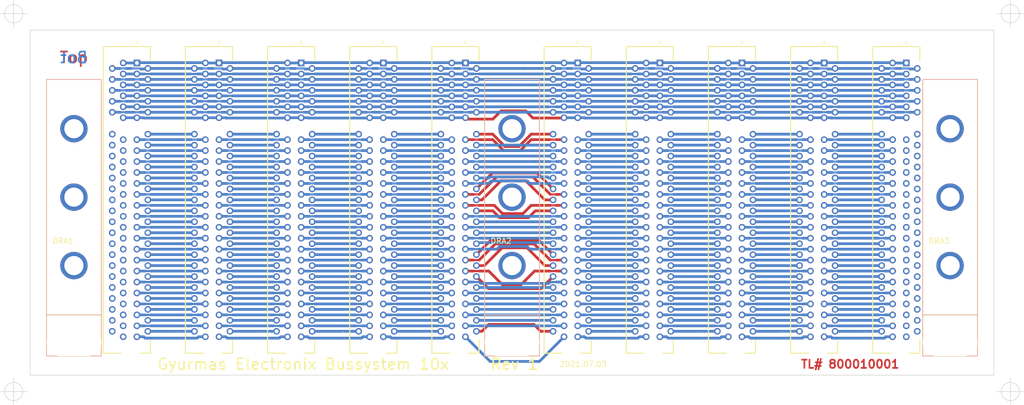
<source format=kicad_pcb>
(kicad_pcb (version 20171130) (host pcbnew "(5.1.9-16-g1737927814)-1")
  (title_block (title "Bussystem Baseplate 10x non stackable") (date 2021-07-02) (rev 1) (company "Gyurmas Electronics"))
  (layers (0 F.Cu signal) (31 B.Cu signal) (34 B.Paste user) (35 F.Paste user) (36 B.SilkS user) (37 F.SilkS user) (38 B.Mask user) (39 F.Mask user) (44 Edge.Cuts user))
  (net 0 "")
  (net 1 "Net-(J1-PadA1)")
  (net 2 "Net-(J1-PadA2)")
  (net 3 "Net-(J1-PadA3)")
  (net 4 "Net-(J1-PadA4)")
  (net 5 "Net-(J1-PadA5)")
  (net 6 "Net-(J1-PadA6)")
  (net 7 "Net-(J1-PadA7)")
  (net 8 "Net-(J1-PadA8)")
  (net 9 "Net-(J1-PadA9)")
  (net 10 "Net-(J1-PadA10)")
  (net 11 "Net-(J1-PadA11)")
  (net 12 "Net-(J1-PadA12)")
  (net 13 "Net-(J1-PadA13)")
  (net 14 "Net-(J1-PadA14)")
  (net 15 "Net-(J1-PadA15)")
  (net 16 "Net-(J1-PadA16)")
  (net 17 "Net-(J1-PadA17)")
  (net 18 "Net-(J1-PadA18)")
  (net 19 "Net-(J1-PadA19)")
  (net 20 "Net-(J1-PadA20)")
  (net 21 "Net-(J1-PadA21)")
  (net 22 "Net-(J1-PadA22)")
  (net 23 "Net-(J1-PadA23)")
  (net 24 "Net-(J1-PadA24)")
  (net 25 "Net-(J1-PadA25)")
  (net 26 "Net-(J1-PadA26)")
  (net 27 "Net-(J1-PadA27)")
  (net 28 "Net-(J1-PadA28)")
  (net 29 "Net-(J1-PadA29)")
  (net 30 "Net-(J1-PadA30)")
  (net 31 "Net-(J1-PadA31)")
  (net 32 "Net-(J1-PadA32)")
  (net 33 "Net-(J1-PadA33)")
  (net 34 "Net-(J1-PadA34)")
  (net 35 "Net-(J1-PadA35)")
  (net 36 "Net-(J1-PadA36)")
  (net 37 "Net-(J1-PadA37)")
  (net 38 "Net-(J1-PadA38)")
  (net 39 "Net-(J1-PadA39)")
  (net 40 "Net-(J1-PadA40)")
  (net 41 "Net-(J1-PadA41)")
  (net 42 "Net-(J1-PadA42)")
  (net 43 "Net-(J1-PadA43)")
  (net 44 "Net-(J1-PadA44)")
  (net 45 "Net-(J1-PadA45)")
  (net 46 "Net-(J1-PadA46)")
  (net 47 "Net-(J1-PadA47)")
  (net 48 "Net-(J1-PadA48)")
  (net 49 "Net-(J1-PadA49)")
  (net 50 "Net-(J10-PadB49)")
  (net 51 "Net-(J10-PadB48)")
  (net 52 "Net-(J10-PadB47)")
  (net 53 "Net-(J10-PadB46)")
  (net 54 "Net-(J10-PadB45)")
  (net 55 "Net-(J10-PadB44)")
  (net 56 "Net-(J10-PadB43)")
  (net 57 "Net-(J10-PadB42)")
  (net 58 "Net-(J10-PadB41)")
  (net 59 "Net-(J10-PadB40)")
  (net 60 "Net-(J10-PadB39)")
  (net 61 "Net-(J10-PadB38)")
  (net 62 "Net-(J10-PadB37)")
  (net 63 "Net-(J10-PadB36)")
  (net 64 "Net-(J10-PadB35)")
  (net 65 "Net-(J10-PadB34)")
  (net 66 "Net-(J10-PadB33)")
  (net 67 "Net-(J10-PadB32)")
  (net 68 "Net-(J10-PadB31)")
  (net 69 "Net-(J10-PadB30)")
  (net 70 "Net-(J10-PadB29)")
  (net 71 "Net-(J10-PadB28)")
  (net 72 "Net-(J10-PadB27)")
  (net 73 "Net-(J10-PadB26)")
  (net 74 "Net-(J10-PadB25)")
  (net 75 "Net-(J10-PadB24)")
  (net 76 "Net-(J10-PadB23)")
  (net 77 "Net-(J10-PadB22)")
  (net 78 "Net-(J10-PadB21)")
  (net 79 "Net-(J10-PadB20)")
  (net 80 "Net-(J10-PadB19)")
  (net 81 "Net-(J10-PadB18)")
  (net 82 "Net-(J10-PadB17)")
  (net 83 "Net-(J10-PadB16)")
  (net 84 "Net-(J10-PadB15)")
  (net 85 "Net-(J10-PadB14)")
  (net 86 "Net-(J10-PadB13)")
  (net 87 "Net-(J10-PadB12)")
  (net 88 "Net-(J2-PadA49)")
  (net 89 "Net-(J2-PadA48)")
  (net 90 "Net-(J2-PadA47)")
  (net 91 "Net-(J2-PadA46)")
  (net 92 "Net-(J2-PadA45)")
  (net 93 "Net-(J2-PadA44)")
  (net 94 "Net-(J2-PadA43)")
  (net 95 "Net-(J2-PadA42)")
  (net 96 "Net-(J2-PadA41)")
  (net 97 "Net-(J2-PadA40)")
  (net 98 "Net-(J2-PadA39)")
  (net 99 "Net-(J2-PadA38)")
  (net 100 "Net-(J2-PadA37)")
  (net 101 "Net-(J2-PadA36)")
  (net 102 "Net-(J2-PadA35)")
  (net 103 "Net-(J2-PadA34)")
  (net 104 "Net-(J2-PadA33)")
  (net 105 "Net-(J2-PadA32)")
  (net 106 "Net-(J2-PadA31)")
  (net 107 "Net-(J2-PadA30)")
  (net 108 "Net-(J2-PadA29)")
  (net 109 "Net-(J2-PadA28)")
  (net 110 "Net-(J2-PadA27)")
  (net 111 "Net-(J2-PadA26)")
  (net 112 "Net-(J2-PadA25)")
  (net 113 "Net-(J2-PadA24)")
  (net 114 "Net-(J2-PadA23)")
  (net 115 "Net-(J2-PadA22)")
  (net 116 "Net-(J2-PadA21)")
  (net 117 "Net-(J2-PadA20)")
  (net 118 "Net-(J2-PadA19)")
  (net 119 "Net-(J2-PadA18)")
  (net 120 "Net-(J2-PadA17)")
  (net 121 "Net-(J2-PadA16)")
  (net 122 "Net-(J2-PadA15)")
  (net 123 "Net-(J2-PadA14)")
  (net 124 "Net-(J2-PadA13)")
  (net 125 "Net-(J2-PadA12)")
  (net 126 "Net-(J3-PadA12)")
  (net 127 "Net-(J3-PadA13)")
  (net 128 "Net-(J3-PadA14)")
  (net 129 "Net-(J3-PadA15)")
  (net 130 "Net-(J3-PadA16)")
  (net 131 "Net-(J3-PadA17)")
  (net 132 "Net-(J3-PadA18)")
  (net 133 "Net-(J3-PadA19)")
  (net 134 "Net-(J3-PadA20)")
  (net 135 "Net-(J3-PadA21)")
  (net 136 "Net-(J3-PadA22)")
  (net 137 "Net-(J3-PadA23)")
  (net 138 "Net-(J3-PadA24)")
  (net 139 "Net-(J3-PadA25)")
  (net 140 "Net-(J3-PadA26)")
  (net 141 "Net-(J3-PadA27)")
  (net 142 "Net-(J3-PadA28)")
  (net 143 "Net-(J3-PadA29)")
  (net 144 "Net-(J3-PadA30)")
  (net 145 "Net-(J3-PadA31)")
  (net 146 "Net-(J3-PadA32)")
  (net 147 "Net-(J3-PadA33)")
  (net 148 "Net-(J3-PadA34)")
  (net 149 "Net-(J3-PadA35)")
  (net 150 "Net-(J3-PadA36)")
  (net 151 "Net-(J3-PadA37)")
  (net 152 "Net-(J3-PadA38)")
  (net 153 "Net-(J3-PadA39)")
  (net 154 "Net-(J3-PadA40)")
  (net 155 "Net-(J3-PadA41)")
  (net 156 "Net-(J3-PadA42)")
  (net 157 "Net-(J3-PadA43)")
  (net 158 "Net-(J3-PadA44)")
  (net 159 "Net-(J3-PadA45)")
  (net 160 "Net-(J3-PadA46)")
  (net 161 "Net-(J3-PadA47)")
  (net 162 "Net-(J3-PadA48)")
  (net 163 "Net-(J3-PadA49)")
  (net 164 "Net-(J4-PadA49)")
  (net 165 "Net-(J4-PadA48)")
  (net 166 "Net-(J4-PadA47)")
  (net 167 "Net-(J4-PadA46)")
  (net 168 "Net-(J4-PadA45)")
  (net 169 "Net-(J4-PadA44)")
  (net 170 "Net-(J4-PadA43)")
  (net 171 "Net-(J4-PadA42)")
  (net 172 "Net-(J4-PadA41)")
  (net 173 "Net-(J4-PadA40)")
  (net 174 "Net-(J4-PadA39)")
  (net 175 "Net-(J4-PadA38)")
  (net 176 "Net-(J4-PadA37)")
  (net 177 "Net-(J4-PadA36)")
  (net 178 "Net-(J4-PadA35)")
  (net 179 "Net-(J4-PadA34)")
  (net 180 "Net-(J4-PadA33)")
  (net 181 "Net-(J4-PadA32)")
  (net 182 "Net-(J4-PadA31)")
  (net 183 "Net-(J4-PadA30)")
  (net 184 "Net-(J4-PadA29)")
  (net 185 "Net-(J4-PadA28)")
  (net 186 "Net-(J4-PadA27)")
  (net 187 "Net-(J4-PadA26)")
  (net 188 "Net-(J4-PadA25)")
  (net 189 "Net-(J4-PadA24)")
  (net 190 "Net-(J4-PadA23)")
  (net 191 "Net-(J4-PadA22)")
  (net 192 "Net-(J4-PadA21)")
  (net 193 "Net-(J4-PadA20)")
  (net 194 "Net-(J4-PadA19)")
  (net 195 "Net-(J4-PadA18)")
  (net 196 "Net-(J4-PadA17)")
  (net 197 "Net-(J4-PadA16)")
  (net 198 "Net-(J4-PadA15)")
  (net 199 "Net-(J4-PadA14)")
  (net 200 "Net-(J4-PadA13)")
  (net 201 "Net-(J4-PadA12)")
  (net 202 "Net-(J5-PadA12)")
  (net 203 "Net-(J5-PadA13)")
  (net 204 "Net-(J5-PadA14)")
  (net 205 "Net-(J5-PadA15)")
  (net 206 "Net-(J5-PadA16)")
  (net 207 "Net-(J5-PadA17)")
  (net 208 "Net-(J5-PadA18)")
  (net 209 "Net-(J5-PadA19)")
  (net 210 "Net-(J5-PadA20)")
  (net 211 "Net-(J5-PadA21)")
  (net 212 "Net-(J5-PadA22)")
  (net 213 "Net-(J5-PadA23)")
  (net 214 "Net-(J5-PadA24)")
  (net 215 "Net-(J5-PadA25)")
  (net 216 "Net-(J5-PadA26)")
  (net 217 "Net-(J5-PadA27)")
  (net 218 "Net-(J5-PadA28)")
  (net 219 "Net-(J5-PadA29)")
  (net 220 "Net-(J5-PadA30)")
  (net 221 "Net-(J5-PadA31)")
  (net 222 "Net-(J5-PadA32)")
  (net 223 "Net-(J5-PadA33)")
  (net 224 "Net-(J5-PadA34)")
  (net 225 "Net-(J5-PadA35)")
  (net 226 "Net-(J5-PadA36)")
  (net 227 "Net-(J5-PadA37)")
  (net 228 "Net-(J5-PadA38)")
  (net 229 "Net-(J5-PadA39)")
  (net 230 "Net-(J5-PadA40)")
  (net 231 "Net-(J5-PadA41)")
  (net 232 "Net-(J5-PadA42)")
  (net 233 "Net-(J5-PadA43)")
  (net 234 "Net-(J5-PadA44)")
  (net 235 "Net-(J5-PadA45)")
  (net 236 "Net-(J5-PadA46)")
  (net 237 "Net-(J5-PadA47)")
  (net 238 "Net-(J5-PadA48)")
  (net 239 "Net-(J5-PadA49)")
  (net 240 "Net-(J6-PadA49)")
  (net 241 "Net-(J6-PadA48)")
  (net 242 "Net-(J6-PadA47)")
  (net 243 "Net-(J6-PadA46)")
  (net 244 "Net-(J6-PadA45)")
  (net 245 "Net-(J6-PadA44)")
  (net 246 "Net-(J6-PadA43)")
  (net 247 "Net-(J6-PadA42)")
  (net 248 "Net-(J6-PadA41)")
  (net 249 "Net-(J6-PadA40)")
  (net 250 "Net-(J6-PadA39)")
  (net 251 "Net-(J6-PadA38)")
  (net 252 "Net-(J6-PadA37)")
  (net 253 "Net-(J6-PadA36)")
  (net 254 "Net-(J6-PadA35)")
  (net 255 "Net-(J6-PadA34)")
  (net 256 "Net-(J6-PadA33)")
  (net 257 "Net-(J6-PadA32)")
  (net 258 "Net-(J6-PadA31)")
  (net 259 "Net-(J6-PadA30)")
  (net 260 "Net-(J6-PadA29)")
  (net 261 "Net-(J6-PadA28)")
  (net 262 "Net-(J6-PadA27)")
  (net 263 "Net-(J6-PadA26)")
  (net 264 "Net-(J6-PadA25)")
  (net 265 "Net-(J6-PadA24)")
  (net 266 "Net-(J6-PadA23)")
  (net 267 "Net-(J6-PadA22)")
  (net 268 "Net-(J6-PadA21)")
  (net 269 "Net-(J6-PadA20)")
  (net 270 "Net-(J6-PadA19)")
  (net 271 "Net-(J6-PadA18)")
  (net 272 "Net-(J6-PadA17)")
  (net 273 "Net-(J6-PadA16)")
  (net 274 "Net-(J6-PadA15)")
  (net 275 "Net-(J6-PadA14)")
  (net 276 "Net-(J6-PadA13)")
  (net 277 "Net-(J6-PadA12)")
  (net 278 "Net-(J7-PadA12)")
  (net 279 "Net-(J7-PadA13)")
  (net 280 "Net-(J7-PadA14)")
  (net 281 "Net-(J7-PadA15)")
  (net 282 "Net-(J7-PadA16)")
  (net 283 "Net-(J7-PadA17)")
  (net 284 "Net-(J7-PadA18)")
  (net 285 "Net-(J7-PadA19)")
  (net 286 "Net-(J7-PadA20)")
  (net 287 "Net-(J7-PadA21)")
  (net 288 "Net-(J7-PadA22)")
  (net 289 "Net-(J7-PadA23)")
  (net 290 "Net-(J7-PadA24)")
  (net 291 "Net-(J7-PadA25)")
  (net 292 "Net-(J7-PadA26)")
  (net 293 "Net-(J7-PadA27)")
  (net 294 "Net-(J7-PadA28)")
  (net 295 "Net-(J7-PadA29)")
  (net 296 "Net-(J7-PadA30)")
  (net 297 "Net-(J7-PadA31)")
  (net 298 "Net-(J7-PadA32)")
  (net 299 "Net-(J7-PadA33)")
  (net 300 "Net-(J7-PadA34)")
  (net 301 "Net-(J7-PadA35)")
  (net 302 "Net-(J7-PadA36)")
  (net 303 "Net-(J7-PadA37)")
  (net 304 "Net-(J7-PadA38)")
  (net 305 "Net-(J7-PadA39)")
  (net 306 "Net-(J7-PadA40)")
  (net 307 "Net-(J7-PadA41)")
  (net 308 "Net-(J7-PadA42)")
  (net 309 "Net-(J7-PadA43)")
  (net 310 "Net-(J7-PadA44)")
  (net 311 "Net-(J7-PadA45)")
  (net 312 "Net-(J7-PadA46)")
  (net 313 "Net-(J7-PadA47)")
  (net 314 "Net-(J7-PadA48)")
  (net 315 "Net-(J7-PadA49)")
  (net 316 "Net-(J8-PadA49)")
  (net 317 "Net-(J8-PadA48)")
  (net 318 "Net-(J8-PadA47)")
  (net 319 "Net-(J8-PadA46)")
  (net 320 "Net-(J8-PadA45)")
  (net 321 "Net-(J8-PadA44)")
  (net 322 "Net-(J8-PadA43)")
  (net 323 "Net-(J8-PadA42)")
  (net 324 "Net-(J8-PadA41)")
  (net 325 "Net-(J8-PadA40)")
  (net 326 "Net-(J8-PadA39)")
  (net 327 "Net-(J8-PadA38)")
  (net 328 "Net-(J8-PadA37)")
  (net 329 "Net-(J8-PadA36)")
  (net 330 "Net-(J8-PadA35)")
  (net 331 "Net-(J8-PadA34)")
  (net 332 "Net-(J8-PadA33)")
  (net 333 "Net-(J8-PadA32)")
  (net 334 "Net-(J8-PadA31)")
  (net 335 "Net-(J8-PadA30)")
  (net 336 "Net-(J8-PadA29)")
  (net 337 "Net-(J8-PadA28)")
  (net 338 "Net-(J8-PadA27)")
  (net 339 "Net-(J8-PadA26)")
  (net 340 "Net-(J8-PadA25)")
  (net 341 "Net-(J8-PadA24)")
  (net 342 "Net-(J8-PadA23)")
  (net 343 "Net-(J8-PadA22)")
  (net 344 "Net-(J8-PadA21)")
  (net 345 "Net-(J8-PadA20)")
  (net 346 "Net-(J8-PadA19)")
  (net 347 "Net-(J8-PadA18)")
  (net 348 "Net-(J8-PadA17)")
  (net 349 "Net-(J8-PadA16)")
  (net 350 "Net-(J8-PadA15)")
  (net 351 "Net-(J8-PadA14)")
  (net 352 "Net-(J8-PadA13)")
  (net 353 "Net-(J8-PadA12)")
  (module Gyurmas:DIN_Mount (layer F.Cu) (at 126 74.5)
    (fp_text reference DRA2 (at -2 8) (layer F.SilkS))
    (fp_text value DIN_Rail_Adapter)
    (pad "" np_thru_hole oval (at 0 26.5) (size 10 5) (drill oval 10 5) (layers *.Cu *.Mask))
    (pad "" np_thru_hole circle (at 0 0) (size 5 5) (drill 3.5) (layers *.Cu *.Mask))
    (pad "" np_thru_hole circle (at 0 12.5) (size 5 5) (drill 3.5) (layers *.Cu *.Mask))
    (pad "" np_thru_hole circle (at 0 -12.5) (size 5 5) (drill 3.5) (layers *.Cu *.Mask))
  )
  (module Gyurmas:DIN_Mount (layer F.Cu) (at 206 74.5)
    (fp_text reference DRA3 (at -2 8) (layer F.SilkS))
    (fp_text value DIN_Rail_Adapter)
    (pad "" np_thru_hole oval (at 0 26.5) (size 10 5) (drill oval 10 5) (layers *.Cu *.Mask))
    (pad "" np_thru_hole circle (at 0 0) (size 5 5) (drill 3.5) (layers *.Cu *.Mask))
    (pad "" np_thru_hole circle (at 0 12.5) (size 5 5) (drill 3.5) (layers *.Cu *.Mask))
    (pad "" np_thru_hole circle (at 0 -12.5) (size 5 5) (drill 3.5) (layers *.Cu *.Mask))
  )
  (module Gyurmas:DIN_Mount (layer F.Cu) (at 46 74.5)
    (fp_text reference DRA1 (at -2 8) (layer F.SilkS))
    (fp_text value DIN_Rail_Adapter)
    (pad "" np_thru_hole oval (at 0 26.5) (size 10 5) (drill oval 10 5) (layers *.Cu *.Mask))
    (pad "" np_thru_hole circle (at 0 0) (size 5 5) (drill 3.5) (layers *.Cu *.Mask))
    (pad "" np_thru_hole circle (at 0 12.5) (size 5 5) (drill 3.5) (layers *.Cu *.Mask))
    (pad "" np_thru_hole circle (at 0 -12.5) (size 5 5) (drill 3.5) (layers *.Cu *.Mask))
  )
  (module Samtec:SAMTEC_PCIE-098-02-X-D-TH (layer F.Cu) (at 55.665 75 90)
    (fp_text reference J1 (at -24.635 -5.65 90) (layer F.SilkS) (effects (font (thickness 0.015))))
    (fp_text value PCIE-098-02-X-D-TH)
    (pad A1 thru_hole rect (at 25 1.835 90) (size 1.208 1.208) (drill 0.7) (layers *.Cu *.Mask) (net 1 "Net-(J1-PadA1)"))
    (pad A2 thru_hole circle (at 24 3.835 90) (size 1.208 1.208) (drill 0.7) (layers *.Cu *.Mask) (net 2 "Net-(J1-PadA2)"))
    (pad B1 thru_hole circle (at 25 -0.665 90) (size 1.208 1.208) (drill 0.7) (layers *.Cu *.Mask) (net 1 "Net-(J1-PadA1)"))
    (pad B2 thru_hole circle (at 24 -2.665 90) (size 1.208 1.208) (drill 0.7) (layers *.Cu *.Mask) (net 2 "Net-(J1-PadA2)"))
    (pad A3 thru_hole circle (at 23 1.835 90) (size 1.208 1.208) (drill 0.7) (layers *.Cu *.Mask) (net 3 "Net-(J1-PadA3)"))
    (pad A4 thru_hole circle (at 22 3.835 90) (size 1.208 1.208) (drill 0.7) (layers *.Cu *.Mask) (net 4 "Net-(J1-PadA4)"))
    (pad B3 thru_hole circle (at 23 -0.665 90) (size 1.208 1.208) (drill 0.7) (layers *.Cu *.Mask) (net 3 "Net-(J1-PadA3)"))
    (pad B4 thru_hole circle (at 22 -2.665 90) (size 1.208 1.208) (drill 0.7) (layers *.Cu *.Mask) (net 4 "Net-(J1-PadA4)"))
    (pad A5 thru_hole circle (at 21 1.835 90) (size 1.208 1.208) (drill 0.7) (layers *.Cu *.Mask) (net 5 "Net-(J1-PadA5)"))
    (pad A6 thru_hole circle (at 20 3.835 90) (size 1.208 1.208) (drill 0.7) (layers *.Cu *.Mask) (net 6 "Net-(J1-PadA6)"))
    (pad B5 thru_hole circle (at 21 -0.665 90) (size 1.208 1.208) (drill 0.7) (layers *.Cu *.Mask) (net 5 "Net-(J1-PadA5)"))
    (pad B6 thru_hole circle (at 20 -2.665 90) (size 1.208 1.208) (drill 0.7) (layers *.Cu *.Mask) (net 6 "Net-(J1-PadA6)"))
    (pad A7 thru_hole circle (at 19 1.835 90) (size 1.208 1.208) (drill 0.7) (layers *.Cu *.Mask) (net 7 "Net-(J1-PadA7)"))
    (pad A8 thru_hole circle (at 18 3.835 90) (size 1.208 1.208) (drill 0.7) (layers *.Cu *.Mask) (net 8 "Net-(J1-PadA8)"))
    (pad B7 thru_hole circle (at 19 -0.665 90) (size 1.208 1.208) (drill 0.7) (layers *.Cu *.Mask) (net 7 "Net-(J1-PadA7)"))
    (pad B8 thru_hole circle (at 18 -2.665 90) (size 1.208 1.208) (drill 0.7) (layers *.Cu *.Mask) (net 8 "Net-(J1-PadA8)"))
    (pad A9 thru_hole circle (at 17 1.835 90) (size 1.208 1.208) (drill 0.7) (layers *.Cu *.Mask) (net 9 "Net-(J1-PadA9)"))
    (pad A10 thru_hole circle (at 16 3.835 90) (size 1.208 1.208) (drill 0.7) (layers *.Cu *.Mask) (net 10 "Net-(J1-PadA10)"))
    (pad B9 thru_hole circle (at 17 -0.665 90) (size 1.208 1.208) (drill 0.7) (layers *.Cu *.Mask) (net 9 "Net-(J1-PadA9)"))
    (pad B10 thru_hole circle (at 16 -2.665 90) (size 1.208 1.208) (drill 0.7) (layers *.Cu *.Mask) (net 10 "Net-(J1-PadA10)"))
    (pad A11 thru_hole circle (at 15 1.835 90) (size 1.208 1.208) (drill 0.7) (layers *.Cu *.Mask) (net 11 "Net-(J1-PadA11)"))
    (pad B11 thru_hole circle (at 15 -0.665 90) (size 1.208 1.208) (drill 0.7) (layers *.Cu *.Mask) (net 11 "Net-(J1-PadA11)"))
    (pad A12 thru_hole circle (at 12 3.835 90) (size 1.208 1.208) (drill 0.7) (layers *.Cu *.Mask) (net 12 "Net-(J1-PadA12)"))
    (pad B12 thru_hole circle (at 12 -2.665 90) (size 1.208 1.208) (drill 0.7) (layers *.Cu *.Mask))
    (pad A13 thru_hole circle (at 11 1.835 90) (size 1.208 1.208) (drill 0.7) (layers *.Cu *.Mask) (net 13 "Net-(J1-PadA13)"))
    (pad A14 thru_hole circle (at 10 3.835 90) (size 1.208 1.208) (drill 0.7) (layers *.Cu *.Mask) (net 14 "Net-(J1-PadA14)"))
    (pad B13 thru_hole circle (at 11 -0.665 90) (size 1.208 1.208) (drill 0.7) (layers *.Cu *.Mask))
    (pad B14 thru_hole circle (at 10 -2.665 90) (size 1.208 1.208) (drill 0.7) (layers *.Cu *.Mask))
    (pad A15 thru_hole circle (at 9 1.835 90) (size 1.208 1.208) (drill 0.7) (layers *.Cu *.Mask) (net 15 "Net-(J1-PadA15)"))
    (pad A16 thru_hole circle (at 8 3.835 90) (size 1.208 1.208) (drill 0.7) (layers *.Cu *.Mask) (net 16 "Net-(J1-PadA16)"))
    (pad B15 thru_hole circle (at 9 -0.665 90) (size 1.208 1.208) (drill 0.7) (layers *.Cu *.Mask))
    (pad B16 thru_hole circle (at 8 -2.665 90) (size 1.208 1.208) (drill 0.7) (layers *.Cu *.Mask))
    (pad A17 thru_hole circle (at 7 1.835 90) (size 1.208 1.208) (drill 0.7) (layers *.Cu *.Mask) (net 17 "Net-(J1-PadA17)"))
    (pad A18 thru_hole circle (at 6 3.835 90) (size 1.208 1.208) (drill 0.7) (layers *.Cu *.Mask) (net 18 "Net-(J1-PadA18)"))
    (pad B17 thru_hole circle (at 7 -0.665 90) (size 1.208 1.208) (drill 0.7) (layers *.Cu *.Mask))
    (pad B18 thru_hole circle (at 6 -2.665 90) (size 1.208 1.208) (drill 0.7) (layers *.Cu *.Mask))
    (pad A19 thru_hole circle (at 5 1.835 90) (size 1.208 1.208) (drill 0.7) (layers *.Cu *.Mask) (net 19 "Net-(J1-PadA19)"))
    (pad A20 thru_hole circle (at 4 3.835 90) (size 1.208 1.208) (drill 0.7) (layers *.Cu *.Mask) (net 20 "Net-(J1-PadA20)"))
    (pad B19 thru_hole circle (at 5 -0.665 90) (size 1.208 1.208) (drill 0.7) (layers *.Cu *.Mask))
    (pad B20 thru_hole circle (at 4 -2.665 90) (size 1.208 1.208) (drill 0.7) (layers *.Cu *.Mask))
    (pad A21 thru_hole circle (at 3 1.835 90) (size 1.208 1.208) (drill 0.7) (layers *.Cu *.Mask) (net 21 "Net-(J1-PadA21)"))
    (pad B21 thru_hole circle (at 3 -0.665 90) (size 1.208 1.208) (drill 0.7) (layers *.Cu *.Mask))
    (pad A22 thru_hole circle (at 2 3.835 90) (size 1.208 1.208) (drill 0.7) (layers *.Cu *.Mask) (net 22 "Net-(J1-PadA22)"))
    (pad B22 thru_hole circle (at 2 -2.665 90) (size 1.208 1.208) (drill 0.7) (layers *.Cu *.Mask))
    (pad A23 thru_hole circle (at 1 1.835 90) (size 1.208 1.208) (drill 0.7) (layers *.Cu *.Mask) (net 23 "Net-(J1-PadA23)"))
    (pad A24 thru_hole circle (at 0 3.835 90) (size 1.208 1.208) (drill 0.7) (layers *.Cu *.Mask) (net 24 "Net-(J1-PadA24)"))
    (pad B23 thru_hole circle (at 1 -0.665 90) (size 1.208 1.208) (drill 0.7) (layers *.Cu *.Mask))
    (pad B24 thru_hole circle (at 0 -2.665 90) (size 1.208 1.208) (drill 0.7) (layers *.Cu *.Mask))
    (pad A25 thru_hole circle (at -1 1.835 90) (size 1.208 1.208) (drill 0.7) (layers *.Cu *.Mask) (net 25 "Net-(J1-PadA25)"))
    (pad A26 thru_hole circle (at -2 3.835 90) (size 1.208 1.208) (drill 0.7) (layers *.Cu *.Mask) (net 26 "Net-(J1-PadA26)"))
    (pad B25 thru_hole circle (at -1 -0.665 90) (size 1.208 1.208) (drill 0.7) (layers *.Cu *.Mask))
    (pad B26 thru_hole circle (at -2 -2.665 90) (size 1.208 1.208) (drill 0.7) (layers *.Cu *.Mask))
    (pad A27 thru_hole circle (at -3 1.835 90) (size 1.208 1.208) (drill 0.7) (layers *.Cu *.Mask) (net 27 "Net-(J1-PadA27)"))
    (pad A28 thru_hole circle (at -4 3.835 90) (size 1.208 1.208) (drill 0.7) (layers *.Cu *.Mask) (net 28 "Net-(J1-PadA28)"))
    (pad B27 thru_hole circle (at -3 -0.665 90) (size 1.208 1.208) (drill 0.7) (layers *.Cu *.Mask))
    (pad B28 thru_hole circle (at -4 -2.665 90) (size 1.208 1.208) (drill 0.7) (layers *.Cu *.Mask))
    (pad A29 thru_hole circle (at -5 1.835 90) (size 1.208 1.208) (drill 0.7) (layers *.Cu *.Mask) (net 29 "Net-(J1-PadA29)"))
    (pad A30 thru_hole circle (at -6 3.835 90) (size 1.208 1.208) (drill 0.7) (layers *.Cu *.Mask) (net 30 "Net-(J1-PadA30)"))
    (pad B29 thru_hole circle (at -5 -0.665 90) (size 1.208 1.208) (drill 0.7) (layers *.Cu *.Mask))
    (pad B30 thru_hole circle (at -6 -2.665 90) (size 1.208 1.208) (drill 0.7) (layers *.Cu *.Mask))
    (pad A31 thru_hole circle (at -7 1.835 90) (size 1.208 1.208) (drill 0.7) (layers *.Cu *.Mask) (net 31 "Net-(J1-PadA31)"))
    (pad B31 thru_hole circle (at -7 -0.665 90) (size 1.208 1.208) (drill 0.7) (layers *.Cu *.Mask))
    (pad A32 thru_hole circle (at -8 3.835 90) (size 1.208 1.208) (drill 0.7) (layers *.Cu *.Mask) (net 32 "Net-(J1-PadA32)"))
    (pad B32 thru_hole circle (at -8 -2.665 90) (size 1.208 1.208) (drill 0.7) (layers *.Cu *.Mask))
    (pad None np_thru_hole circle (at 13.35 0.585 90) (size 2.35 2.35) (drill 2.35) (layers *.Cu *.Mask))
    (pad None np_thru_hole circle (at -26.81 0.585 90) (size 2.35 2.35) (drill 2.35) (layers *.Cu *.Mask))
    (pad A33 thru_hole circle (at -9 1.835 90) (size 1.208 1.208) (drill 0.7) (layers *.Cu *.Mask) (net 33 "Net-(J1-PadA33)"))
    (pad A34 thru_hole circle (at -10 3.835 90) (size 1.208 1.208) (drill 0.7) (layers *.Cu *.Mask) (net 34 "Net-(J1-PadA34)"))
    (pad B33 thru_hole circle (at -9 -0.665 90) (size 1.208 1.208) (drill 0.7) (layers *.Cu *.Mask))
    (pad B34 thru_hole circle (at -10 -2.665 90) (size 1.208 1.208) (drill 0.7) (layers *.Cu *.Mask))
    (pad A35 thru_hole circle (at -11 1.835 90) (size 1.208 1.208) (drill 0.7) (layers *.Cu *.Mask) (net 35 "Net-(J1-PadA35)"))
    (pad B35 thru_hole circle (at -11 -0.665 90) (size 1.208 1.208) (drill 0.7) (layers *.Cu *.Mask))
    (pad A36 thru_hole circle (at -12 3.835 90) (size 1.208 1.208) (drill 0.7) (layers *.Cu *.Mask) (net 36 "Net-(J1-PadA36)"))
    (pad B36 thru_hole circle (at -12 -2.665 90) (size 1.208 1.208) (drill 0.7) (layers *.Cu *.Mask))
    (pad A37 thru_hole circle (at -13 1.835 90) (size 1.208 1.208) (drill 0.7) (layers *.Cu *.Mask) (net 37 "Net-(J1-PadA37)"))
    (pad A38 thru_hole circle (at -14 3.835 90) (size 1.208 1.208) (drill 0.7) (layers *.Cu *.Mask) (net 38 "Net-(J1-PadA38)"))
    (pad B37 thru_hole circle (at -13 -0.665 90) (size 1.208 1.208) (drill 0.7) (layers *.Cu *.Mask))
    (pad B38 thru_hole circle (at -14 -2.665 90) (size 1.208 1.208) (drill 0.7) (layers *.Cu *.Mask))
    (pad A39 thru_hole circle (at -15 1.835 90) (size 1.208 1.208) (drill 0.7) (layers *.Cu *.Mask) (net 39 "Net-(J1-PadA39)"))
    (pad B39 thru_hole circle (at -15 -0.665 90) (size 1.208 1.208) (drill 0.7) (layers *.Cu *.Mask))
    (pad A40 thru_hole circle (at -16 3.835 90) (size 1.208 1.208) (drill 0.7) (layers *.Cu *.Mask) (net 40 "Net-(J1-PadA40)"))
    (pad B40 thru_hole circle (at -16 -2.665 90) (size 1.208 1.208) (drill 0.7) (layers *.Cu *.Mask))
    (pad A41 thru_hole circle (at -17 1.835 90) (size 1.208 1.208) (drill 0.7) (layers *.Cu *.Mask) (net 41 "Net-(J1-PadA41)"))
    (pad A42 thru_hole circle (at -18 3.835 90) (size 1.208 1.208) (drill 0.7) (layers *.Cu *.Mask) (net 42 "Net-(J1-PadA42)"))
    (pad B41 thru_hole circle (at -17 -0.665 90) (size 1.208 1.208) (drill 0.7) (layers *.Cu *.Mask))
    (pad B42 thru_hole circle (at -18 -2.665 90) (size 1.208 1.208) (drill 0.7) (layers *.Cu *.Mask))
    (pad A43 thru_hole circle (at -19 1.835 90) (size 1.208 1.208) (drill 0.7) (layers *.Cu *.Mask) (net 43 "Net-(J1-PadA43)"))
    (pad B43 thru_hole circle (at -19 -0.665 90) (size 1.208 1.208) (drill 0.7) (layers *.Cu *.Mask))
    (pad A44 thru_hole circle (at -20 3.835 90) (size 1.208 1.208) (drill 0.7) (layers *.Cu *.Mask) (net 44 "Net-(J1-PadA44)"))
    (pad B44 thru_hole circle (at -20 -2.665 90) (size 1.208 1.208) (drill 0.7) (layers *.Cu *.Mask))
    (pad A45 thru_hole circle (at -21 1.835 90) (size 1.208 1.208) (drill 0.7) (layers *.Cu *.Mask) (net 45 "Net-(J1-PadA45)"))
    (pad A46 thru_hole circle (at -22 3.835 90) (size 1.208 1.208) (drill 0.7) (layers *.Cu *.Mask) (net 46 "Net-(J1-PadA46)"))
    (pad B45 thru_hole circle (at -21 -0.665 90) (size 1.208 1.208) (drill 0.7) (layers *.Cu *.Mask))
    (pad B46 thru_hole circle (at -22 -2.665 90) (size 1.208 1.208) (drill 0.7) (layers *.Cu *.Mask))
    (pad A47 thru_hole circle (at -23 1.835 90) (size 1.208 1.208) (drill 0.7) (layers *.Cu *.Mask) (net 47 "Net-(J1-PadA47)"))
    (pad B47 thru_hole circle (at -23 -0.665 90) (size 1.208 1.208) (drill 0.7) (layers *.Cu *.Mask))
    (pad A48 thru_hole circle (at -24 3.835 90) (size 1.208 1.208) (drill 0.7) (layers *.Cu *.Mask) (net 48 "Net-(J1-PadA48)"))
    (pad B48 thru_hole circle (at -24 -2.665 90) (size 1.208 1.208) (drill 0.7) (layers *.Cu *.Mask))
    (pad B49 thru_hole circle (at -25 -0.665 90) (size 1.208 1.208) (drill 0.7) (layers *.Cu *.Mask))
    (pad A49 thru_hole circle (at -25 1.835 90) (size 1.208 1.208) (drill 0.7) (layers *.Cu *.Mask) (net 49 "Net-(J1-PadA49)"))
  )
  (module Samtec:SAMTEC_PCIE-098-02-X-D-TH (layer F.Cu) (at 70.665 75 90)
    (fp_text reference J2 (at -24.635 -5.65 90) (layer F.SilkS) (effects (font (thickness 0.015))))
    (fp_text value PCIE-098-02-X-D-TH)
    (pad A49 thru_hole circle (at -25 1.835 90) (size 1.208 1.208) (drill 0.7) (layers *.Cu *.Mask) (net 88 "Net-(J2-PadA49)"))
    (pad B49 thru_hole circle (at -25 -0.665 90) (size 1.208 1.208) (drill 0.7) (layers *.Cu *.Mask) (net 49 "Net-(J1-PadA49)"))
    (pad B48 thru_hole circle (at -24 -2.665 90) (size 1.208 1.208) (drill 0.7) (layers *.Cu *.Mask) (net 48 "Net-(J1-PadA48)"))
    (pad A48 thru_hole circle (at -24 3.835 90) (size 1.208 1.208) (drill 0.7) (layers *.Cu *.Mask) (net 89 "Net-(J2-PadA48)"))
    (pad B47 thru_hole circle (at -23 -0.665 90) (size 1.208 1.208) (drill 0.7) (layers *.Cu *.Mask) (net 47 "Net-(J1-PadA47)"))
    (pad A47 thru_hole circle (at -23 1.835 90) (size 1.208 1.208) (drill 0.7) (layers *.Cu *.Mask) (net 90 "Net-(J2-PadA47)"))
    (pad B46 thru_hole circle (at -22 -2.665 90) (size 1.208 1.208) (drill 0.7) (layers *.Cu *.Mask) (net 46 "Net-(J1-PadA46)"))
    (pad B45 thru_hole circle (at -21 -0.665 90) (size 1.208 1.208) (drill 0.7) (layers *.Cu *.Mask) (net 45 "Net-(J1-PadA45)"))
    (pad A46 thru_hole circle (at -22 3.835 90) (size 1.208 1.208) (drill 0.7) (layers *.Cu *.Mask) (net 91 "Net-(J2-PadA46)"))
    (pad A45 thru_hole circle (at -21 1.835 90) (size 1.208 1.208) (drill 0.7) (layers *.Cu *.Mask) (net 92 "Net-(J2-PadA45)"))
    (pad B44 thru_hole circle (at -20 -2.665 90) (size 1.208 1.208) (drill 0.7) (layers *.Cu *.Mask) (net 44 "Net-(J1-PadA44)"))
    (pad A44 thru_hole circle (at -20 3.835 90) (size 1.208 1.208) (drill 0.7) (layers *.Cu *.Mask) (net 93 "Net-(J2-PadA44)"))
    (pad B43 thru_hole circle (at -19 -0.665 90) (size 1.208 1.208) (drill 0.7) (layers *.Cu *.Mask) (net 43 "Net-(J1-PadA43)"))
    (pad A43 thru_hole circle (at -19 1.835 90) (size 1.208 1.208) (drill 0.7) (layers *.Cu *.Mask) (net 94 "Net-(J2-PadA43)"))
    (pad B42 thru_hole circle (at -18 -2.665 90) (size 1.208 1.208) (drill 0.7) (layers *.Cu *.Mask) (net 42 "Net-(J1-PadA42)"))
    (pad B41 thru_hole circle (at -17 -0.665 90) (size 1.208 1.208) (drill 0.7) (layers *.Cu *.Mask) (net 41 "Net-(J1-PadA41)"))
    (pad A42 thru_hole circle (at -18 3.835 90) (size 1.208 1.208) (drill 0.7) (layers *.Cu *.Mask) (net 95 "Net-(J2-PadA42)"))
    (pad A41 thru_hole circle (at -17 1.835 90) (size 1.208 1.208) (drill 0.7) (layers *.Cu *.Mask) (net 96 "Net-(J2-PadA41)"))
    (pad B40 thru_hole circle (at -16 -2.665 90) (size 1.208 1.208) (drill 0.7) (layers *.Cu *.Mask) (net 40 "Net-(J1-PadA40)"))
    (pad A40 thru_hole circle (at -16 3.835 90) (size 1.208 1.208) (drill 0.7) (layers *.Cu *.Mask) (net 97 "Net-(J2-PadA40)"))
    (pad B39 thru_hole circle (at -15 -0.665 90) (size 1.208 1.208) (drill 0.7) (layers *.Cu *.Mask) (net 39 "Net-(J1-PadA39)"))
    (pad A39 thru_hole circle (at -15 1.835 90) (size 1.208 1.208) (drill 0.7) (layers *.Cu *.Mask) (net 98 "Net-(J2-PadA39)"))
    (pad B38 thru_hole circle (at -14 -2.665 90) (size 1.208 1.208) (drill 0.7) (layers *.Cu *.Mask) (net 38 "Net-(J1-PadA38)"))
    (pad B37 thru_hole circle (at -13 -0.665 90) (size 1.208 1.208) (drill 0.7) (layers *.Cu *.Mask) (net 37 "Net-(J1-PadA37)"))
    (pad A38 thru_hole circle (at -14 3.835 90) (size 1.208 1.208) (drill 0.7) (layers *.Cu *.Mask) (net 99 "Net-(J2-PadA38)"))
    (pad A37 thru_hole circle (at -13 1.835 90) (size 1.208 1.208) (drill 0.7) (layers *.Cu *.Mask) (net 100 "Net-(J2-PadA37)"))
    (pad B36 thru_hole circle (at -12 -2.665 90) (size 1.208 1.208) (drill 0.7) (layers *.Cu *.Mask) (net 36 "Net-(J1-PadA36)"))
    (pad A36 thru_hole circle (at -12 3.835 90) (size 1.208 1.208) (drill 0.7) (layers *.Cu *.Mask) (net 101 "Net-(J2-PadA36)"))
    (pad B35 thru_hole circle (at -11 -0.665 90) (size 1.208 1.208) (drill 0.7) (layers *.Cu *.Mask) (net 35 "Net-(J1-PadA35)"))
    (pad A35 thru_hole circle (at -11 1.835 90) (size 1.208 1.208) (drill 0.7) (layers *.Cu *.Mask) (net 102 "Net-(J2-PadA35)"))
    (pad B34 thru_hole circle (at -10 -2.665 90) (size 1.208 1.208) (drill 0.7) (layers *.Cu *.Mask) (net 34 "Net-(J1-PadA34)"))
    (pad B33 thru_hole circle (at -9 -0.665 90) (size 1.208 1.208) (drill 0.7) (layers *.Cu *.Mask) (net 33 "Net-(J1-PadA33)"))
    (pad A34 thru_hole circle (at -10 3.835 90) (size 1.208 1.208) (drill 0.7) (layers *.Cu *.Mask) (net 103 "Net-(J2-PadA34)"))
    (pad A33 thru_hole circle (at -9 1.835 90) (size 1.208 1.208) (drill 0.7) (layers *.Cu *.Mask) (net 104 "Net-(J2-PadA33)"))
    (pad None np_thru_hole circle (at -26.81 0.585 90) (size 2.35 2.35) (drill 2.35) (layers *.Cu *.Mask))
    (pad None np_thru_hole circle (at 13.35 0.585 90) (size 2.35 2.35) (drill 2.35) (layers *.Cu *.Mask))
    (pad B32 thru_hole circle (at -8 -2.665 90) (size 1.208 1.208) (drill 0.7) (layers *.Cu *.Mask) (net 32 "Net-(J1-PadA32)"))
    (pad A32 thru_hole circle (at -8 3.835 90) (size 1.208 1.208) (drill 0.7) (layers *.Cu *.Mask) (net 105 "Net-(J2-PadA32)"))
    (pad B31 thru_hole circle (at -7 -0.665 90) (size 1.208 1.208) (drill 0.7) (layers *.Cu *.Mask) (net 31 "Net-(J1-PadA31)"))
    (pad A31 thru_hole circle (at -7 1.835 90) (size 1.208 1.208) (drill 0.7) (layers *.Cu *.Mask) (net 106 "Net-(J2-PadA31)"))
    (pad B30 thru_hole circle (at -6 -2.665 90) (size 1.208 1.208) (drill 0.7) (layers *.Cu *.Mask) (net 30 "Net-(J1-PadA30)"))
    (pad B29 thru_hole circle (at -5 -0.665 90) (size 1.208 1.208) (drill 0.7) (layers *.Cu *.Mask) (net 29 "Net-(J1-PadA29)"))
    (pad A30 thru_hole circle (at -6 3.835 90) (size 1.208 1.208) (drill 0.7) (layers *.Cu *.Mask) (net 107 "Net-(J2-PadA30)"))
    (pad A29 thru_hole circle (at -5 1.835 90) (size 1.208 1.208) (drill 0.7) (layers *.Cu *.Mask) (net 108 "Net-(J2-PadA29)"))
    (pad B28 thru_hole circle (at -4 -2.665 90) (size 1.208 1.208) (drill 0.7) (layers *.Cu *.Mask) (net 28 "Net-(J1-PadA28)"))
    (pad B27 thru_hole circle (at -3 -0.665 90) (size 1.208 1.208) (drill 0.7) (layers *.Cu *.Mask) (net 27 "Net-(J1-PadA27)"))
    (pad A28 thru_hole circle (at -4 3.835 90) (size 1.208 1.208) (drill 0.7) (layers *.Cu *.Mask) (net 109 "Net-(J2-PadA28)"))
    (pad A27 thru_hole circle (at -3 1.835 90) (size 1.208 1.208) (drill 0.7) (layers *.Cu *.Mask) (net 110 "Net-(J2-PadA27)"))
    (pad B26 thru_hole circle (at -2 -2.665 90) (size 1.208 1.208) (drill 0.7) (layers *.Cu *.Mask) (net 26 "Net-(J1-PadA26)"))
    (pad B25 thru_hole circle (at -1 -0.665 90) (size 1.208 1.208) (drill 0.7) (layers *.Cu *.Mask) (net 25 "Net-(J1-PadA25)"))
    (pad A26 thru_hole circle (at -2 3.835 90) (size 1.208 1.208) (drill 0.7) (layers *.Cu *.Mask) (net 111 "Net-(J2-PadA26)"))
    (pad A25 thru_hole circle (at -1 1.835 90) (size 1.208 1.208) (drill 0.7) (layers *.Cu *.Mask) (net 112 "Net-(J2-PadA25)"))
    (pad B24 thru_hole circle (at 0 -2.665 90) (size 1.208 1.208) (drill 0.7) (layers *.Cu *.Mask) (net 24 "Net-(J1-PadA24)"))
    (pad B23 thru_hole circle (at 1 -0.665 90) (size 1.208 1.208) (drill 0.7) (layers *.Cu *.Mask) (net 23 "Net-(J1-PadA23)"))
    (pad A24 thru_hole circle (at 0 3.835 90) (size 1.208 1.208) (drill 0.7) (layers *.Cu *.Mask) (net 113 "Net-(J2-PadA24)"))
    (pad A23 thru_hole circle (at 1 1.835 90) (size 1.208 1.208) (drill 0.7) (layers *.Cu *.Mask) (net 114 "Net-(J2-PadA23)"))
    (pad B22 thru_hole circle (at 2 -2.665 90) (size 1.208 1.208) (drill 0.7) (layers *.Cu *.Mask) (net 22 "Net-(J1-PadA22)"))
    (pad A22 thru_hole circle (at 2 3.835 90) (size 1.208 1.208) (drill 0.7) (layers *.Cu *.Mask) (net 115 "Net-(J2-PadA22)"))
    (pad B21 thru_hole circle (at 3 -0.665 90) (size 1.208 1.208) (drill 0.7) (layers *.Cu *.Mask) (net 21 "Net-(J1-PadA21)"))
    (pad A21 thru_hole circle (at 3 1.835 90) (size 1.208 1.208) (drill 0.7) (layers *.Cu *.Mask) (net 116 "Net-(J2-PadA21)"))
    (pad B20 thru_hole circle (at 4 -2.665 90) (size 1.208 1.208) (drill 0.7) (layers *.Cu *.Mask) (net 20 "Net-(J1-PadA20)"))
    (pad B19 thru_hole circle (at 5 -0.665 90) (size 1.208 1.208) (drill 0.7) (layers *.Cu *.Mask) (net 19 "Net-(J1-PadA19)"))
    (pad A20 thru_hole circle (at 4 3.835 90) (size 1.208 1.208) (drill 0.7) (layers *.Cu *.Mask) (net 117 "Net-(J2-PadA20)"))
    (pad A19 thru_hole circle (at 5 1.835 90) (size 1.208 1.208) (drill 0.7) (layers *.Cu *.Mask) (net 118 "Net-(J2-PadA19)"))
    (pad B18 thru_hole circle (at 6 -2.665 90) (size 1.208 1.208) (drill 0.7) (layers *.Cu *.Mask) (net 18 "Net-(J1-PadA18)"))
    (pad B17 thru_hole circle (at 7 -0.665 90) (size 1.208 1.208) (drill 0.7) (layers *.Cu *.Mask) (net 17 "Net-(J1-PadA17)"))
    (pad A18 thru_hole circle (at 6 3.835 90) (size 1.208 1.208) (drill 0.7) (layers *.Cu *.Mask) (net 119 "Net-(J2-PadA18)"))
    (pad A17 thru_hole circle (at 7 1.835 90) (size 1.208 1.208) (drill 0.7) (layers *.Cu *.Mask) (net 120 "Net-(J2-PadA17)"))
    (pad B16 thru_hole circle (at 8 -2.665 90) (size 1.208 1.208) (drill 0.7) (layers *.Cu *.Mask) (net 16 "Net-(J1-PadA16)"))
    (pad B15 thru_hole circle (at 9 -0.665 90) (size 1.208 1.208) (drill 0.7) (layers *.Cu *.Mask) (net 15 "Net-(J1-PadA15)"))
    (pad A16 thru_hole circle (at 8 3.835 90) (size 1.208 1.208) (drill 0.7) (layers *.Cu *.Mask) (net 121 "Net-(J2-PadA16)"))
    (pad A15 thru_hole circle (at 9 1.835 90) (size 1.208 1.208) (drill 0.7) (layers *.Cu *.Mask) (net 122 "Net-(J2-PadA15)"))
    (pad B14 thru_hole circle (at 10 -2.665 90) (size 1.208 1.208) (drill 0.7) (layers *.Cu *.Mask) (net 14 "Net-(J1-PadA14)"))
    (pad B13 thru_hole circle (at 11 -0.665 90) (size 1.208 1.208) (drill 0.7) (layers *.Cu *.Mask) (net 13 "Net-(J1-PadA13)"))
    (pad A14 thru_hole circle (at 10 3.835 90) (size 1.208 1.208) (drill 0.7) (layers *.Cu *.Mask) (net 123 "Net-(J2-PadA14)"))
    (pad A13 thru_hole circle (at 11 1.835 90) (size 1.208 1.208) (drill 0.7) (layers *.Cu *.Mask) (net 124 "Net-(J2-PadA13)"))
    (pad B12 thru_hole circle (at 12 -2.665 90) (size 1.208 1.208) (drill 0.7) (layers *.Cu *.Mask) (net 12 "Net-(J1-PadA12)"))
    (pad A12 thru_hole circle (at 12 3.835 90) (size 1.208 1.208) (drill 0.7) (layers *.Cu *.Mask) (net 125 "Net-(J2-PadA12)"))
    (pad B11 thru_hole circle (at 15 -0.665 90) (size 1.208 1.208) (drill 0.7) (layers *.Cu *.Mask) (net 11 "Net-(J1-PadA11)"))
    (pad A11 thru_hole circle (at 15 1.835 90) (size 1.208 1.208) (drill 0.7) (layers *.Cu *.Mask) (net 11 "Net-(J1-PadA11)"))
    (pad B10 thru_hole circle (at 16 -2.665 90) (size 1.208 1.208) (drill 0.7) (layers *.Cu *.Mask) (net 10 "Net-(J1-PadA10)"))
    (pad B9 thru_hole circle (at 17 -0.665 90) (size 1.208 1.208) (drill 0.7) (layers *.Cu *.Mask) (net 9 "Net-(J1-PadA9)"))
    (pad A10 thru_hole circle (at 16 3.835 90) (size 1.208 1.208) (drill 0.7) (layers *.Cu *.Mask) (net 10 "Net-(J1-PadA10)"))
    (pad A9 thru_hole circle (at 17 1.835 90) (size 1.208 1.208) (drill 0.7) (layers *.Cu *.Mask) (net 9 "Net-(J1-PadA9)"))
    (pad B8 thru_hole circle (at 18 -2.665 90) (size 1.208 1.208) (drill 0.7) (layers *.Cu *.Mask) (net 8 "Net-(J1-PadA8)"))
    (pad B7 thru_hole circle (at 19 -0.665 90) (size 1.208 1.208) (drill 0.7) (layers *.Cu *.Mask) (net 7 "Net-(J1-PadA7)"))
    (pad A8 thru_hole circle (at 18 3.835 90) (size 1.208 1.208) (drill 0.7) (layers *.Cu *.Mask) (net 8 "Net-(J1-PadA8)"))
    (pad A7 thru_hole circle (at 19 1.835 90) (size 1.208 1.208) (drill 0.7) (layers *.Cu *.Mask) (net 7 "Net-(J1-PadA7)"))
    (pad B6 thru_hole circle (at 20 -2.665 90) (size 1.208 1.208) (drill 0.7) (layers *.Cu *.Mask) (net 6 "Net-(J1-PadA6)"))
    (pad B5 thru_hole circle (at 21 -0.665 90) (size 1.208 1.208) (drill 0.7) (layers *.Cu *.Mask) (net 5 "Net-(J1-PadA5)"))
    (pad A6 thru_hole circle (at 20 3.835 90) (size 1.208 1.208) (drill 0.7) (layers *.Cu *.Mask) (net 6 "Net-(J1-PadA6)"))
    (pad A5 thru_hole circle (at 21 1.835 90) (size 1.208 1.208) (drill 0.7) (layers *.Cu *.Mask) (net 5 "Net-(J1-PadA5)"))
    (pad B4 thru_hole circle (at 22 -2.665 90) (size 1.208 1.208) (drill 0.7) (layers *.Cu *.Mask) (net 4 "Net-(J1-PadA4)"))
    (pad B3 thru_hole circle (at 23 -0.665 90) (size 1.208 1.208) (drill 0.7) (layers *.Cu *.Mask) (net 3 "Net-(J1-PadA3)"))
    (pad A4 thru_hole circle (at 22 3.835 90) (size 1.208 1.208) (drill 0.7) (layers *.Cu *.Mask) (net 4 "Net-(J1-PadA4)"))
    (pad A3 thru_hole circle (at 23 1.835 90) (size 1.208 1.208) (drill 0.7) (layers *.Cu *.Mask) (net 3 "Net-(J1-PadA3)"))
    (pad B2 thru_hole circle (at 24 -2.665 90) (size 1.208 1.208) (drill 0.7) (layers *.Cu *.Mask) (net 2 "Net-(J1-PadA2)"))
    (pad B1 thru_hole circle (at 25 -0.665 90) (size 1.208 1.208) (drill 0.7) (layers *.Cu *.Mask) (net 1 "Net-(J1-PadA1)"))
    (pad A2 thru_hole circle (at 24 3.835 90) (size 1.208 1.208) (drill 0.7) (layers *.Cu *.Mask) (net 2 "Net-(J1-PadA2)"))
    (pad A1 thru_hole rect (at 25 1.835 90) (size 1.208 1.208) (drill 0.7) (layers *.Cu *.Mask) (net 1 "Net-(J1-PadA1)"))
  )
  (module Samtec:SAMTEC_PCIE-098-02-X-D-TH (layer F.Cu) (at 85.665 75 90)
    (fp_text reference J3 (at -24.635 -5.65 90) (layer F.SilkS) (effects (font (thickness 0.015))))
    (fp_text value PCIE-098-02-X-D-TH)
    (pad A1 thru_hole rect (at 25 1.835 90) (size 1.208 1.208) (drill 0.7) (layers *.Cu *.Mask) (net 1 "Net-(J1-PadA1)"))
    (pad A2 thru_hole circle (at 24 3.835 90) (size 1.208 1.208) (drill 0.7) (layers *.Cu *.Mask) (net 2 "Net-(J1-PadA2)"))
    (pad B1 thru_hole circle (at 25 -0.665 90) (size 1.208 1.208) (drill 0.7) (layers *.Cu *.Mask) (net 1 "Net-(J1-PadA1)"))
    (pad B2 thru_hole circle (at 24 -2.665 90) (size 1.208 1.208) (drill 0.7) (layers *.Cu *.Mask) (net 2 "Net-(J1-PadA2)"))
    (pad A3 thru_hole circle (at 23 1.835 90) (size 1.208 1.208) (drill 0.7) (layers *.Cu *.Mask) (net 3 "Net-(J1-PadA3)"))
    (pad A4 thru_hole circle (at 22 3.835 90) (size 1.208 1.208) (drill 0.7) (layers *.Cu *.Mask) (net 4 "Net-(J1-PadA4)"))
    (pad B3 thru_hole circle (at 23 -0.665 90) (size 1.208 1.208) (drill 0.7) (layers *.Cu *.Mask) (net 3 "Net-(J1-PadA3)"))
    (pad B4 thru_hole circle (at 22 -2.665 90) (size 1.208 1.208) (drill 0.7) (layers *.Cu *.Mask) (net 4 "Net-(J1-PadA4)"))
    (pad A5 thru_hole circle (at 21 1.835 90) (size 1.208 1.208) (drill 0.7) (layers *.Cu *.Mask) (net 5 "Net-(J1-PadA5)"))
    (pad A6 thru_hole circle (at 20 3.835 90) (size 1.208 1.208) (drill 0.7) (layers *.Cu *.Mask) (net 6 "Net-(J1-PadA6)"))
    (pad B5 thru_hole circle (at 21 -0.665 90) (size 1.208 1.208) (drill 0.7) (layers *.Cu *.Mask) (net 5 "Net-(J1-PadA5)"))
    (pad B6 thru_hole circle (at 20 -2.665 90) (size 1.208 1.208) (drill 0.7) (layers *.Cu *.Mask) (net 6 "Net-(J1-PadA6)"))
    (pad A7 thru_hole circle (at 19 1.835 90) (size 1.208 1.208) (drill 0.7) (layers *.Cu *.Mask) (net 7 "Net-(J1-PadA7)"))
    (pad A8 thru_hole circle (at 18 3.835 90) (size 1.208 1.208) (drill 0.7) (layers *.Cu *.Mask) (net 8 "Net-(J1-PadA8)"))
    (pad B7 thru_hole circle (at 19 -0.665 90) (size 1.208 1.208) (drill 0.7) (layers *.Cu *.Mask) (net 7 "Net-(J1-PadA7)"))
    (pad B8 thru_hole circle (at 18 -2.665 90) (size 1.208 1.208) (drill 0.7) (layers *.Cu *.Mask) (net 8 "Net-(J1-PadA8)"))
    (pad A9 thru_hole circle (at 17 1.835 90) (size 1.208 1.208) (drill 0.7) (layers *.Cu *.Mask) (net 9 "Net-(J1-PadA9)"))
    (pad A10 thru_hole circle (at 16 3.835 90) (size 1.208 1.208) (drill 0.7) (layers *.Cu *.Mask) (net 10 "Net-(J1-PadA10)"))
    (pad B9 thru_hole circle (at 17 -0.665 90) (size 1.208 1.208) (drill 0.7) (layers *.Cu *.Mask) (net 9 "Net-(J1-PadA9)"))
    (pad B10 thru_hole circle (at 16 -2.665 90) (size 1.208 1.208) (drill 0.7) (layers *.Cu *.Mask) (net 10 "Net-(J1-PadA10)"))
    (pad A11 thru_hole circle (at 15 1.835 90) (size 1.208 1.208) (drill 0.7) (layers *.Cu *.Mask) (net 11 "Net-(J1-PadA11)"))
    (pad B11 thru_hole circle (at 15 -0.665 90) (size 1.208 1.208) (drill 0.7) (layers *.Cu *.Mask) (net 11 "Net-(J1-PadA11)"))
    (pad A12 thru_hole circle (at 12 3.835 90) (size 1.208 1.208) (drill 0.7) (layers *.Cu *.Mask) (net 126 "Net-(J3-PadA12)"))
    (pad B12 thru_hole circle (at 12 -2.665 90) (size 1.208 1.208) (drill 0.7) (layers *.Cu *.Mask) (net 125 "Net-(J2-PadA12)"))
    (pad A13 thru_hole circle (at 11 1.835 90) (size 1.208 1.208) (drill 0.7) (layers *.Cu *.Mask) (net 127 "Net-(J3-PadA13)"))
    (pad A14 thru_hole circle (at 10 3.835 90) (size 1.208 1.208) (drill 0.7) (layers *.Cu *.Mask) (net 128 "Net-(J3-PadA14)"))
    (pad B13 thru_hole circle (at 11 -0.665 90) (size 1.208 1.208) (drill 0.7) (layers *.Cu *.Mask) (net 124 "Net-(J2-PadA13)"))
    (pad B14 thru_hole circle (at 10 -2.665 90) (size 1.208 1.208) (drill 0.7) (layers *.Cu *.Mask) (net 123 "Net-(J2-PadA14)"))
    (pad A15 thru_hole circle (at 9 1.835 90) (size 1.208 1.208) (drill 0.7) (layers *.Cu *.Mask) (net 129 "Net-(J3-PadA15)"))
    (pad A16 thru_hole circle (at 8 3.835 90) (size 1.208 1.208) (drill 0.7) (layers *.Cu *.Mask) (net 130 "Net-(J3-PadA16)"))
    (pad B15 thru_hole circle (at 9 -0.665 90) (size 1.208 1.208) (drill 0.7) (layers *.Cu *.Mask) (net 122 "Net-(J2-PadA15)"))
    (pad B16 thru_hole circle (at 8 -2.665 90) (size 1.208 1.208) (drill 0.7) (layers *.Cu *.Mask) (net 121 "Net-(J2-PadA16)"))
    (pad A17 thru_hole circle (at 7 1.835 90) (size 1.208 1.208) (drill 0.7) (layers *.Cu *.Mask) (net 131 "Net-(J3-PadA17)"))
    (pad A18 thru_hole circle (at 6 3.835 90) (size 1.208 1.208) (drill 0.7) (layers *.Cu *.Mask) (net 132 "Net-(J3-PadA18)"))
    (pad B17 thru_hole circle (at 7 -0.665 90) (size 1.208 1.208) (drill 0.7) (layers *.Cu *.Mask) (net 120 "Net-(J2-PadA17)"))
    (pad B18 thru_hole circle (at 6 -2.665 90) (size 1.208 1.208) (drill 0.7) (layers *.Cu *.Mask) (net 119 "Net-(J2-PadA18)"))
    (pad A19 thru_hole circle (at 5 1.835 90) (size 1.208 1.208) (drill 0.7) (layers *.Cu *.Mask) (net 133 "Net-(J3-PadA19)"))
    (pad A20 thru_hole circle (at 4 3.835 90) (size 1.208 1.208) (drill 0.7) (layers *.Cu *.Mask) (net 134 "Net-(J3-PadA20)"))
    (pad B19 thru_hole circle (at 5 -0.665 90) (size 1.208 1.208) (drill 0.7) (layers *.Cu *.Mask) (net 118 "Net-(J2-PadA19)"))
    (pad B20 thru_hole circle (at 4 -2.665 90) (size 1.208 1.208) (drill 0.7) (layers *.Cu *.Mask) (net 117 "Net-(J2-PadA20)"))
    (pad A21 thru_hole circle (at 3 1.835 90) (size 1.208 1.208) (drill 0.7) (layers *.Cu *.Mask) (net 135 "Net-(J3-PadA21)"))
    (pad B21 thru_hole circle (at 3 -0.665 90) (size 1.208 1.208) (drill 0.7) (layers *.Cu *.Mask) (net 116 "Net-(J2-PadA21)"))
    (pad A22 thru_hole circle (at 2 3.835 90) (size 1.208 1.208) (drill 0.7) (layers *.Cu *.Mask) (net 136 "Net-(J3-PadA22)"))
    (pad B22 thru_hole circle (at 2 -2.665 90) (size 1.208 1.208) (drill 0.7) (layers *.Cu *.Mask) (net 115 "Net-(J2-PadA22)"))
    (pad A23 thru_hole circle (at 1 1.835 90) (size 1.208 1.208) (drill 0.7) (layers *.Cu *.Mask) (net 137 "Net-(J3-PadA23)"))
    (pad A24 thru_hole circle (at 0 3.835 90) (size 1.208 1.208) (drill 0.7) (layers *.Cu *.Mask) (net 138 "Net-(J3-PadA24)"))
    (pad B23 thru_hole circle (at 1 -0.665 90) (size 1.208 1.208) (drill 0.7) (layers *.Cu *.Mask) (net 114 "Net-(J2-PadA23)"))
    (pad B24 thru_hole circle (at 0 -2.665 90) (size 1.208 1.208) (drill 0.7) (layers *.Cu *.Mask) (net 113 "Net-(J2-PadA24)"))
    (pad A25 thru_hole circle (at -1 1.835 90) (size 1.208 1.208) (drill 0.7) (layers *.Cu *.Mask) (net 139 "Net-(J3-PadA25)"))
    (pad A26 thru_hole circle (at -2 3.835 90) (size 1.208 1.208) (drill 0.7) (layers *.Cu *.Mask) (net 140 "Net-(J3-PadA26)"))
    (pad B25 thru_hole circle (at -1 -0.665 90) (size 1.208 1.208) (drill 0.7) (layers *.Cu *.Mask) (net 112 "Net-(J2-PadA25)"))
    (pad B26 thru_hole circle (at -2 -2.665 90) (size 1.208 1.208) (drill 0.7) (layers *.Cu *.Mask) (net 111 "Net-(J2-PadA26)"))
    (pad A27 thru_hole circle (at -3 1.835 90) (size 1.208 1.208) (drill 0.7) (layers *.Cu *.Mask) (net 141 "Net-(J3-PadA27)"))
    (pad A28 thru_hole circle (at -4 3.835 90) (size 1.208 1.208) (drill 0.7) (layers *.Cu *.Mask) (net 142 "Net-(J3-PadA28)"))
    (pad B27 thru_hole circle (at -3 -0.665 90) (size 1.208 1.208) (drill 0.7) (layers *.Cu *.Mask) (net 110 "Net-(J2-PadA27)"))
    (pad B28 thru_hole circle (at -4 -2.665 90) (size 1.208 1.208) (drill 0.7) (layers *.Cu *.Mask) (net 109 "Net-(J2-PadA28)"))
    (pad A29 thru_hole circle (at -5 1.835 90) (size 1.208 1.208) (drill 0.7) (layers *.Cu *.Mask) (net 143 "Net-(J3-PadA29)"))
    (pad A30 thru_hole circle (at -6 3.835 90) (size 1.208 1.208) (drill 0.7) (layers *.Cu *.Mask) (net 144 "Net-(J3-PadA30)"))
    (pad B29 thru_hole circle (at -5 -0.665 90) (size 1.208 1.208) (drill 0.7) (layers *.Cu *.Mask) (net 108 "Net-(J2-PadA29)"))
    (pad B30 thru_hole circle (at -6 -2.665 90) (size 1.208 1.208) (drill 0.7) (layers *.Cu *.Mask) (net 107 "Net-(J2-PadA30)"))
    (pad A31 thru_hole circle (at -7 1.835 90) (size 1.208 1.208) (drill 0.7) (layers *.Cu *.Mask) (net 145 "Net-(J3-PadA31)"))
    (pad B31 thru_hole circle (at -7 -0.665 90) (size 1.208 1.208) (drill 0.7) (layers *.Cu *.Mask) (net 106 "Net-(J2-PadA31)"))
    (pad A32 thru_hole circle (at -8 3.835 90) (size 1.208 1.208) (drill 0.7) (layers *.Cu *.Mask) (net 146 "Net-(J3-PadA32)"))
    (pad B32 thru_hole circle (at -8 -2.665 90) (size 1.208 1.208) (drill 0.7) (layers *.Cu *.Mask) (net 105 "Net-(J2-PadA32)"))
    (pad None np_thru_hole circle (at 13.35 0.585 90) (size 2.35 2.35) (drill 2.35) (layers *.Cu *.Mask))
    (pad None np_thru_hole circle (at -26.81 0.585 90) (size 2.35 2.35) (drill 2.35) (layers *.Cu *.Mask))
    (pad A33 thru_hole circle (at -9 1.835 90) (size 1.208 1.208) (drill 0.7) (layers *.Cu *.Mask) (net 147 "Net-(J3-PadA33)"))
    (pad A34 thru_hole circle (at -10 3.835 90) (size 1.208 1.208) (drill 0.7) (layers *.Cu *.Mask) (net 148 "Net-(J3-PadA34)"))
    (pad B33 thru_hole circle (at -9 -0.665 90) (size 1.208 1.208) (drill 0.7) (layers *.Cu *.Mask) (net 104 "Net-(J2-PadA33)"))
    (pad B34 thru_hole circle (at -10 -2.665 90) (size 1.208 1.208) (drill 0.7) (layers *.Cu *.Mask) (net 103 "Net-(J2-PadA34)"))
    (pad A35 thru_hole circle (at -11 1.835 90) (size 1.208 1.208) (drill 0.7) (layers *.Cu *.Mask) (net 149 "Net-(J3-PadA35)"))
    (pad B35 thru_hole circle (at -11 -0.665 90) (size 1.208 1.208) (drill 0.7) (layers *.Cu *.Mask) (net 102 "Net-(J2-PadA35)"))
    (pad A36 thru_hole circle (at -12 3.835 90) (size 1.208 1.208) (drill 0.7) (layers *.Cu *.Mask) (net 150 "Net-(J3-PadA36)"))
    (pad B36 thru_hole circle (at -12 -2.665 90) (size 1.208 1.208) (drill 0.7) (layers *.Cu *.Mask) (net 101 "Net-(J2-PadA36)"))
    (pad A37 thru_hole circle (at -13 1.835 90) (size 1.208 1.208) (drill 0.7) (layers *.Cu *.Mask) (net 151 "Net-(J3-PadA37)"))
    (pad A38 thru_hole circle (at -14 3.835 90) (size 1.208 1.208) (drill 0.7) (layers *.Cu *.Mask) (net 152 "Net-(J3-PadA38)"))
    (pad B37 thru_hole circle (at -13 -0.665 90) (size 1.208 1.208) (drill 0.7) (layers *.Cu *.Mask) (net 100 "Net-(J2-PadA37)"))
    (pad B38 thru_hole circle (at -14 -2.665 90) (size 1.208 1.208) (drill 0.7) (layers *.Cu *.Mask) (net 99 "Net-(J2-PadA38)"))
    (pad A39 thru_hole circle (at -15 1.835 90) (size 1.208 1.208) (drill 0.7) (layers *.Cu *.Mask) (net 153 "Net-(J3-PadA39)"))
    (pad B39 thru_hole circle (at -15 -0.665 90) (size 1.208 1.208) (drill 0.7) (layers *.Cu *.Mask) (net 98 "Net-(J2-PadA39)"))
    (pad A40 thru_hole circle (at -16 3.835 90) (size 1.208 1.208) (drill 0.7) (layers *.Cu *.Mask) (net 154 "Net-(J3-PadA40)"))
    (pad B40 thru_hole circle (at -16 -2.665 90) (size 1.208 1.208) (drill 0.7) (layers *.Cu *.Mask) (net 97 "Net-(J2-PadA40)"))
    (pad A41 thru_hole circle (at -17 1.835 90) (size 1.208 1.208) (drill 0.7) (layers *.Cu *.Mask) (net 155 "Net-(J3-PadA41)"))
    (pad A42 thru_hole circle (at -18 3.835 90) (size 1.208 1.208) (drill 0.7) (layers *.Cu *.Mask) (net 156 "Net-(J3-PadA42)"))
    (pad B41 thru_hole circle (at -17 -0.665 90) (size 1.208 1.208) (drill 0.7) (layers *.Cu *.Mask) (net 96 "Net-(J2-PadA41)"))
    (pad B42 thru_hole circle (at -18 -2.665 90) (size 1.208 1.208) (drill 0.7) (layers *.Cu *.Mask) (net 95 "Net-(J2-PadA42)"))
    (pad A43 thru_hole circle (at -19 1.835 90) (size 1.208 1.208) (drill 0.7) (layers *.Cu *.Mask) (net 157 "Net-(J3-PadA43)"))
    (pad B43 thru_hole circle (at -19 -0.665 90) (size 1.208 1.208) (drill 0.7) (layers *.Cu *.Mask) (net 94 "Net-(J2-PadA43)"))
    (pad A44 thru_hole circle (at -20 3.835 90) (size 1.208 1.208) (drill 0.7) (layers *.Cu *.Mask) (net 158 "Net-(J3-PadA44)"))
    (pad B44 thru_hole circle (at -20 -2.665 90) (size 1.208 1.208) (drill 0.7) (layers *.Cu *.Mask) (net 93 "Net-(J2-PadA44)"))
    (pad A45 thru_hole circle (at -21 1.835 90) (size 1.208 1.208) (drill 0.7) (layers *.Cu *.Mask) (net 159 "Net-(J3-PadA45)"))
    (pad A46 thru_hole circle (at -22 3.835 90) (size 1.208 1.208) (drill 0.7) (layers *.Cu *.Mask) (net 160 "Net-(J3-PadA46)"))
    (pad B45 thru_hole circle (at -21 -0.665 90) (size 1.208 1.208) (drill 0.7) (layers *.Cu *.Mask) (net 92 "Net-(J2-PadA45)"))
    (pad B46 thru_hole circle (at -22 -2.665 90) (size 1.208 1.208) (drill 0.7) (layers *.Cu *.Mask) (net 91 "Net-(J2-PadA46)"))
    (pad A47 thru_hole circle (at -23 1.835 90) (size 1.208 1.208) (drill 0.7) (layers *.Cu *.Mask) (net 161 "Net-(J3-PadA47)"))
    (pad B47 thru_hole circle (at -23 -0.665 90) (size 1.208 1.208) (drill 0.7) (layers *.Cu *.Mask) (net 90 "Net-(J2-PadA47)"))
    (pad A48 thru_hole circle (at -24 3.835 90) (size 1.208 1.208) (drill 0.7) (layers *.Cu *.Mask) (net 162 "Net-(J3-PadA48)"))
    (pad B48 thru_hole circle (at -24 -2.665 90) (size 1.208 1.208) (drill 0.7) (layers *.Cu *.Mask) (net 89 "Net-(J2-PadA48)"))
    (pad B49 thru_hole circle (at -25 -0.665 90) (size 1.208 1.208) (drill 0.7) (layers *.Cu *.Mask) (net 88 "Net-(J2-PadA49)"))
    (pad A49 thru_hole circle (at -25 1.835 90) (size 1.208 1.208) (drill 0.7) (layers *.Cu *.Mask) (net 163 "Net-(J3-PadA49)"))
  )
  (module Samtec:SAMTEC_PCIE-098-02-X-D-TH (layer F.Cu) (at 100.665 75 90)
    (fp_text reference J4 (at -24.635 -5.65 90) (layer F.SilkS) (effects (font (thickness 0.015))))
    (fp_text value PCIE-098-02-X-D-TH)
    (pad A49 thru_hole circle (at -25 1.835 90) (size 1.208 1.208) (drill 0.7) (layers *.Cu *.Mask) (net 164 "Net-(J4-PadA49)"))
    (pad B49 thru_hole circle (at -25 -0.665 90) (size 1.208 1.208) (drill 0.7) (layers *.Cu *.Mask) (net 163 "Net-(J3-PadA49)"))
    (pad B48 thru_hole circle (at -24 -2.665 90) (size 1.208 1.208) (drill 0.7) (layers *.Cu *.Mask) (net 162 "Net-(J3-PadA48)"))
    (pad A48 thru_hole circle (at -24 3.835 90) (size 1.208 1.208) (drill 0.7) (layers *.Cu *.Mask) (net 165 "Net-(J4-PadA48)"))
    (pad B47 thru_hole circle (at -23 -0.665 90) (size 1.208 1.208) (drill 0.7) (layers *.Cu *.Mask) (net 161 "Net-(J3-PadA47)"))
    (pad A47 thru_hole circle (at -23 1.835 90) (size 1.208 1.208) (drill 0.7) (layers *.Cu *.Mask) (net 166 "Net-(J4-PadA47)"))
    (pad B46 thru_hole circle (at -22 -2.665 90) (size 1.208 1.208) (drill 0.7) (layers *.Cu *.Mask) (net 160 "Net-(J3-PadA46)"))
    (pad B45 thru_hole circle (at -21 -0.665 90) (size 1.208 1.208) (drill 0.7) (layers *.Cu *.Mask) (net 159 "Net-(J3-PadA45)"))
    (pad A46 thru_hole circle (at -22 3.835 90) (size 1.208 1.208) (drill 0.7) (layers *.Cu *.Mask) (net 167 "Net-(J4-PadA46)"))
    (pad A45 thru_hole circle (at -21 1.835 90) (size 1.208 1.208) (drill 0.7) (layers *.Cu *.Mask) (net 168 "Net-(J4-PadA45)"))
    (pad B44 thru_hole circle (at -20 -2.665 90) (size 1.208 1.208) (drill 0.7) (layers *.Cu *.Mask) (net 158 "Net-(J3-PadA44)"))
    (pad A44 thru_hole circle (at -20 3.835 90) (size 1.208 1.208) (drill 0.7) (layers *.Cu *.Mask) (net 169 "Net-(J4-PadA44)"))
    (pad B43 thru_hole circle (at -19 -0.665 90) (size 1.208 1.208) (drill 0.7) (layers *.Cu *.Mask) (net 157 "Net-(J3-PadA43)"))
    (pad A43 thru_hole circle (at -19 1.835 90) (size 1.208 1.208) (drill 0.7) (layers *.Cu *.Mask) (net 170 "Net-(J4-PadA43)"))
    (pad B42 thru_hole circle (at -18 -2.665 90) (size 1.208 1.208) (drill 0.7) (layers *.Cu *.Mask) (net 156 "Net-(J3-PadA42)"))
    (pad B41 thru_hole circle (at -17 -0.665 90) (size 1.208 1.208) (drill 0.7) (layers *.Cu *.Mask) (net 155 "Net-(J3-PadA41)"))
    (pad A42 thru_hole circle (at -18 3.835 90) (size 1.208 1.208) (drill 0.7) (layers *.Cu *.Mask) (net 171 "Net-(J4-PadA42)"))
    (pad A41 thru_hole circle (at -17 1.835 90) (size 1.208 1.208) (drill 0.7) (layers *.Cu *.Mask) (net 172 "Net-(J4-PadA41)"))
    (pad B40 thru_hole circle (at -16 -2.665 90) (size 1.208 1.208) (drill 0.7) (layers *.Cu *.Mask) (net 154 "Net-(J3-PadA40)"))
    (pad A40 thru_hole circle (at -16 3.835 90) (size 1.208 1.208) (drill 0.7) (layers *.Cu *.Mask) (net 173 "Net-(J4-PadA40)"))
    (pad B39 thru_hole circle (at -15 -0.665 90) (size 1.208 1.208) (drill 0.7) (layers *.Cu *.Mask) (net 153 "Net-(J3-PadA39)"))
    (pad A39 thru_hole circle (at -15 1.835 90) (size 1.208 1.208) (drill 0.7) (layers *.Cu *.Mask) (net 174 "Net-(J4-PadA39)"))
    (pad B38 thru_hole circle (at -14 -2.665 90) (size 1.208 1.208) (drill 0.7) (layers *.Cu *.Mask) (net 152 "Net-(J3-PadA38)"))
    (pad B37 thru_hole circle (at -13 -0.665 90) (size 1.208 1.208) (drill 0.7) (layers *.Cu *.Mask) (net 151 "Net-(J3-PadA37)"))
    (pad A38 thru_hole circle (at -14 3.835 90) (size 1.208 1.208) (drill 0.7) (layers *.Cu *.Mask) (net 175 "Net-(J4-PadA38)"))
    (pad A37 thru_hole circle (at -13 1.835 90) (size 1.208 1.208) (drill 0.7) (layers *.Cu *.Mask) (net 176 "Net-(J4-PadA37)"))
    (pad B36 thru_hole circle (at -12 -2.665 90) (size 1.208 1.208) (drill 0.7) (layers *.Cu *.Mask) (net 150 "Net-(J3-PadA36)"))
    (pad A36 thru_hole circle (at -12 3.835 90) (size 1.208 1.208) (drill 0.7) (layers *.Cu *.Mask) (net 177 "Net-(J4-PadA36)"))
    (pad B35 thru_hole circle (at -11 -0.665 90) (size 1.208 1.208) (drill 0.7) (layers *.Cu *.Mask) (net 149 "Net-(J3-PadA35)"))
    (pad A35 thru_hole circle (at -11 1.835 90) (size 1.208 1.208) (drill 0.7) (layers *.Cu *.Mask) (net 178 "Net-(J4-PadA35)"))
    (pad B34 thru_hole circle (at -10 -2.665 90) (size 1.208 1.208) (drill 0.7) (layers *.Cu *.Mask) (net 148 "Net-(J3-PadA34)"))
    (pad B33 thru_hole circle (at -9 -0.665 90) (size 1.208 1.208) (drill 0.7) (layers *.Cu *.Mask) (net 147 "Net-(J3-PadA33)"))
    (pad A34 thru_hole circle (at -10 3.835 90) (size 1.208 1.208) (drill 0.7) (layers *.Cu *.Mask) (net 179 "Net-(J4-PadA34)"))
    (pad A33 thru_hole circle (at -9 1.835 90) (size 1.208 1.208) (drill 0.7) (layers *.Cu *.Mask) (net 180 "Net-(J4-PadA33)"))
    (pad None np_thru_hole circle (at -26.81 0.585 90) (size 2.35 2.35) (drill 2.35) (layers *.Cu *.Mask))
    (pad None np_thru_hole circle (at 13.35 0.585 90) (size 2.35 2.35) (drill 2.35) (layers *.Cu *.Mask))
    (pad B32 thru_hole circle (at -8 -2.665 90) (size 1.208 1.208) (drill 0.7) (layers *.Cu *.Mask) (net 146 "Net-(J3-PadA32)"))
    (pad A32 thru_hole circle (at -8 3.835 90) (size 1.208 1.208) (drill 0.7) (layers *.Cu *.Mask) (net 181 "Net-(J4-PadA32)"))
    (pad B31 thru_hole circle (at -7 -0.665 90) (size 1.208 1.208) (drill 0.7) (layers *.Cu *.Mask) (net 145 "Net-(J3-PadA31)"))
    (pad A31 thru_hole circle (at -7 1.835 90) (size 1.208 1.208) (drill 0.7) (layers *.Cu *.Mask) (net 182 "Net-(J4-PadA31)"))
    (pad B30 thru_hole circle (at -6 -2.665 90) (size 1.208 1.208) (drill 0.7) (layers *.Cu *.Mask) (net 144 "Net-(J3-PadA30)"))
    (pad B29 thru_hole circle (at -5 -0.665 90) (size 1.208 1.208) (drill 0.7) (layers *.Cu *.Mask) (net 143 "Net-(J3-PadA29)"))
    (pad A30 thru_hole circle (at -6 3.835 90) (size 1.208 1.208) (drill 0.7) (layers *.Cu *.Mask) (net 183 "Net-(J4-PadA30)"))
    (pad A29 thru_hole circle (at -5 1.835 90) (size 1.208 1.208) (drill 0.7) (layers *.Cu *.Mask) (net 184 "Net-(J4-PadA29)"))
    (pad B28 thru_hole circle (at -4 -2.665 90) (size 1.208 1.208) (drill 0.7) (layers *.Cu *.Mask) (net 142 "Net-(J3-PadA28)"))
    (pad B27 thru_hole circle (at -3 -0.665 90) (size 1.208 1.208) (drill 0.7) (layers *.Cu *.Mask) (net 141 "Net-(J3-PadA27)"))
    (pad A28 thru_hole circle (at -4 3.835 90) (size 1.208 1.208) (drill 0.7) (layers *.Cu *.Mask) (net 185 "Net-(J4-PadA28)"))
    (pad A27 thru_hole circle (at -3 1.835 90) (size 1.208 1.208) (drill 0.7) (layers *.Cu *.Mask) (net 186 "Net-(J4-PadA27)"))
    (pad B26 thru_hole circle (at -2 -2.665 90) (size 1.208 1.208) (drill 0.7) (layers *.Cu *.Mask) (net 140 "Net-(J3-PadA26)"))
    (pad B25 thru_hole circle (at -1 -0.665 90) (size 1.208 1.208) (drill 0.7) (layers *.Cu *.Mask) (net 139 "Net-(J3-PadA25)"))
    (pad A26 thru_hole circle (at -2 3.835 90) (size 1.208 1.208) (drill 0.7) (layers *.Cu *.Mask) (net 187 "Net-(J4-PadA26)"))
    (pad A25 thru_hole circle (at -1 1.835 90) (size 1.208 1.208) (drill 0.7) (layers *.Cu *.Mask) (net 188 "Net-(J4-PadA25)"))
    (pad B24 thru_hole circle (at 0 -2.665 90) (size 1.208 1.208) (drill 0.7) (layers *.Cu *.Mask) (net 138 "Net-(J3-PadA24)"))
    (pad B23 thru_hole circle (at 1 -0.665 90) (size 1.208 1.208) (drill 0.7) (layers *.Cu *.Mask) (net 137 "Net-(J3-PadA23)"))
    (pad A24 thru_hole circle (at 0 3.835 90) (size 1.208 1.208) (drill 0.7) (layers *.Cu *.Mask) (net 189 "Net-(J4-PadA24)"))
    (pad A23 thru_hole circle (at 1 1.835 90) (size 1.208 1.208) (drill 0.7) (layers *.Cu *.Mask) (net 190 "Net-(J4-PadA23)"))
    (pad B22 thru_hole circle (at 2 -2.665 90) (size 1.208 1.208) (drill 0.7) (layers *.Cu *.Mask) (net 136 "Net-(J3-PadA22)"))
    (pad A22 thru_hole circle (at 2 3.835 90) (size 1.208 1.208) (drill 0.7) (layers *.Cu *.Mask) (net 191 "Net-(J4-PadA22)"))
    (pad B21 thru_hole circle (at 3 -0.665 90) (size 1.208 1.208) (drill 0.7) (layers *.Cu *.Mask) (net 135 "Net-(J3-PadA21)"))
    (pad A21 thru_hole circle (at 3 1.835 90) (size 1.208 1.208) (drill 0.7) (layers *.Cu *.Mask) (net 192 "Net-(J4-PadA21)"))
    (pad B20 thru_hole circle (at 4 -2.665 90) (size 1.208 1.208) (drill 0.7) (layers *.Cu *.Mask) (net 134 "Net-(J3-PadA20)"))
    (pad B19 thru_hole circle (at 5 -0.665 90) (size 1.208 1.208) (drill 0.7) (layers *.Cu *.Mask) (net 133 "Net-(J3-PadA19)"))
    (pad A20 thru_hole circle (at 4 3.835 90) (size 1.208 1.208) (drill 0.7) (layers *.Cu *.Mask) (net 193 "Net-(J4-PadA20)"))
    (pad A19 thru_hole circle (at 5 1.835 90) (size 1.208 1.208) (drill 0.7) (layers *.Cu *.Mask) (net 194 "Net-(J4-PadA19)"))
    (pad B18 thru_hole circle (at 6 -2.665 90) (size 1.208 1.208) (drill 0.7) (layers *.Cu *.Mask) (net 132 "Net-(J3-PadA18)"))
    (pad B17 thru_hole circle (at 7 -0.665 90) (size 1.208 1.208) (drill 0.7) (layers *.Cu *.Mask) (net 131 "Net-(J3-PadA17)"))
    (pad A18 thru_hole circle (at 6 3.835 90) (size 1.208 1.208) (drill 0.7) (layers *.Cu *.Mask) (net 195 "Net-(J4-PadA18)"))
    (pad A17 thru_hole circle (at 7 1.835 90) (size 1.208 1.208) (drill 0.7) (layers *.Cu *.Mask) (net 196 "Net-(J4-PadA17)"))
    (pad B16 thru_hole circle (at 8 -2.665 90) (size 1.208 1.208) (drill 0.7) (layers *.Cu *.Mask) (net 130 "Net-(J3-PadA16)"))
    (pad B15 thru_hole circle (at 9 -0.665 90) (size 1.208 1.208) (drill 0.7) (layers *.Cu *.Mask) (net 129 "Net-(J3-PadA15)"))
    (pad A16 thru_hole circle (at 8 3.835 90) (size 1.208 1.208) (drill 0.7) (layers *.Cu *.Mask) (net 197 "Net-(J4-PadA16)"))
    (pad A15 thru_hole circle (at 9 1.835 90) (size 1.208 1.208) (drill 0.7) (layers *.Cu *.Mask) (net 198 "Net-(J4-PadA15)"))
    (pad B14 thru_hole circle (at 10 -2.665 90) (size 1.208 1.208) (drill 0.7) (layers *.Cu *.Mask) (net 128 "Net-(J3-PadA14)"))
    (pad B13 thru_hole circle (at 11 -0.665 90) (size 1.208 1.208) (drill 0.7) (layers *.Cu *.Mask) (net 127 "Net-(J3-PadA13)"))
    (pad A14 thru_hole circle (at 10 3.835 90) (size 1.208 1.208) (drill 0.7) (layers *.Cu *.Mask) (net 199 "Net-(J4-PadA14)"))
    (pad A13 thru_hole circle (at 11 1.835 90) (size 1.208 1.208) (drill 0.7) (layers *.Cu *.Mask) (net 200 "Net-(J4-PadA13)"))
    (pad B12 thru_hole circle (at 12 -2.665 90) (size 1.208 1.208) (drill 0.7) (layers *.Cu *.Mask) (net 126 "Net-(J3-PadA12)"))
    (pad A12 thru_hole circle (at 12 3.835 90) (size 1.208 1.208) (drill 0.7) (layers *.Cu *.Mask) (net 201 "Net-(J4-PadA12)"))
    (pad B11 thru_hole circle (at 15 -0.665 90) (size 1.208 1.208) (drill 0.7) (layers *.Cu *.Mask) (net 11 "Net-(J1-PadA11)"))
    (pad A11 thru_hole circle (at 15 1.835 90) (size 1.208 1.208) (drill 0.7) (layers *.Cu *.Mask) (net 11 "Net-(J1-PadA11)"))
    (pad B10 thru_hole circle (at 16 -2.665 90) (size 1.208 1.208) (drill 0.7) (layers *.Cu *.Mask) (net 10 "Net-(J1-PadA10)"))
    (pad B9 thru_hole circle (at 17 -0.665 90) (size 1.208 1.208) (drill 0.7) (layers *.Cu *.Mask) (net 9 "Net-(J1-PadA9)"))
    (pad A10 thru_hole circle (at 16 3.835 90) (size 1.208 1.208) (drill 0.7) (layers *.Cu *.Mask) (net 10 "Net-(J1-PadA10)"))
    (pad A9 thru_hole circle (at 17 1.835 90) (size 1.208 1.208) (drill 0.7) (layers *.Cu *.Mask) (net 9 "Net-(J1-PadA9)"))
    (pad B8 thru_hole circle (at 18 -2.665 90) (size 1.208 1.208) (drill 0.7) (layers *.Cu *.Mask) (net 8 "Net-(J1-PadA8)"))
    (pad B7 thru_hole circle (at 19 -0.665 90) (size 1.208 1.208) (drill 0.7) (layers *.Cu *.Mask) (net 7 "Net-(J1-PadA7)"))
    (pad A8 thru_hole circle (at 18 3.835 90) (size 1.208 1.208) (drill 0.7) (layers *.Cu *.Mask) (net 8 "Net-(J1-PadA8)"))
    (pad A7 thru_hole circle (at 19 1.835 90) (size 1.208 1.208) (drill 0.7) (layers *.Cu *.Mask) (net 7 "Net-(J1-PadA7)"))
    (pad B6 thru_hole circle (at 20 -2.665 90) (size 1.208 1.208) (drill 0.7) (layers *.Cu *.Mask) (net 6 "Net-(J1-PadA6)"))
    (pad B5 thru_hole circle (at 21 -0.665 90) (size 1.208 1.208) (drill 0.7) (layers *.Cu *.Mask) (net 5 "Net-(J1-PadA5)"))
    (pad A6 thru_hole circle (at 20 3.835 90) (size 1.208 1.208) (drill 0.7) (layers *.Cu *.Mask) (net 6 "Net-(J1-PadA6)"))
    (pad A5 thru_hole circle (at 21 1.835 90) (size 1.208 1.208) (drill 0.7) (layers *.Cu *.Mask) (net 5 "Net-(J1-PadA5)"))
    (pad B4 thru_hole circle (at 22 -2.665 90) (size 1.208 1.208) (drill 0.7) (layers *.Cu *.Mask) (net 4 "Net-(J1-PadA4)"))
    (pad B3 thru_hole circle (at 23 -0.665 90) (size 1.208 1.208) (drill 0.7) (layers *.Cu *.Mask) (net 3 "Net-(J1-PadA3)"))
    (pad A4 thru_hole circle (at 22 3.835 90) (size 1.208 1.208) (drill 0.7) (layers *.Cu *.Mask) (net 4 "Net-(J1-PadA4)"))
    (pad A3 thru_hole circle (at 23 1.835 90) (size 1.208 1.208) (drill 0.7) (layers *.Cu *.Mask) (net 3 "Net-(J1-PadA3)"))
    (pad B2 thru_hole circle (at 24 -2.665 90) (size 1.208 1.208) (drill 0.7) (layers *.Cu *.Mask) (net 2 "Net-(J1-PadA2)"))
    (pad B1 thru_hole circle (at 25 -0.665 90) (size 1.208 1.208) (drill 0.7) (layers *.Cu *.Mask) (net 1 "Net-(J1-PadA1)"))
    (pad A2 thru_hole circle (at 24 3.835 90) (size 1.208 1.208) (drill 0.7) (layers *.Cu *.Mask) (net 2 "Net-(J1-PadA2)"))
    (pad A1 thru_hole rect (at 25 1.835 90) (size 1.208 1.208) (drill 0.7) (layers *.Cu *.Mask) (net 1 "Net-(J1-PadA1)"))
  )
  (module Samtec:SAMTEC_PCIE-098-02-X-D-TH (layer F.Cu) (at 115.665 75 90)
    (fp_text reference J5 (at -24.635 -5.65 90) (layer F.SilkS) (effects (font (thickness 0.015))))
    (fp_text value PCIE-098-02-X-D-TH)
    (pad A1 thru_hole rect (at 25 1.835 90) (size 1.208 1.208) (drill 0.7) (layers *.Cu *.Mask) (net 1 "Net-(J1-PadA1)"))
    (pad A2 thru_hole circle (at 24 3.835 90) (size 1.208 1.208) (drill 0.7) (layers *.Cu *.Mask) (net 2 "Net-(J1-PadA2)"))
    (pad B1 thru_hole circle (at 25 -0.665 90) (size 1.208 1.208) (drill 0.7) (layers *.Cu *.Mask) (net 1 "Net-(J1-PadA1)"))
    (pad B2 thru_hole circle (at 24 -2.665 90) (size 1.208 1.208) (drill 0.7) (layers *.Cu *.Mask) (net 2 "Net-(J1-PadA2)"))
    (pad A3 thru_hole circle (at 23 1.835 90) (size 1.208 1.208) (drill 0.7) (layers *.Cu *.Mask) (net 3 "Net-(J1-PadA3)"))
    (pad A4 thru_hole circle (at 22 3.835 90) (size 1.208 1.208) (drill 0.7) (layers *.Cu *.Mask) (net 4 "Net-(J1-PadA4)"))
    (pad B3 thru_hole circle (at 23 -0.665 90) (size 1.208 1.208) (drill 0.7) (layers *.Cu *.Mask) (net 3 "Net-(J1-PadA3)"))
    (pad B4 thru_hole circle (at 22 -2.665 90) (size 1.208 1.208) (drill 0.7) (layers *.Cu *.Mask) (net 4 "Net-(J1-PadA4)"))
    (pad A5 thru_hole circle (at 21 1.835 90) (size 1.208 1.208) (drill 0.7) (layers *.Cu *.Mask) (net 5 "Net-(J1-PadA5)"))
    (pad A6 thru_hole circle (at 20 3.835 90) (size 1.208 1.208) (drill 0.7) (layers *.Cu *.Mask) (net 6 "Net-(J1-PadA6)"))
    (pad B5 thru_hole circle (at 21 -0.665 90) (size 1.208 1.208) (drill 0.7) (layers *.Cu *.Mask) (net 5 "Net-(J1-PadA5)"))
    (pad B6 thru_hole circle (at 20 -2.665 90) (size 1.208 1.208) (drill 0.7) (layers *.Cu *.Mask) (net 6 "Net-(J1-PadA6)"))
    (pad A7 thru_hole circle (at 19 1.835 90) (size 1.208 1.208) (drill 0.7) (layers *.Cu *.Mask) (net 7 "Net-(J1-PadA7)"))
    (pad A8 thru_hole circle (at 18 3.835 90) (size 1.208 1.208) (drill 0.7) (layers *.Cu *.Mask) (net 8 "Net-(J1-PadA8)"))
    (pad B7 thru_hole circle (at 19 -0.665 90) (size 1.208 1.208) (drill 0.7) (layers *.Cu *.Mask) (net 7 "Net-(J1-PadA7)"))
    (pad B8 thru_hole circle (at 18 -2.665 90) (size 1.208 1.208) (drill 0.7) (layers *.Cu *.Mask) (net 8 "Net-(J1-PadA8)"))
    (pad A9 thru_hole circle (at 17 1.835 90) (size 1.208 1.208) (drill 0.7) (layers *.Cu *.Mask) (net 9 "Net-(J1-PadA9)"))
    (pad A10 thru_hole circle (at 16 3.835 90) (size 1.208 1.208) (drill 0.7) (layers *.Cu *.Mask) (net 10 "Net-(J1-PadA10)"))
    (pad B9 thru_hole circle (at 17 -0.665 90) (size 1.208 1.208) (drill 0.7) (layers *.Cu *.Mask) (net 9 "Net-(J1-PadA9)"))
    (pad B10 thru_hole circle (at 16 -2.665 90) (size 1.208 1.208) (drill 0.7) (layers *.Cu *.Mask) (net 10 "Net-(J1-PadA10)"))
    (pad A11 thru_hole circle (at 15 1.835 90) (size 1.208 1.208) (drill 0.7) (layers *.Cu *.Mask) (net 11 "Net-(J1-PadA11)"))
    (pad B11 thru_hole circle (at 15 -0.665 90) (size 1.208 1.208) (drill 0.7) (layers *.Cu *.Mask) (net 11 "Net-(J1-PadA11)"))
    (pad A12 thru_hole circle (at 12 3.835 90) (size 1.208 1.208) (drill 0.7) (layers *.Cu *.Mask) (net 202 "Net-(J5-PadA12)"))
    (pad B12 thru_hole circle (at 12 -2.665 90) (size 1.208 1.208) (drill 0.7) (layers *.Cu *.Mask) (net 201 "Net-(J4-PadA12)"))
    (pad A13 thru_hole circle (at 11 1.835 90) (size 1.208 1.208) (drill 0.7) (layers *.Cu *.Mask) (net 203 "Net-(J5-PadA13)"))
    (pad A14 thru_hole circle (at 10 3.835 90) (size 1.208 1.208) (drill 0.7) (layers *.Cu *.Mask) (net 204 "Net-(J5-PadA14)"))
    (pad B13 thru_hole circle (at 11 -0.665 90) (size 1.208 1.208) (drill 0.7) (layers *.Cu *.Mask) (net 200 "Net-(J4-PadA13)"))
    (pad B14 thru_hole circle (at 10 -2.665 90) (size 1.208 1.208) (drill 0.7) (layers *.Cu *.Mask) (net 199 "Net-(J4-PadA14)"))
    (pad A15 thru_hole circle (at 9 1.835 90) (size 1.208 1.208) (drill 0.7) (layers *.Cu *.Mask) (net 205 "Net-(J5-PadA15)"))
    (pad A16 thru_hole circle (at 8 3.835 90) (size 1.208 1.208) (drill 0.7) (layers *.Cu *.Mask) (net 206 "Net-(J5-PadA16)"))
    (pad B15 thru_hole circle (at 9 -0.665 90) (size 1.208 1.208) (drill 0.7) (layers *.Cu *.Mask) (net 198 "Net-(J4-PadA15)"))
    (pad B16 thru_hole circle (at 8 -2.665 90) (size 1.208 1.208) (drill 0.7) (layers *.Cu *.Mask) (net 197 "Net-(J4-PadA16)"))
    (pad A17 thru_hole circle (at 7 1.835 90) (size 1.208 1.208) (drill 0.7) (layers *.Cu *.Mask) (net 207 "Net-(J5-PadA17)"))
    (pad A18 thru_hole circle (at 6 3.835 90) (size 1.208 1.208) (drill 0.7) (layers *.Cu *.Mask) (net 208 "Net-(J5-PadA18)"))
    (pad B17 thru_hole circle (at 7 -0.665 90) (size 1.208 1.208) (drill 0.7) (layers *.Cu *.Mask) (net 196 "Net-(J4-PadA17)"))
    (pad B18 thru_hole circle (at 6 -2.665 90) (size 1.208 1.208) (drill 0.7) (layers *.Cu *.Mask) (net 195 "Net-(J4-PadA18)"))
    (pad A19 thru_hole circle (at 5 1.835 90) (size 1.208 1.208) (drill 0.7) (layers *.Cu *.Mask) (net 209 "Net-(J5-PadA19)"))
    (pad A20 thru_hole circle (at 4 3.835 90) (size 1.208 1.208) (drill 0.7) (layers *.Cu *.Mask) (net 210 "Net-(J5-PadA20)"))
    (pad B19 thru_hole circle (at 5 -0.665 90) (size 1.208 1.208) (drill 0.7) (layers *.Cu *.Mask) (net 194 "Net-(J4-PadA19)"))
    (pad B20 thru_hole circle (at 4 -2.665 90) (size 1.208 1.208) (drill 0.7) (layers *.Cu *.Mask) (net 193 "Net-(J4-PadA20)"))
    (pad A21 thru_hole circle (at 3 1.835 90) (size 1.208 1.208) (drill 0.7) (layers *.Cu *.Mask) (net 211 "Net-(J5-PadA21)"))
    (pad B21 thru_hole circle (at 3 -0.665 90) (size 1.208 1.208) (drill 0.7) (layers *.Cu *.Mask) (net 192 "Net-(J4-PadA21)"))
    (pad A22 thru_hole circle (at 2 3.835 90) (size 1.208 1.208) (drill 0.7) (layers *.Cu *.Mask) (net 212 "Net-(J5-PadA22)"))
    (pad B22 thru_hole circle (at 2 -2.665 90) (size 1.208 1.208) (drill 0.7) (layers *.Cu *.Mask) (net 191 "Net-(J4-PadA22)"))
    (pad A23 thru_hole circle (at 1 1.835 90) (size 1.208 1.208) (drill 0.7) (layers *.Cu *.Mask) (net 213 "Net-(J5-PadA23)"))
    (pad A24 thru_hole circle (at 0 3.835 90) (size 1.208 1.208) (drill 0.7) (layers *.Cu *.Mask) (net 214 "Net-(J5-PadA24)"))
    (pad B23 thru_hole circle (at 1 -0.665 90) (size 1.208 1.208) (drill 0.7) (layers *.Cu *.Mask) (net 190 "Net-(J4-PadA23)"))
    (pad B24 thru_hole circle (at 0 -2.665 90) (size 1.208 1.208) (drill 0.7) (layers *.Cu *.Mask) (net 189 "Net-(J4-PadA24)"))
    (pad A25 thru_hole circle (at -1 1.835 90) (size 1.208 1.208) (drill 0.7) (layers *.Cu *.Mask) (net 215 "Net-(J5-PadA25)"))
    (pad A26 thru_hole circle (at -2 3.835 90) (size 1.208 1.208) (drill 0.7) (layers *.Cu *.Mask) (net 216 "Net-(J5-PadA26)"))
    (pad B25 thru_hole circle (at -1 -0.665 90) (size 1.208 1.208) (drill 0.7) (layers *.Cu *.Mask) (net 188 "Net-(J4-PadA25)"))
    (pad B26 thru_hole circle (at -2 -2.665 90) (size 1.208 1.208) (drill 0.7) (layers *.Cu *.Mask) (net 187 "Net-(J4-PadA26)"))
    (pad A27 thru_hole circle (at -3 1.835 90) (size 1.208 1.208) (drill 0.7) (layers *.Cu *.Mask) (net 217 "Net-(J5-PadA27)"))
    (pad A28 thru_hole circle (at -4 3.835 90) (size 1.208 1.208) (drill 0.7) (layers *.Cu *.Mask) (net 218 "Net-(J5-PadA28)"))
    (pad B27 thru_hole circle (at -3 -0.665 90) (size 1.208 1.208) (drill 0.7) (layers *.Cu *.Mask) (net 186 "Net-(J4-PadA27)"))
    (pad B28 thru_hole circle (at -4 -2.665 90) (size 1.208 1.208) (drill 0.7) (layers *.Cu *.Mask) (net 185 "Net-(J4-PadA28)"))
    (pad A29 thru_hole circle (at -5 1.835 90) (size 1.208 1.208) (drill 0.7) (layers *.Cu *.Mask) (net 219 "Net-(J5-PadA29)"))
    (pad A30 thru_hole circle (at -6 3.835 90) (size 1.208 1.208) (drill 0.7) (layers *.Cu *.Mask) (net 220 "Net-(J5-PadA30)"))
    (pad B29 thru_hole circle (at -5 -0.665 90) (size 1.208 1.208) (drill 0.7) (layers *.Cu *.Mask) (net 184 "Net-(J4-PadA29)"))
    (pad B30 thru_hole circle (at -6 -2.665 90) (size 1.208 1.208) (drill 0.7) (layers *.Cu *.Mask) (net 183 "Net-(J4-PadA30)"))
    (pad A31 thru_hole circle (at -7 1.835 90) (size 1.208 1.208) (drill 0.7) (layers *.Cu *.Mask) (net 221 "Net-(J5-PadA31)"))
    (pad B31 thru_hole circle (at -7 -0.665 90) (size 1.208 1.208) (drill 0.7) (layers *.Cu *.Mask) (net 182 "Net-(J4-PadA31)"))
    (pad A32 thru_hole circle (at -8 3.835 90) (size 1.208 1.208) (drill 0.7) (layers *.Cu *.Mask) (net 222 "Net-(J5-PadA32)"))
    (pad B32 thru_hole circle (at -8 -2.665 90) (size 1.208 1.208) (drill 0.7) (layers *.Cu *.Mask) (net 181 "Net-(J4-PadA32)"))
    (pad None np_thru_hole circle (at 13.35 0.585 90) (size 2.35 2.35) (drill 2.35) (layers *.Cu *.Mask))
    (pad None np_thru_hole circle (at -26.81 0.585 90) (size 2.35 2.35) (drill 2.35) (layers *.Cu *.Mask))
    (pad A33 thru_hole circle (at -9 1.835 90) (size 1.208 1.208) (drill 0.7) (layers *.Cu *.Mask) (net 223 "Net-(J5-PadA33)"))
    (pad A34 thru_hole circle (at -10 3.835 90) (size 1.208 1.208) (drill 0.7) (layers *.Cu *.Mask) (net 224 "Net-(J5-PadA34)"))
    (pad B33 thru_hole circle (at -9 -0.665 90) (size 1.208 1.208) (drill 0.7) (layers *.Cu *.Mask) (net 180 "Net-(J4-PadA33)"))
    (pad B34 thru_hole circle (at -10 -2.665 90) (size 1.208 1.208) (drill 0.7) (layers *.Cu *.Mask) (net 179 "Net-(J4-PadA34)"))
    (pad A35 thru_hole circle (at -11 1.835 90) (size 1.208 1.208) (drill 0.7) (layers *.Cu *.Mask) (net 225 "Net-(J5-PadA35)"))
    (pad B35 thru_hole circle (at -11 -0.665 90) (size 1.208 1.208) (drill 0.7) (layers *.Cu *.Mask) (net 178 "Net-(J4-PadA35)"))
    (pad A36 thru_hole circle (at -12 3.835 90) (size 1.208 1.208) (drill 0.7) (layers *.Cu *.Mask) (net 226 "Net-(J5-PadA36)"))
    (pad B36 thru_hole circle (at -12 -2.665 90) (size 1.208 1.208) (drill 0.7) (layers *.Cu *.Mask) (net 177 "Net-(J4-PadA36)"))
    (pad A37 thru_hole circle (at -13 1.835 90) (size 1.208 1.208) (drill 0.7) (layers *.Cu *.Mask) (net 227 "Net-(J5-PadA37)"))
    (pad A38 thru_hole circle (at -14 3.835 90) (size 1.208 1.208) (drill 0.7) (layers *.Cu *.Mask) (net 228 "Net-(J5-PadA38)"))
    (pad B37 thru_hole circle (at -13 -0.665 90) (size 1.208 1.208) (drill 0.7) (layers *.Cu *.Mask) (net 176 "Net-(J4-PadA37)"))
    (pad B38 thru_hole circle (at -14 -2.665 90) (size 1.208 1.208) (drill 0.7) (layers *.Cu *.Mask) (net 175 "Net-(J4-PadA38)"))
    (pad A39 thru_hole circle (at -15 1.835 90) (size 1.208 1.208) (drill 0.7) (layers *.Cu *.Mask) (net 229 "Net-(J5-PadA39)"))
    (pad B39 thru_hole circle (at -15 -0.665 90) (size 1.208 1.208) (drill 0.7) (layers *.Cu *.Mask) (net 174 "Net-(J4-PadA39)"))
    (pad A40 thru_hole circle (at -16 3.835 90) (size 1.208 1.208) (drill 0.7) (layers *.Cu *.Mask) (net 230 "Net-(J5-PadA40)"))
    (pad B40 thru_hole circle (at -16 -2.665 90) (size 1.208 1.208) (drill 0.7) (layers *.Cu *.Mask) (net 173 "Net-(J4-PadA40)"))
    (pad A41 thru_hole circle (at -17 1.835 90) (size 1.208 1.208) (drill 0.7) (layers *.Cu *.Mask) (net 231 "Net-(J5-PadA41)"))
    (pad A42 thru_hole circle (at -18 3.835 90) (size 1.208 1.208) (drill 0.7) (layers *.Cu *.Mask) (net 232 "Net-(J5-PadA42)"))
    (pad B41 thru_hole circle (at -17 -0.665 90) (size 1.208 1.208) (drill 0.7) (layers *.Cu *.Mask) (net 172 "Net-(J4-PadA41)"))
    (pad B42 thru_hole circle (at -18 -2.665 90) (size 1.208 1.208) (drill 0.7) (layers *.Cu *.Mask) (net 171 "Net-(J4-PadA42)"))
    (pad A43 thru_hole circle (at -19 1.835 90) (size 1.208 1.208) (drill 0.7) (layers *.Cu *.Mask) (net 233 "Net-(J5-PadA43)"))
    (pad B43 thru_hole circle (at -19 -0.665 90) (size 1.208 1.208) (drill 0.7) (layers *.Cu *.Mask) (net 170 "Net-(J4-PadA43)"))
    (pad A44 thru_hole circle (at -20 3.835 90) (size 1.208 1.208) (drill 0.7) (layers *.Cu *.Mask) (net 234 "Net-(J5-PadA44)"))
    (pad B44 thru_hole circle (at -20 -2.665 90) (size 1.208 1.208) (drill 0.7) (layers *.Cu *.Mask) (net 169 "Net-(J4-PadA44)"))
    (pad A45 thru_hole circle (at -21 1.835 90) (size 1.208 1.208) (drill 0.7) (layers *.Cu *.Mask) (net 235 "Net-(J5-PadA45)"))
    (pad A46 thru_hole circle (at -22 3.835 90) (size 1.208 1.208) (drill 0.7) (layers *.Cu *.Mask) (net 236 "Net-(J5-PadA46)"))
    (pad B45 thru_hole circle (at -21 -0.665 90) (size 1.208 1.208) (drill 0.7) (layers *.Cu *.Mask) (net 168 "Net-(J4-PadA45)"))
    (pad B46 thru_hole circle (at -22 -2.665 90) (size 1.208 1.208) (drill 0.7) (layers *.Cu *.Mask) (net 167 "Net-(J4-PadA46)"))
    (pad A47 thru_hole circle (at -23 1.835 90) (size 1.208 1.208) (drill 0.7) (layers *.Cu *.Mask) (net 237 "Net-(J5-PadA47)"))
    (pad B47 thru_hole circle (at -23 -0.665 90) (size 1.208 1.208) (drill 0.7) (layers *.Cu *.Mask) (net 166 "Net-(J4-PadA47)"))
    (pad A48 thru_hole circle (at -24 3.835 90) (size 1.208 1.208) (drill 0.7) (layers *.Cu *.Mask) (net 238 "Net-(J5-PadA48)"))
    (pad B48 thru_hole circle (at -24 -2.665 90) (size 1.208 1.208) (drill 0.7) (layers *.Cu *.Mask) (net 165 "Net-(J4-PadA48)"))
    (pad B49 thru_hole circle (at -25 -0.665 90) (size 1.208 1.208) (drill 0.7) (layers *.Cu *.Mask) (net 164 "Net-(J4-PadA49)"))
    (pad A49 thru_hole circle (at -25 1.835 90) (size 1.208 1.208) (drill 0.7) (layers *.Cu *.Mask) (net 239 "Net-(J5-PadA49)"))
  )
  (module Samtec:SAMTEC_PCIE-098-02-X-D-TH (layer F.Cu) (at 136.165 75 90)
    (fp_text reference J6 (at -24.635 -5.65 90) (layer F.SilkS) (effects (font (thickness 0.015))))
    (fp_text value PCIE-098-02-X-D-TH)
    (pad A49 thru_hole circle (at -25 1.835 90) (size 1.208 1.208) (drill 0.7) (layers *.Cu *.Mask) (net 240 "Net-(J6-PadA49)"))
    (pad B49 thru_hole circle (at -25 -0.665 90) (size 1.208 1.208) (drill 0.7) (layers *.Cu *.Mask) (net 239 "Net-(J5-PadA49)"))
    (pad B48 thru_hole circle (at -24 -2.665 90) (size 1.208 1.208) (drill 0.7) (layers *.Cu *.Mask) (net 238 "Net-(J5-PadA48)"))
    (pad A48 thru_hole circle (at -24 3.835 90) (size 1.208 1.208) (drill 0.7) (layers *.Cu *.Mask) (net 241 "Net-(J6-PadA48)"))
    (pad B47 thru_hole circle (at -23 -0.665 90) (size 1.208 1.208) (drill 0.7) (layers *.Cu *.Mask) (net 237 "Net-(J5-PadA47)"))
    (pad A47 thru_hole circle (at -23 1.835 90) (size 1.208 1.208) (drill 0.7) (layers *.Cu *.Mask) (net 242 "Net-(J6-PadA47)"))
    (pad B46 thru_hole circle (at -22 -2.665 90) (size 1.208 1.208) (drill 0.7) (layers *.Cu *.Mask) (net 236 "Net-(J5-PadA46)"))
    (pad B45 thru_hole circle (at -21 -0.665 90) (size 1.208 1.208) (drill 0.7) (layers *.Cu *.Mask) (net 235 "Net-(J5-PadA45)"))
    (pad A46 thru_hole circle (at -22 3.835 90) (size 1.208 1.208) (drill 0.7) (layers *.Cu *.Mask) (net 243 "Net-(J6-PadA46)"))
    (pad A45 thru_hole circle (at -21 1.835 90) (size 1.208 1.208) (drill 0.7) (layers *.Cu *.Mask) (net 244 "Net-(J6-PadA45)"))
    (pad B44 thru_hole circle (at -20 -2.665 90) (size 1.208 1.208) (drill 0.7) (layers *.Cu *.Mask) (net 234 "Net-(J5-PadA44)"))
    (pad A44 thru_hole circle (at -20 3.835 90) (size 1.208 1.208) (drill 0.7) (layers *.Cu *.Mask) (net 245 "Net-(J6-PadA44)"))
    (pad B43 thru_hole circle (at -19 -0.665 90) (size 1.208 1.208) (drill 0.7) (layers *.Cu *.Mask) (net 233 "Net-(J5-PadA43)"))
    (pad A43 thru_hole circle (at -19 1.835 90) (size 1.208 1.208) (drill 0.7) (layers *.Cu *.Mask) (net 246 "Net-(J6-PadA43)"))
    (pad B42 thru_hole circle (at -18 -2.665 90) (size 1.208 1.208) (drill 0.7) (layers *.Cu *.Mask) (net 232 "Net-(J5-PadA42)"))
    (pad B41 thru_hole circle (at -17 -0.665 90) (size 1.208 1.208) (drill 0.7) (layers *.Cu *.Mask) (net 231 "Net-(J5-PadA41)"))
    (pad A42 thru_hole circle (at -18 3.835 90) (size 1.208 1.208) (drill 0.7) (layers *.Cu *.Mask) (net 247 "Net-(J6-PadA42)"))
    (pad A41 thru_hole circle (at -17 1.835 90) (size 1.208 1.208) (drill 0.7) (layers *.Cu *.Mask) (net 248 "Net-(J6-PadA41)"))
    (pad B40 thru_hole circle (at -16 -2.665 90) (size 1.208 1.208) (drill 0.7) (layers *.Cu *.Mask) (net 230 "Net-(J5-PadA40)"))
    (pad A40 thru_hole circle (at -16 3.835 90) (size 1.208 1.208) (drill 0.7) (layers *.Cu *.Mask) (net 249 "Net-(J6-PadA40)"))
    (pad B39 thru_hole circle (at -15 -0.665 90) (size 1.208 1.208) (drill 0.7) (layers *.Cu *.Mask) (net 229 "Net-(J5-PadA39)"))
    (pad A39 thru_hole circle (at -15 1.835 90) (size 1.208 1.208) (drill 0.7) (layers *.Cu *.Mask) (net 250 "Net-(J6-PadA39)"))
    (pad B38 thru_hole circle (at -14 -2.665 90) (size 1.208 1.208) (drill 0.7) (layers *.Cu *.Mask) (net 228 "Net-(J5-PadA38)"))
    (pad B37 thru_hole circle (at -13 -0.665 90) (size 1.208 1.208) (drill 0.7) (layers *.Cu *.Mask) (net 227 "Net-(J5-PadA37)"))
    (pad A38 thru_hole circle (at -14 3.835 90) (size 1.208 1.208) (drill 0.7) (layers *.Cu *.Mask) (net 251 "Net-(J6-PadA38)"))
    (pad A37 thru_hole circle (at -13 1.835 90) (size 1.208 1.208) (drill 0.7) (layers *.Cu *.Mask) (net 252 "Net-(J6-PadA37)"))
    (pad B36 thru_hole circle (at -12 -2.665 90) (size 1.208 1.208) (drill 0.7) (layers *.Cu *.Mask) (net 226 "Net-(J5-PadA36)"))
    (pad A36 thru_hole circle (at -12 3.835 90) (size 1.208 1.208) (drill 0.7) (layers *.Cu *.Mask) (net 253 "Net-(J6-PadA36)"))
    (pad B35 thru_hole circle (at -11 -0.665 90) (size 1.208 1.208) (drill 0.7) (layers *.Cu *.Mask) (net 225 "Net-(J5-PadA35)"))
    (pad A35 thru_hole circle (at -11 1.835 90) (size 1.208 1.208) (drill 0.7) (layers *.Cu *.Mask) (net 254 "Net-(J6-PadA35)"))
    (pad B34 thru_hole circle (at -10 -2.665 90) (size 1.208 1.208) (drill 0.7) (layers *.Cu *.Mask) (net 224 "Net-(J5-PadA34)"))
    (pad B33 thru_hole circle (at -9 -0.665 90) (size 1.208 1.208) (drill 0.7) (layers *.Cu *.Mask) (net 223 "Net-(J5-PadA33)"))
    (pad A34 thru_hole circle (at -10 3.835 90) (size 1.208 1.208) (drill 0.7) (layers *.Cu *.Mask) (net 255 "Net-(J6-PadA34)"))
    (pad A33 thru_hole circle (at -9 1.835 90) (size 1.208 1.208) (drill 0.7) (layers *.Cu *.Mask) (net 256 "Net-(J6-PadA33)"))
    (pad None np_thru_hole circle (at -26.81 0.585 90) (size 2.35 2.35) (drill 2.35) (layers *.Cu *.Mask))
    (pad None np_thru_hole circle (at 13.35 0.585 90) (size 2.35 2.35) (drill 2.35) (layers *.Cu *.Mask))
    (pad B32 thru_hole circle (at -8 -2.665 90) (size 1.208 1.208) (drill 0.7) (layers *.Cu *.Mask) (net 222 "Net-(J5-PadA32)"))
    (pad A32 thru_hole circle (at -8 3.835 90) (size 1.208 1.208) (drill 0.7) (layers *.Cu *.Mask) (net 257 "Net-(J6-PadA32)"))
    (pad B31 thru_hole circle (at -7 -0.665 90) (size 1.208 1.208) (drill 0.7) (layers *.Cu *.Mask) (net 221 "Net-(J5-PadA31)"))
    (pad A31 thru_hole circle (at -7 1.835 90) (size 1.208 1.208) (drill 0.7) (layers *.Cu *.Mask) (net 258 "Net-(J6-PadA31)"))
    (pad B30 thru_hole circle (at -6 -2.665 90) (size 1.208 1.208) (drill 0.7) (layers *.Cu *.Mask) (net 220 "Net-(J5-PadA30)"))
    (pad B29 thru_hole circle (at -5 -0.665 90) (size 1.208 1.208) (drill 0.7) (layers *.Cu *.Mask) (net 219 "Net-(J5-PadA29)"))
    (pad A30 thru_hole circle (at -6 3.835 90) (size 1.208 1.208) (drill 0.7) (layers *.Cu *.Mask) (net 259 "Net-(J6-PadA30)"))
    (pad A29 thru_hole circle (at -5 1.835 90) (size 1.208 1.208) (drill 0.7) (layers *.Cu *.Mask) (net 260 "Net-(J6-PadA29)"))
    (pad B28 thru_hole circle (at -4 -2.665 90) (size 1.208 1.208) (drill 0.7) (layers *.Cu *.Mask) (net 218 "Net-(J5-PadA28)"))
    (pad B27 thru_hole circle (at -3 -0.665 90) (size 1.208 1.208) (drill 0.7) (layers *.Cu *.Mask) (net 217 "Net-(J5-PadA27)"))
    (pad A28 thru_hole circle (at -4 3.835 90) (size 1.208 1.208) (drill 0.7) (layers *.Cu *.Mask) (net 261 "Net-(J6-PadA28)"))
    (pad A27 thru_hole circle (at -3 1.835 90) (size 1.208 1.208) (drill 0.7) (layers *.Cu *.Mask) (net 262 "Net-(J6-PadA27)"))
    (pad B26 thru_hole circle (at -2 -2.665 90) (size 1.208 1.208) (drill 0.7) (layers *.Cu *.Mask) (net 216 "Net-(J5-PadA26)"))
    (pad B25 thru_hole circle (at -1 -0.665 90) (size 1.208 1.208) (drill 0.7) (layers *.Cu *.Mask) (net 215 "Net-(J5-PadA25)"))
    (pad A26 thru_hole circle (at -2 3.835 90) (size 1.208 1.208) (drill 0.7) (layers *.Cu *.Mask) (net 263 "Net-(J6-PadA26)"))
    (pad A25 thru_hole circle (at -1 1.835 90) (size 1.208 1.208) (drill 0.7) (layers *.Cu *.Mask) (net 264 "Net-(J6-PadA25)"))
    (pad B24 thru_hole circle (at 0 -2.665 90) (size 1.208 1.208) (drill 0.7) (layers *.Cu *.Mask) (net 214 "Net-(J5-PadA24)"))
    (pad B23 thru_hole circle (at 1 -0.665 90) (size 1.208 1.208) (drill 0.7) (layers *.Cu *.Mask) (net 213 "Net-(J5-PadA23)"))
    (pad A24 thru_hole circle (at 0 3.835 90) (size 1.208 1.208) (drill 0.7) (layers *.Cu *.Mask) (net 265 "Net-(J6-PadA24)"))
    (pad A23 thru_hole circle (at 1 1.835 90) (size 1.208 1.208) (drill 0.7) (layers *.Cu *.Mask) (net 266 "Net-(J6-PadA23)"))
    (pad B22 thru_hole circle (at 2 -2.665 90) (size 1.208 1.208) (drill 0.7) (layers *.Cu *.Mask) (net 212 "Net-(J5-PadA22)"))
    (pad A22 thru_hole circle (at 2 3.835 90) (size 1.208 1.208) (drill 0.7) (layers *.Cu *.Mask) (net 267 "Net-(J6-PadA22)"))
    (pad B21 thru_hole circle (at 3 -0.665 90) (size 1.208 1.208) (drill 0.7) (layers *.Cu *.Mask) (net 211 "Net-(J5-PadA21)"))
    (pad A21 thru_hole circle (at 3 1.835 90) (size 1.208 1.208) (drill 0.7) (layers *.Cu *.Mask) (net 268 "Net-(J6-PadA21)"))
    (pad B20 thru_hole circle (at 4 -2.665 90) (size 1.208 1.208) (drill 0.7) (layers *.Cu *.Mask) (net 210 "Net-(J5-PadA20)"))
    (pad B19 thru_hole circle (at 5 -0.665 90) (size 1.208 1.208) (drill 0.7) (layers *.Cu *.Mask) (net 209 "Net-(J5-PadA19)"))
    (pad A20 thru_hole circle (at 4 3.835 90) (size 1.208 1.208) (drill 0.7) (layers *.Cu *.Mask) (net 269 "Net-(J6-PadA20)"))
    (pad A19 thru_hole circle (at 5 1.835 90) (size 1.208 1.208) (drill 0.7) (layers *.Cu *.Mask) (net 270 "Net-(J6-PadA19)"))
    (pad B18 thru_hole circle (at 6 -2.665 90) (size 1.208 1.208) (drill 0.7) (layers *.Cu *.Mask) (net 208 "Net-(J5-PadA18)"))
    (pad B17 thru_hole circle (at 7 -0.665 90) (size 1.208 1.208) (drill 0.7) (layers *.Cu *.Mask) (net 207 "Net-(J5-PadA17)"))
    (pad A18 thru_hole circle (at 6 3.835 90) (size 1.208 1.208) (drill 0.7) (layers *.Cu *.Mask) (net 271 "Net-(J6-PadA18)"))
    (pad A17 thru_hole circle (at 7 1.835 90) (size 1.208 1.208) (drill 0.7) (layers *.Cu *.Mask) (net 272 "Net-(J6-PadA17)"))
    (pad B16 thru_hole circle (at 8 -2.665 90) (size 1.208 1.208) (drill 0.7) (layers *.Cu *.Mask) (net 206 "Net-(J5-PadA16)"))
    (pad B15 thru_hole circle (at 9 -0.665 90) (size 1.208 1.208) (drill 0.7) (layers *.Cu *.Mask) (net 205 "Net-(J5-PadA15)"))
    (pad A16 thru_hole circle (at 8 3.835 90) (size 1.208 1.208) (drill 0.7) (layers *.Cu *.Mask) (net 273 "Net-(J6-PadA16)"))
    (pad A15 thru_hole circle (at 9 1.835 90) (size 1.208 1.208) (drill 0.7) (layers *.Cu *.Mask) (net 274 "Net-(J6-PadA15)"))
    (pad B14 thru_hole circle (at 10 -2.665 90) (size 1.208 1.208) (drill 0.7) (layers *.Cu *.Mask) (net 204 "Net-(J5-PadA14)"))
    (pad B13 thru_hole circle (at 11 -0.665 90) (size 1.208 1.208) (drill 0.7) (layers *.Cu *.Mask) (net 203 "Net-(J5-PadA13)"))
    (pad A14 thru_hole circle (at 10 3.835 90) (size 1.208 1.208) (drill 0.7) (layers *.Cu *.Mask) (net 275 "Net-(J6-PadA14)"))
    (pad A13 thru_hole circle (at 11 1.835 90) (size 1.208 1.208) (drill 0.7) (layers *.Cu *.Mask) (net 276 "Net-(J6-PadA13)"))
    (pad B12 thru_hole circle (at 12 -2.665 90) (size 1.208 1.208) (drill 0.7) (layers *.Cu *.Mask) (net 202 "Net-(J5-PadA12)"))
    (pad A12 thru_hole circle (at 12 3.835 90) (size 1.208 1.208) (drill 0.7) (layers *.Cu *.Mask) (net 277 "Net-(J6-PadA12)"))
    (pad B11 thru_hole circle (at 15 -0.665 90) (size 1.208 1.208) (drill 0.7) (layers *.Cu *.Mask) (net 11 "Net-(J1-PadA11)"))
    (pad A11 thru_hole circle (at 15 1.835 90) (size 1.208 1.208) (drill 0.7) (layers *.Cu *.Mask) (net 11 "Net-(J1-PadA11)"))
    (pad B10 thru_hole circle (at 16 -2.665 90) (size 1.208 1.208) (drill 0.7) (layers *.Cu *.Mask) (net 10 "Net-(J1-PadA10)"))
    (pad B9 thru_hole circle (at 17 -0.665 90) (size 1.208 1.208) (drill 0.7) (layers *.Cu *.Mask) (net 9 "Net-(J1-PadA9)"))
    (pad A10 thru_hole circle (at 16 3.835 90) (size 1.208 1.208) (drill 0.7) (layers *.Cu *.Mask) (net 10 "Net-(J1-PadA10)"))
    (pad A9 thru_hole circle (at 17 1.835 90) (size 1.208 1.208) (drill 0.7) (layers *.Cu *.Mask) (net 9 "Net-(J1-PadA9)"))
    (pad B8 thru_hole circle (at 18 -2.665 90) (size 1.208 1.208) (drill 0.7) (layers *.Cu *.Mask) (net 8 "Net-(J1-PadA8)"))
    (pad B7 thru_hole circle (at 19 -0.665 90) (size 1.208 1.208) (drill 0.7) (layers *.Cu *.Mask) (net 7 "Net-(J1-PadA7)"))
    (pad A8 thru_hole circle (at 18 3.835 90) (size 1.208 1.208) (drill 0.7) (layers *.Cu *.Mask) (net 8 "Net-(J1-PadA8)"))
    (pad A7 thru_hole circle (at 19 1.835 90) (size 1.208 1.208) (drill 0.7) (layers *.Cu *.Mask) (net 7 "Net-(J1-PadA7)"))
    (pad B6 thru_hole circle (at 20 -2.665 90) (size 1.208 1.208) (drill 0.7) (layers *.Cu *.Mask) (net 6 "Net-(J1-PadA6)"))
    (pad B5 thru_hole circle (at 21 -0.665 90) (size 1.208 1.208) (drill 0.7) (layers *.Cu *.Mask) (net 5 "Net-(J1-PadA5)"))
    (pad A6 thru_hole circle (at 20 3.835 90) (size 1.208 1.208) (drill 0.7) (layers *.Cu *.Mask) (net 6 "Net-(J1-PadA6)"))
    (pad A5 thru_hole circle (at 21 1.835 90) (size 1.208 1.208) (drill 0.7) (layers *.Cu *.Mask) (net 5 "Net-(J1-PadA5)"))
    (pad B4 thru_hole circle (at 22 -2.665 90) (size 1.208 1.208) (drill 0.7) (layers *.Cu *.Mask) (net 4 "Net-(J1-PadA4)"))
    (pad B3 thru_hole circle (at 23 -0.665 90) (size 1.208 1.208) (drill 0.7) (layers *.Cu *.Mask) (net 3 "Net-(J1-PadA3)"))
    (pad A4 thru_hole circle (at 22 3.835 90) (size 1.208 1.208) (drill 0.7) (layers *.Cu *.Mask) (net 4 "Net-(J1-PadA4)"))
    (pad A3 thru_hole circle (at 23 1.835 90) (size 1.208 1.208) (drill 0.7) (layers *.Cu *.Mask) (net 3 "Net-(J1-PadA3)"))
    (pad B2 thru_hole circle (at 24 -2.665 90) (size 1.208 1.208) (drill 0.7) (layers *.Cu *.Mask) (net 2 "Net-(J1-PadA2)"))
    (pad B1 thru_hole circle (at 25 -0.665 90) (size 1.208 1.208) (drill 0.7) (layers *.Cu *.Mask) (net 1 "Net-(J1-PadA1)"))
    (pad A2 thru_hole circle (at 24 3.835 90) (size 1.208 1.208) (drill 0.7) (layers *.Cu *.Mask) (net 2 "Net-(J1-PadA2)"))
    (pad A1 thru_hole rect (at 25 1.835 90) (size 1.208 1.208) (drill 0.7) (layers *.Cu *.Mask) (net 1 "Net-(J1-PadA1)"))
  )
  (module Samtec:SAMTEC_PCIE-098-02-X-D-TH (layer F.Cu) (at 151.165 75 90)
    (fp_text reference J7 (at -24.635 -5.65 90) (layer F.SilkS) (effects (font (thickness 0.015))))
    (fp_text value PCIE-098-02-X-D-TH)
    (pad A1 thru_hole rect (at 25 1.835 90) (size 1.208 1.208) (drill 0.7) (layers *.Cu *.Mask) (net 1 "Net-(J1-PadA1)"))
    (pad A2 thru_hole circle (at 24 3.835 90) (size 1.208 1.208) (drill 0.7) (layers *.Cu *.Mask) (net 2 "Net-(J1-PadA2)"))
    (pad B1 thru_hole circle (at 25 -0.665 90) (size 1.208 1.208) (drill 0.7) (layers *.Cu *.Mask) (net 1 "Net-(J1-PadA1)"))
    (pad B2 thru_hole circle (at 24 -2.665 90) (size 1.208 1.208) (drill 0.7) (layers *.Cu *.Mask) (net 2 "Net-(J1-PadA2)"))
    (pad A3 thru_hole circle (at 23 1.835 90) (size 1.208 1.208) (drill 0.7) (layers *.Cu *.Mask) (net 3 "Net-(J1-PadA3)"))
    (pad A4 thru_hole circle (at 22 3.835 90) (size 1.208 1.208) (drill 0.7) (layers *.Cu *.Mask) (net 4 "Net-(J1-PadA4)"))
    (pad B3 thru_hole circle (at 23 -0.665 90) (size 1.208 1.208) (drill 0.7) (layers *.Cu *.Mask) (net 3 "Net-(J1-PadA3)"))
    (pad B4 thru_hole circle (at 22 -2.665 90) (size 1.208 1.208) (drill 0.7) (layers *.Cu *.Mask) (net 4 "Net-(J1-PadA4)"))
    (pad A5 thru_hole circle (at 21 1.835 90) (size 1.208 1.208) (drill 0.7) (layers *.Cu *.Mask) (net 5 "Net-(J1-PadA5)"))
    (pad A6 thru_hole circle (at 20 3.835 90) (size 1.208 1.208) (drill 0.7) (layers *.Cu *.Mask) (net 6 "Net-(J1-PadA6)"))
    (pad B5 thru_hole circle (at 21 -0.665 90) (size 1.208 1.208) (drill 0.7) (layers *.Cu *.Mask) (net 5 "Net-(J1-PadA5)"))
    (pad B6 thru_hole circle (at 20 -2.665 90) (size 1.208 1.208) (drill 0.7) (layers *.Cu *.Mask) (net 6 "Net-(J1-PadA6)"))
    (pad A7 thru_hole circle (at 19 1.835 90) (size 1.208 1.208) (drill 0.7) (layers *.Cu *.Mask) (net 7 "Net-(J1-PadA7)"))
    (pad A8 thru_hole circle (at 18 3.835 90) (size 1.208 1.208) (drill 0.7) (layers *.Cu *.Mask) (net 8 "Net-(J1-PadA8)"))
    (pad B7 thru_hole circle (at 19 -0.665 90) (size 1.208 1.208) (drill 0.7) (layers *.Cu *.Mask) (net 7 "Net-(J1-PadA7)"))
    (pad B8 thru_hole circle (at 18 -2.665 90) (size 1.208 1.208) (drill 0.7) (layers *.Cu *.Mask) (net 8 "Net-(J1-PadA8)"))
    (pad A9 thru_hole circle (at 17 1.835 90) (size 1.208 1.208) (drill 0.7) (layers *.Cu *.Mask) (net 9 "Net-(J1-PadA9)"))
    (pad A10 thru_hole circle (at 16 3.835 90) (size 1.208 1.208) (drill 0.7) (layers *.Cu *.Mask) (net 10 "Net-(J1-PadA10)"))
    (pad B9 thru_hole circle (at 17 -0.665 90) (size 1.208 1.208) (drill 0.7) (layers *.Cu *.Mask) (net 9 "Net-(J1-PadA9)"))
    (pad B10 thru_hole circle (at 16 -2.665 90) (size 1.208 1.208) (drill 0.7) (layers *.Cu *.Mask) (net 10 "Net-(J1-PadA10)"))
    (pad A11 thru_hole circle (at 15 1.835 90) (size 1.208 1.208) (drill 0.7) (layers *.Cu *.Mask) (net 11 "Net-(J1-PadA11)"))
    (pad B11 thru_hole circle (at 15 -0.665 90) (size 1.208 1.208) (drill 0.7) (layers *.Cu *.Mask) (net 11 "Net-(J1-PadA11)"))
    (pad A12 thru_hole circle (at 12 3.835 90) (size 1.208 1.208) (drill 0.7) (layers *.Cu *.Mask) (net 278 "Net-(J7-PadA12)"))
    (pad B12 thru_hole circle (at 12 -2.665 90) (size 1.208 1.208) (drill 0.7) (layers *.Cu *.Mask) (net 277 "Net-(J6-PadA12)"))
    (pad A13 thru_hole circle (at 11 1.835 90) (size 1.208 1.208) (drill 0.7) (layers *.Cu *.Mask) (net 279 "Net-(J7-PadA13)"))
    (pad A14 thru_hole circle (at 10 3.835 90) (size 1.208 1.208) (drill 0.7) (layers *.Cu *.Mask) (net 280 "Net-(J7-PadA14)"))
    (pad B13 thru_hole circle (at 11 -0.665 90) (size 1.208 1.208) (drill 0.7) (layers *.Cu *.Mask) (net 276 "Net-(J6-PadA13)"))
    (pad B14 thru_hole circle (at 10 -2.665 90) (size 1.208 1.208) (drill 0.7) (layers *.Cu *.Mask) (net 275 "Net-(J6-PadA14)"))
    (pad A15 thru_hole circle (at 9 1.835 90) (size 1.208 1.208) (drill 0.7) (layers *.Cu *.Mask) (net 281 "Net-(J7-PadA15)"))
    (pad A16 thru_hole circle (at 8 3.835 90) (size 1.208 1.208) (drill 0.7) (layers *.Cu *.Mask) (net 282 "Net-(J7-PadA16)"))
    (pad B15 thru_hole circle (at 9 -0.665 90) (size 1.208 1.208) (drill 0.7) (layers *.Cu *.Mask) (net 274 "Net-(J6-PadA15)"))
    (pad B16 thru_hole circle (at 8 -2.665 90) (size 1.208 1.208) (drill 0.7) (layers *.Cu *.Mask) (net 273 "Net-(J6-PadA16)"))
    (pad A17 thru_hole circle (at 7 1.835 90) (size 1.208 1.208) (drill 0.7) (layers *.Cu *.Mask) (net 283 "Net-(J7-PadA17)"))
    (pad A18 thru_hole circle (at 6 3.835 90) (size 1.208 1.208) (drill 0.7) (layers *.Cu *.Mask) (net 284 "Net-(J7-PadA18)"))
    (pad B17 thru_hole circle (at 7 -0.665 90) (size 1.208 1.208) (drill 0.7) (layers *.Cu *.Mask) (net 272 "Net-(J6-PadA17)"))
    (pad B18 thru_hole circle (at 6 -2.665 90) (size 1.208 1.208) (drill 0.7) (layers *.Cu *.Mask) (net 271 "Net-(J6-PadA18)"))
    (pad A19 thru_hole circle (at 5 1.835 90) (size 1.208 1.208) (drill 0.7) (layers *.Cu *.Mask) (net 285 "Net-(J7-PadA19)"))
    (pad A20 thru_hole circle (at 4 3.835 90) (size 1.208 1.208) (drill 0.7) (layers *.Cu *.Mask) (net 286 "Net-(J7-PadA20)"))
    (pad B19 thru_hole circle (at 5 -0.665 90) (size 1.208 1.208) (drill 0.7) (layers *.Cu *.Mask) (net 270 "Net-(J6-PadA19)"))
    (pad B20 thru_hole circle (at 4 -2.665 90) (size 1.208 1.208) (drill 0.7) (layers *.Cu *.Mask) (net 269 "Net-(J6-PadA20)"))
    (pad A21 thru_hole circle (at 3 1.835 90) (size 1.208 1.208) (drill 0.7) (layers *.Cu *.Mask) (net 287 "Net-(J7-PadA21)"))
    (pad B21 thru_hole circle (at 3 -0.665 90) (size 1.208 1.208) (drill 0.7) (layers *.Cu *.Mask) (net 268 "Net-(J6-PadA21)"))
    (pad A22 thru_hole circle (at 2 3.835 90) (size 1.208 1.208) (drill 0.7) (layers *.Cu *.Mask) (net 288 "Net-(J7-PadA22)"))
    (pad B22 thru_hole circle (at 2 -2.665 90) (size 1.208 1.208) (drill 0.7) (layers *.Cu *.Mask) (net 267 "Net-(J6-PadA22)"))
    (pad A23 thru_hole circle (at 1 1.835 90) (size 1.208 1.208) (drill 0.7) (layers *.Cu *.Mask) (net 289 "Net-(J7-PadA23)"))
    (pad A24 thru_hole circle (at 0 3.835 90) (size 1.208 1.208) (drill 0.7) (layers *.Cu *.Mask) (net 290 "Net-(J7-PadA24)"))
    (pad B23 thru_hole circle (at 1 -0.665 90) (size 1.208 1.208) (drill 0.7) (layers *.Cu *.Mask) (net 266 "Net-(J6-PadA23)"))
    (pad B24 thru_hole circle (at 0 -2.665 90) (size 1.208 1.208) (drill 0.7) (layers *.Cu *.Mask) (net 265 "Net-(J6-PadA24)"))
    (pad A25 thru_hole circle (at -1 1.835 90) (size 1.208 1.208) (drill 0.7) (layers *.Cu *.Mask) (net 291 "Net-(J7-PadA25)"))
    (pad A26 thru_hole circle (at -2 3.835 90) (size 1.208 1.208) (drill 0.7) (layers *.Cu *.Mask) (net 292 "Net-(J7-PadA26)"))
    (pad B25 thru_hole circle (at -1 -0.665 90) (size 1.208 1.208) (drill 0.7) (layers *.Cu *.Mask) (net 264 "Net-(J6-PadA25)"))
    (pad B26 thru_hole circle (at -2 -2.665 90) (size 1.208 1.208) (drill 0.7) (layers *.Cu *.Mask) (net 263 "Net-(J6-PadA26)"))
    (pad A27 thru_hole circle (at -3 1.835 90) (size 1.208 1.208) (drill 0.7) (layers *.Cu *.Mask) (net 293 "Net-(J7-PadA27)"))
    (pad A28 thru_hole circle (at -4 3.835 90) (size 1.208 1.208) (drill 0.7) (layers *.Cu *.Mask) (net 294 "Net-(J7-PadA28)"))
    (pad B27 thru_hole circle (at -3 -0.665 90) (size 1.208 1.208) (drill 0.7) (layers *.Cu *.Mask) (net 262 "Net-(J6-PadA27)"))
    (pad B28 thru_hole circle (at -4 -2.665 90) (size 1.208 1.208) (drill 0.7) (layers *.Cu *.Mask) (net 261 "Net-(J6-PadA28)"))
    (pad A29 thru_hole circle (at -5 1.835 90) (size 1.208 1.208) (drill 0.7) (layers *.Cu *.Mask) (net 295 "Net-(J7-PadA29)"))
    (pad A30 thru_hole circle (at -6 3.835 90) (size 1.208 1.208) (drill 0.7) (layers *.Cu *.Mask) (net 296 "Net-(J7-PadA30)"))
    (pad B29 thru_hole circle (at -5 -0.665 90) (size 1.208 1.208) (drill 0.7) (layers *.Cu *.Mask) (net 260 "Net-(J6-PadA29)"))
    (pad B30 thru_hole circle (at -6 -2.665 90) (size 1.208 1.208) (drill 0.7) (layers *.Cu *.Mask) (net 259 "Net-(J6-PadA30)"))
    (pad A31 thru_hole circle (at -7 1.835 90) (size 1.208 1.208) (drill 0.7) (layers *.Cu *.Mask) (net 297 "Net-(J7-PadA31)"))
    (pad B31 thru_hole circle (at -7 -0.665 90) (size 1.208 1.208) (drill 0.7) (layers *.Cu *.Mask) (net 258 "Net-(J6-PadA31)"))
    (pad A32 thru_hole circle (at -8 3.835 90) (size 1.208 1.208) (drill 0.7) (layers *.Cu *.Mask) (net 298 "Net-(J7-PadA32)"))
    (pad B32 thru_hole circle (at -8 -2.665 90) (size 1.208 1.208) (drill 0.7) (layers *.Cu *.Mask) (net 257 "Net-(J6-PadA32)"))
    (pad None np_thru_hole circle (at 13.35 0.585 90) (size 2.35 2.35) (drill 2.35) (layers *.Cu *.Mask))
    (pad None np_thru_hole circle (at -26.81 0.585 90) (size 2.35 2.35) (drill 2.35) (layers *.Cu *.Mask))
    (pad A33 thru_hole circle (at -9 1.835 90) (size 1.208 1.208) (drill 0.7) (layers *.Cu *.Mask) (net 299 "Net-(J7-PadA33)"))
    (pad A34 thru_hole circle (at -10 3.835 90) (size 1.208 1.208) (drill 0.7) (layers *.Cu *.Mask) (net 300 "Net-(J7-PadA34)"))
    (pad B33 thru_hole circle (at -9 -0.665 90) (size 1.208 1.208) (drill 0.7) (layers *.Cu *.Mask) (net 256 "Net-(J6-PadA33)"))
    (pad B34 thru_hole circle (at -10 -2.665 90) (size 1.208 1.208) (drill 0.7) (layers *.Cu *.Mask) (net 255 "Net-(J6-PadA34)"))
    (pad A35 thru_hole circle (at -11 1.835 90) (size 1.208 1.208) (drill 0.7) (layers *.Cu *.Mask) (net 301 "Net-(J7-PadA35)"))
    (pad B35 thru_hole circle (at -11 -0.665 90) (size 1.208 1.208) (drill 0.7) (layers *.Cu *.Mask) (net 254 "Net-(J6-PadA35)"))
    (pad A36 thru_hole circle (at -12 3.835 90) (size 1.208 1.208) (drill 0.7) (layers *.Cu *.Mask) (net 302 "Net-(J7-PadA36)"))
    (pad B36 thru_hole circle (at -12 -2.665 90) (size 1.208 1.208) (drill 0.7) (layers *.Cu *.Mask) (net 253 "Net-(J6-PadA36)"))
    (pad A37 thru_hole circle (at -13 1.835 90) (size 1.208 1.208) (drill 0.7) (layers *.Cu *.Mask) (net 303 "Net-(J7-PadA37)"))
    (pad A38 thru_hole circle (at -14 3.835 90) (size 1.208 1.208) (drill 0.7) (layers *.Cu *.Mask) (net 304 "Net-(J7-PadA38)"))
    (pad B37 thru_hole circle (at -13 -0.665 90) (size 1.208 1.208) (drill 0.7) (layers *.Cu *.Mask) (net 252 "Net-(J6-PadA37)"))
    (pad B38 thru_hole circle (at -14 -2.665 90) (size 1.208 1.208) (drill 0.7) (layers *.Cu *.Mask) (net 251 "Net-(J6-PadA38)"))
    (pad A39 thru_hole circle (at -15 1.835 90) (size 1.208 1.208) (drill 0.7) (layers *.Cu *.Mask) (net 305 "Net-(J7-PadA39)"))
    (pad B39 thru_hole circle (at -15 -0.665 90) (size 1.208 1.208) (drill 0.7) (layers *.Cu *.Mask) (net 250 "Net-(J6-PadA39)"))
    (pad A40 thru_hole circle (at -16 3.835 90) (size 1.208 1.208) (drill 0.7) (layers *.Cu *.Mask) (net 306 "Net-(J7-PadA40)"))
    (pad B40 thru_hole circle (at -16 -2.665 90) (size 1.208 1.208) (drill 0.7) (layers *.Cu *.Mask) (net 249 "Net-(J6-PadA40)"))
    (pad A41 thru_hole circle (at -17 1.835 90) (size 1.208 1.208) (drill 0.7) (layers *.Cu *.Mask) (net 307 "Net-(J7-PadA41)"))
    (pad A42 thru_hole circle (at -18 3.835 90) (size 1.208 1.208) (drill 0.7) (layers *.Cu *.Mask) (net 308 "Net-(J7-PadA42)"))
    (pad B41 thru_hole circle (at -17 -0.665 90) (size 1.208 1.208) (drill 0.7) (layers *.Cu *.Mask) (net 248 "Net-(J6-PadA41)"))
    (pad B42 thru_hole circle (at -18 -2.665 90) (size 1.208 1.208) (drill 0.7) (layers *.Cu *.Mask) (net 247 "Net-(J6-PadA42)"))
    (pad A43 thru_hole circle (at -19 1.835 90) (size 1.208 1.208) (drill 0.7) (layers *.Cu *.Mask) (net 309 "Net-(J7-PadA43)"))
    (pad B43 thru_hole circle (at -19 -0.665 90) (size 1.208 1.208) (drill 0.7) (layers *.Cu *.Mask) (net 246 "Net-(J6-PadA43)"))
    (pad A44 thru_hole circle (at -20 3.835 90) (size 1.208 1.208) (drill 0.7) (layers *.Cu *.Mask) (net 310 "Net-(J7-PadA44)"))
    (pad B44 thru_hole circle (at -20 -2.665 90) (size 1.208 1.208) (drill 0.7) (layers *.Cu *.Mask) (net 245 "Net-(J6-PadA44)"))
    (pad A45 thru_hole circle (at -21 1.835 90) (size 1.208 1.208) (drill 0.7) (layers *.Cu *.Mask) (net 311 "Net-(J7-PadA45)"))
    (pad A46 thru_hole circle (at -22 3.835 90) (size 1.208 1.208) (drill 0.7) (layers *.Cu *.Mask) (net 312 "Net-(J7-PadA46)"))
    (pad B45 thru_hole circle (at -21 -0.665 90) (size 1.208 1.208) (drill 0.7) (layers *.Cu *.Mask) (net 244 "Net-(J6-PadA45)"))
    (pad B46 thru_hole circle (at -22 -2.665 90) (size 1.208 1.208) (drill 0.7) (layers *.Cu *.Mask) (net 243 "Net-(J6-PadA46)"))
    (pad A47 thru_hole circle (at -23 1.835 90) (size 1.208 1.208) (drill 0.7) (layers *.Cu *.Mask) (net 313 "Net-(J7-PadA47)"))
    (pad B47 thru_hole circle (at -23 -0.665 90) (size 1.208 1.208) (drill 0.7) (layers *.Cu *.Mask) (net 242 "Net-(J6-PadA47)"))
    (pad A48 thru_hole circle (at -24 3.835 90) (size 1.208 1.208) (drill 0.7) (layers *.Cu *.Mask) (net 314 "Net-(J7-PadA48)"))
    (pad B48 thru_hole circle (at -24 -2.665 90) (size 1.208 1.208) (drill 0.7) (layers *.Cu *.Mask) (net 241 "Net-(J6-PadA48)"))
    (pad B49 thru_hole circle (at -25 -0.665 90) (size 1.208 1.208) (drill 0.7) (layers *.Cu *.Mask) (net 240 "Net-(J6-PadA49)"))
    (pad A49 thru_hole circle (at -25 1.835 90) (size 1.208 1.208) (drill 0.7) (layers *.Cu *.Mask) (net 315 "Net-(J7-PadA49)"))
  )
  (module Samtec:SAMTEC_PCIE-098-02-X-D-TH (layer F.Cu) (at 166.165 75 90)
    (fp_text reference J8 (at -24.635 -5.65 90) (layer F.SilkS) (effects (font (thickness 0.015))))
    (fp_text value PCIE-098-02-X-D-TH)
    (pad A49 thru_hole circle (at -25 1.835 90) (size 1.208 1.208) (drill 0.7) (layers *.Cu *.Mask) (net 316 "Net-(J8-PadA49)"))
    (pad B49 thru_hole circle (at -25 -0.665 90) (size 1.208 1.208) (drill 0.7) (layers *.Cu *.Mask) (net 315 "Net-(J7-PadA49)"))
    (pad B48 thru_hole circle (at -24 -2.665 90) (size 1.208 1.208) (drill 0.7) (layers *.Cu *.Mask) (net 314 "Net-(J7-PadA48)"))
    (pad A48 thru_hole circle (at -24 3.835 90) (size 1.208 1.208) (drill 0.7) (layers *.Cu *.Mask) (net 317 "Net-(J8-PadA48)"))
    (pad B47 thru_hole circle (at -23 -0.665 90) (size 1.208 1.208) (drill 0.7) (layers *.Cu *.Mask) (net 313 "Net-(J7-PadA47)"))
    (pad A47 thru_hole circle (at -23 1.835 90) (size 1.208 1.208) (drill 0.7) (layers *.Cu *.Mask) (net 318 "Net-(J8-PadA47)"))
    (pad B46 thru_hole circle (at -22 -2.665 90) (size 1.208 1.208) (drill 0.7) (layers *.Cu *.Mask) (net 312 "Net-(J7-PadA46)"))
    (pad B45 thru_hole circle (at -21 -0.665 90) (size 1.208 1.208) (drill 0.7) (layers *.Cu *.Mask) (net 311 "Net-(J7-PadA45)"))
    (pad A46 thru_hole circle (at -22 3.835 90) (size 1.208 1.208) (drill 0.7) (layers *.Cu *.Mask) (net 319 "Net-(J8-PadA46)"))
    (pad A45 thru_hole circle (at -21 1.835 90) (size 1.208 1.208) (drill 0.7) (layers *.Cu *.Mask) (net 320 "Net-(J8-PadA45)"))
    (pad B44 thru_hole circle (at -20 -2.665 90) (size 1.208 1.208) (drill 0.7) (layers *.Cu *.Mask) (net 310 "Net-(J7-PadA44)"))
    (pad A44 thru_hole circle (at -20 3.835 90) (size 1.208 1.208) (drill 0.7) (layers *.Cu *.Mask) (net 321 "Net-(J8-PadA44)"))
    (pad B43 thru_hole circle (at -19 -0.665 90) (size 1.208 1.208) (drill 0.7) (layers *.Cu *.Mask) (net 309 "Net-(J7-PadA43)"))
    (pad A43 thru_hole circle (at -19 1.835 90) (size 1.208 1.208) (drill 0.7) (layers *.Cu *.Mask) (net 322 "Net-(J8-PadA43)"))
    (pad B42 thru_hole circle (at -18 -2.665 90) (size 1.208 1.208) (drill 0.7) (layers *.Cu *.Mask) (net 308 "Net-(J7-PadA42)"))
    (pad B41 thru_hole circle (at -17 -0.665 90) (size 1.208 1.208) (drill 0.7) (layers *.Cu *.Mask) (net 307 "Net-(J7-PadA41)"))
    (pad A42 thru_hole circle (at -18 3.835 90) (size 1.208 1.208) (drill 0.7) (layers *.Cu *.Mask) (net 323 "Net-(J8-PadA42)"))
    (pad A41 thru_hole circle (at -17 1.835 90) (size 1.208 1.208) (drill 0.7) (layers *.Cu *.Mask) (net 324 "Net-(J8-PadA41)"))
    (pad B40 thru_hole circle (at -16 -2.665 90) (size 1.208 1.208) (drill 0.7) (layers *.Cu *.Mask) (net 306 "Net-(J7-PadA40)"))
    (pad A40 thru_hole circle (at -16 3.835 90) (size 1.208 1.208) (drill 0.7) (layers *.Cu *.Mask) (net 325 "Net-(J8-PadA40)"))
    (pad B39 thru_hole circle (at -15 -0.665 90) (size 1.208 1.208) (drill 0.7) (layers *.Cu *.Mask) (net 305 "Net-(J7-PadA39)"))
    (pad A39 thru_hole circle (at -15 1.835 90) (size 1.208 1.208) (drill 0.7) (layers *.Cu *.Mask) (net 326 "Net-(J8-PadA39)"))
    (pad B38 thru_hole circle (at -14 -2.665 90) (size 1.208 1.208) (drill 0.7) (layers *.Cu *.Mask) (net 304 "Net-(J7-PadA38)"))
    (pad B37 thru_hole circle (at -13 -0.665 90) (size 1.208 1.208) (drill 0.7) (layers *.Cu *.Mask) (net 303 "Net-(J7-PadA37)"))
    (pad A38 thru_hole circle (at -14 3.835 90) (size 1.208 1.208) (drill 0.7) (layers *.Cu *.Mask) (net 327 "Net-(J8-PadA38)"))
    (pad A37 thru_hole circle (at -13 1.835 90) (size 1.208 1.208) (drill 0.7) (layers *.Cu *.Mask) (net 328 "Net-(J8-PadA37)"))
    (pad B36 thru_hole circle (at -12 -2.665 90) (size 1.208 1.208) (drill 0.7) (layers *.Cu *.Mask) (net 302 "Net-(J7-PadA36)"))
    (pad A36 thru_hole circle (at -12 3.835 90) (size 1.208 1.208) (drill 0.7) (layers *.Cu *.Mask) (net 329 "Net-(J8-PadA36)"))
    (pad B35 thru_hole circle (at -11 -0.665 90) (size 1.208 1.208) (drill 0.7) (layers *.Cu *.Mask) (net 301 "Net-(J7-PadA35)"))
    (pad A35 thru_hole circle (at -11 1.835 90) (size 1.208 1.208) (drill 0.7) (layers *.Cu *.Mask) (net 330 "Net-(J8-PadA35)"))
    (pad B34 thru_hole circle (at -10 -2.665 90) (size 1.208 1.208) (drill 0.7) (layers *.Cu *.Mask) (net 300 "Net-(J7-PadA34)"))
    (pad B33 thru_hole circle (at -9 -0.665 90) (size 1.208 1.208) (drill 0.7) (layers *.Cu *.Mask) (net 299 "Net-(J7-PadA33)"))
    (pad A34 thru_hole circle (at -10 3.835 90) (size 1.208 1.208) (drill 0.7) (layers *.Cu *.Mask) (net 331 "Net-(J8-PadA34)"))
    (pad A33 thru_hole circle (at -9 1.835 90) (size 1.208 1.208) (drill 0.7) (layers *.Cu *.Mask) (net 332 "Net-(J8-PadA33)"))
    (pad None np_thru_hole circle (at -26.81 0.585 90) (size 2.35 2.35) (drill 2.35) (layers *.Cu *.Mask))
    (pad None np_thru_hole circle (at 13.35 0.585 90) (size 2.35 2.35) (drill 2.35) (layers *.Cu *.Mask))
    (pad B32 thru_hole circle (at -8 -2.665 90) (size 1.208 1.208) (drill 0.7) (layers *.Cu *.Mask) (net 298 "Net-(J7-PadA32)"))
    (pad A32 thru_hole circle (at -8 3.835 90) (size 1.208 1.208) (drill 0.7) (layers *.Cu *.Mask) (net 333 "Net-(J8-PadA32)"))
    (pad B31 thru_hole circle (at -7 -0.665 90) (size 1.208 1.208) (drill 0.7) (layers *.Cu *.Mask) (net 297 "Net-(J7-PadA31)"))
    (pad A31 thru_hole circle (at -7 1.835 90) (size 1.208 1.208) (drill 0.7) (layers *.Cu *.Mask) (net 334 "Net-(J8-PadA31)"))
    (pad B30 thru_hole circle (at -6 -2.665 90) (size 1.208 1.208) (drill 0.7) (layers *.Cu *.Mask) (net 296 "Net-(J7-PadA30)"))
    (pad B29 thru_hole circle (at -5 -0.665 90) (size 1.208 1.208) (drill 0.7) (layers *.Cu *.Mask) (net 295 "Net-(J7-PadA29)"))
    (pad A30 thru_hole circle (at -6 3.835 90) (size 1.208 1.208) (drill 0.7) (layers *.Cu *.Mask) (net 335 "Net-(J8-PadA30)"))
    (pad A29 thru_hole circle (at -5 1.835 90) (size 1.208 1.208) (drill 0.7) (layers *.Cu *.Mask) (net 336 "Net-(J8-PadA29)"))
    (pad B28 thru_hole circle (at -4 -2.665 90) (size 1.208 1.208) (drill 0.7) (layers *.Cu *.Mask) (net 294 "Net-(J7-PadA28)"))
    (pad B27 thru_hole circle (at -3 -0.665 90) (size 1.208 1.208) (drill 0.7) (layers *.Cu *.Mask) (net 293 "Net-(J7-PadA27)"))
    (pad A28 thru_hole circle (at -4 3.835 90) (size 1.208 1.208) (drill 0.7) (layers *.Cu *.Mask) (net 337 "Net-(J8-PadA28)"))
    (pad A27 thru_hole circle (at -3 1.835 90) (size 1.208 1.208) (drill 0.7) (layers *.Cu *.Mask) (net 338 "Net-(J8-PadA27)"))
    (pad B26 thru_hole circle (at -2 -2.665 90) (size 1.208 1.208) (drill 0.7) (layers *.Cu *.Mask) (net 292 "Net-(J7-PadA26)"))
    (pad B25 thru_hole circle (at -1 -0.665 90) (size 1.208 1.208) (drill 0.7) (layers *.Cu *.Mask) (net 291 "Net-(J7-PadA25)"))
    (pad A26 thru_hole circle (at -2 3.835 90) (size 1.208 1.208) (drill 0.7) (layers *.Cu *.Mask) (net 339 "Net-(J8-PadA26)"))
    (pad A25 thru_hole circle (at -1 1.835 90) (size 1.208 1.208) (drill 0.7) (layers *.Cu *.Mask) (net 340 "Net-(J8-PadA25)"))
    (pad B24 thru_hole circle (at 0 -2.665 90) (size 1.208 1.208) (drill 0.7) (layers *.Cu *.Mask) (net 290 "Net-(J7-PadA24)"))
    (pad B23 thru_hole circle (at 1 -0.665 90) (size 1.208 1.208) (drill 0.7) (layers *.Cu *.Mask) (net 289 "Net-(J7-PadA23)"))
    (pad A24 thru_hole circle (at 0 3.835 90) (size 1.208 1.208) (drill 0.7) (layers *.Cu *.Mask) (net 341 "Net-(J8-PadA24)"))
    (pad A23 thru_hole circle (at 1 1.835 90) (size 1.208 1.208) (drill 0.7) (layers *.Cu *.Mask) (net 342 "Net-(J8-PadA23)"))
    (pad B22 thru_hole circle (at 2 -2.665 90) (size 1.208 1.208) (drill 0.7) (layers *.Cu *.Mask) (net 288 "Net-(J7-PadA22)"))
    (pad A22 thru_hole circle (at 2 3.835 90) (size 1.208 1.208) (drill 0.7) (layers *.Cu *.Mask) (net 343 "Net-(J8-PadA22)"))
    (pad B21 thru_hole circle (at 3 -0.665 90) (size 1.208 1.208) (drill 0.7) (layers *.Cu *.Mask) (net 287 "Net-(J7-PadA21)"))
    (pad A21 thru_hole circle (at 3 1.835 90) (size 1.208 1.208) (drill 0.7) (layers *.Cu *.Mask) (net 344 "Net-(J8-PadA21)"))
    (pad B20 thru_hole circle (at 4 -2.665 90) (size 1.208 1.208) (drill 0.7) (layers *.Cu *.Mask) (net 286 "Net-(J7-PadA20)"))
    (pad B19 thru_hole circle (at 5 -0.665 90) (size 1.208 1.208) (drill 0.7) (layers *.Cu *.Mask) (net 285 "Net-(J7-PadA19)"))
    (pad A20 thru_hole circle (at 4 3.835 90) (size 1.208 1.208) (drill 0.7) (layers *.Cu *.Mask) (net 345 "Net-(J8-PadA20)"))
    (pad A19 thru_hole circle (at 5 1.835 90) (size 1.208 1.208) (drill 0.7) (layers *.Cu *.Mask) (net 346 "Net-(J8-PadA19)"))
    (pad B18 thru_hole circle (at 6 -2.665 90) (size 1.208 1.208) (drill 0.7) (layers *.Cu *.Mask) (net 284 "Net-(J7-PadA18)"))
    (pad B17 thru_hole circle (at 7 -0.665 90) (size 1.208 1.208) (drill 0.7) (layers *.Cu *.Mask) (net 283 "Net-(J7-PadA17)"))
    (pad A18 thru_hole circle (at 6 3.835 90) (size 1.208 1.208) (drill 0.7) (layers *.Cu *.Mask) (net 347 "Net-(J8-PadA18)"))
    (pad A17 thru_hole circle (at 7 1.835 90) (size 1.208 1.208) (drill 0.7) (layers *.Cu *.Mask) (net 348 "Net-(J8-PadA17)"))
    (pad B16 thru_hole circle (at 8 -2.665 90) (size 1.208 1.208) (drill 0.7) (layers *.Cu *.Mask) (net 282 "Net-(J7-PadA16)"))
    (pad B15 thru_hole circle (at 9 -0.665 90) (size 1.208 1.208) (drill 0.7) (layers *.Cu *.Mask) (net 281 "Net-(J7-PadA15)"))
    (pad A16 thru_hole circle (at 8 3.835 90) (size 1.208 1.208) (drill 0.7) (layers *.Cu *.Mask) (net 349 "Net-(J8-PadA16)"))
    (pad A15 thru_hole circle (at 9 1.835 90) (size 1.208 1.208) (drill 0.7) (layers *.Cu *.Mask) (net 350 "Net-(J8-PadA15)"))
    (pad B14 thru_hole circle (at 10 -2.665 90) (size 1.208 1.208) (drill 0.7) (layers *.Cu *.Mask) (net 280 "Net-(J7-PadA14)"))
    (pad B13 thru_hole circle (at 11 -0.665 90) (size 1.208 1.208) (drill 0.7) (layers *.Cu *.Mask) (net 279 "Net-(J7-PadA13)"))
    (pad A14 thru_hole circle (at 10 3.835 90) (size 1.208 1.208) (drill 0.7) (layers *.Cu *.Mask) (net 351 "Net-(J8-PadA14)"))
    (pad A13 thru_hole circle (at 11 1.835 90) (size 1.208 1.208) (drill 0.7) (layers *.Cu *.Mask) (net 352 "Net-(J8-PadA13)"))
    (pad B12 thru_hole circle (at 12 -2.665 90) (size 1.208 1.208) (drill 0.7) (layers *.Cu *.Mask) (net 278 "Net-(J7-PadA12)"))
    (pad A12 thru_hole circle (at 12 3.835 90) (size 1.208 1.208) (drill 0.7) (layers *.Cu *.Mask) (net 353 "Net-(J8-PadA12)"))
    (pad B11 thru_hole circle (at 15 -0.665 90) (size 1.208 1.208) (drill 0.7) (layers *.Cu *.Mask) (net 11 "Net-(J1-PadA11)"))
    (pad A11 thru_hole circle (at 15 1.835 90) (size 1.208 1.208) (drill 0.7) (layers *.Cu *.Mask) (net 11 "Net-(J1-PadA11)"))
    (pad B10 thru_hole circle (at 16 -2.665 90) (size 1.208 1.208) (drill 0.7) (layers *.Cu *.Mask) (net 10 "Net-(J1-PadA10)"))
    (pad B9 thru_hole circle (at 17 -0.665 90) (size 1.208 1.208) (drill 0.7) (layers *.Cu *.Mask) (net 9 "Net-(J1-PadA9)"))
    (pad A10 thru_hole circle (at 16 3.835 90) (size 1.208 1.208) (drill 0.7) (layers *.Cu *.Mask) (net 10 "Net-(J1-PadA10)"))
    (pad A9 thru_hole circle (at 17 1.835 90) (size 1.208 1.208) (drill 0.7) (layers *.Cu *.Mask) (net 9 "Net-(J1-PadA9)"))
    (pad B8 thru_hole circle (at 18 -2.665 90) (size 1.208 1.208) (drill 0.7) (layers *.Cu *.Mask) (net 8 "Net-(J1-PadA8)"))
    (pad B7 thru_hole circle (at 19 -0.665 90) (size 1.208 1.208) (drill 0.7) (layers *.Cu *.Mask) (net 7 "Net-(J1-PadA7)"))
    (pad A8 thru_hole circle (at 18 3.835 90) (size 1.208 1.208) (drill 0.7) (layers *.Cu *.Mask) (net 8 "Net-(J1-PadA8)"))
    (pad A7 thru_hole circle (at 19 1.835 90) (size 1.208 1.208) (drill 0.7) (layers *.Cu *.Mask) (net 7 "Net-(J1-PadA7)"))
    (pad B6 thru_hole circle (at 20 -2.665 90) (size 1.208 1.208) (drill 0.7) (layers *.Cu *.Mask) (net 6 "Net-(J1-PadA6)"))
    (pad B5 thru_hole circle (at 21 -0.665 90) (size 1.208 1.208) (drill 0.7) (layers *.Cu *.Mask) (net 5 "Net-(J1-PadA5)"))
    (pad A6 thru_hole circle (at 20 3.835 90) (size 1.208 1.208) (drill 0.7) (layers *.Cu *.Mask) (net 6 "Net-(J1-PadA6)"))
    (pad A5 thru_hole circle (at 21 1.835 90) (size 1.208 1.208) (drill 0.7) (layers *.Cu *.Mask) (net 5 "Net-(J1-PadA5)"))
    (pad B4 thru_hole circle (at 22 -2.665 90) (size 1.208 1.208) (drill 0.7) (layers *.Cu *.Mask) (net 4 "Net-(J1-PadA4)"))
    (pad B3 thru_hole circle (at 23 -0.665 90) (size 1.208 1.208) (drill 0.7) (layers *.Cu *.Mask) (net 3 "Net-(J1-PadA3)"))
    (pad A4 thru_hole circle (at 22 3.835 90) (size 1.208 1.208) (drill 0.7) (layers *.Cu *.Mask) (net 4 "Net-(J1-PadA4)"))
    (pad A3 thru_hole circle (at 23 1.835 90) (size 1.208 1.208) (drill 0.7) (layers *.Cu *.Mask) (net 3 "Net-(J1-PadA3)"))
    (pad B2 thru_hole circle (at 24 -2.665 90) (size 1.208 1.208) (drill 0.7) (layers *.Cu *.Mask) (net 2 "Net-(J1-PadA2)"))
    (pad B1 thru_hole circle (at 25 -0.665 90) (size 1.208 1.208) (drill 0.7) (layers *.Cu *.Mask) (net 1 "Net-(J1-PadA1)"))
    (pad A2 thru_hole circle (at 24 3.835 90) (size 1.208 1.208) (drill 0.7) (layers *.Cu *.Mask) (net 2 "Net-(J1-PadA2)"))
    (pad A1 thru_hole rect (at 25 1.835 90) (size 1.208 1.208) (drill 0.7) (layers *.Cu *.Mask) (net 1 "Net-(J1-PadA1)"))
  )
  (module Samtec:SAMTEC_PCIE-098-02-X-D-TH (layer F.Cu) (at 181.165 75 90)
    (fp_text reference J9 (at -24.635 -5.65 90) (layer F.SilkS) (effects (font (thickness 0.015))))
    (fp_text value PCIE-098-02-X-D-TH)
    (pad A1 thru_hole rect (at 25 1.835 90) (size 1.208 1.208) (drill 0.7) (layers *.Cu *.Mask) (net 1 "Net-(J1-PadA1)"))
    (pad A2 thru_hole circle (at 24 3.835 90) (size 1.208 1.208) (drill 0.7) (layers *.Cu *.Mask) (net 2 "Net-(J1-PadA2)"))
    (pad B1 thru_hole circle (at 25 -0.665 90) (size 1.208 1.208) (drill 0.7) (layers *.Cu *.Mask) (net 1 "Net-(J1-PadA1)"))
    (pad B2 thru_hole circle (at 24 -2.665 90) (size 1.208 1.208) (drill 0.7) (layers *.Cu *.Mask) (net 2 "Net-(J1-PadA2)"))
    (pad A3 thru_hole circle (at 23 1.835 90) (size 1.208 1.208) (drill 0.7) (layers *.Cu *.Mask) (net 3 "Net-(J1-PadA3)"))
    (pad A4 thru_hole circle (at 22 3.835 90) (size 1.208 1.208) (drill 0.7) (layers *.Cu *.Mask) (net 4 "Net-(J1-PadA4)"))
    (pad B3 thru_hole circle (at 23 -0.665 90) (size 1.208 1.208) (drill 0.7) (layers *.Cu *.Mask) (net 3 "Net-(J1-PadA3)"))
    (pad B4 thru_hole circle (at 22 -2.665 90) (size 1.208 1.208) (drill 0.7) (layers *.Cu *.Mask) (net 4 "Net-(J1-PadA4)"))
    (pad A5 thru_hole circle (at 21 1.835 90) (size 1.208 1.208) (drill 0.7) (layers *.Cu *.Mask) (net 5 "Net-(J1-PadA5)"))
    (pad A6 thru_hole circle (at 20 3.835 90) (size 1.208 1.208) (drill 0.7) (layers *.Cu *.Mask) (net 6 "Net-(J1-PadA6)"))
    (pad B5 thru_hole circle (at 21 -0.665 90) (size 1.208 1.208) (drill 0.7) (layers *.Cu *.Mask) (net 5 "Net-(J1-PadA5)"))
    (pad B6 thru_hole circle (at 20 -2.665 90) (size 1.208 1.208) (drill 0.7) (layers *.Cu *.Mask) (net 6 "Net-(J1-PadA6)"))
    (pad A7 thru_hole circle (at 19 1.835 90) (size 1.208 1.208) (drill 0.7) (layers *.Cu *.Mask) (net 7 "Net-(J1-PadA7)"))
    (pad A8 thru_hole circle (at 18 3.835 90) (size 1.208 1.208) (drill 0.7) (layers *.Cu *.Mask) (net 8 "Net-(J1-PadA8)"))
    (pad B7 thru_hole circle (at 19 -0.665 90) (size 1.208 1.208) (drill 0.7) (layers *.Cu *.Mask) (net 7 "Net-(J1-PadA7)"))
    (pad B8 thru_hole circle (at 18 -2.665 90) (size 1.208 1.208) (drill 0.7) (layers *.Cu *.Mask) (net 8 "Net-(J1-PadA8)"))
    (pad A9 thru_hole circle (at 17 1.835 90) (size 1.208 1.208) (drill 0.7) (layers *.Cu *.Mask) (net 9 "Net-(J1-PadA9)"))
    (pad A10 thru_hole circle (at 16 3.835 90) (size 1.208 1.208) (drill 0.7) (layers *.Cu *.Mask) (net 10 "Net-(J1-PadA10)"))
    (pad B9 thru_hole circle (at 17 -0.665 90) (size 1.208 1.208) (drill 0.7) (layers *.Cu *.Mask) (net 9 "Net-(J1-PadA9)"))
    (pad B10 thru_hole circle (at 16 -2.665 90) (size 1.208 1.208) (drill 0.7) (layers *.Cu *.Mask) (net 10 "Net-(J1-PadA10)"))
    (pad A11 thru_hole circle (at 15 1.835 90) (size 1.208 1.208) (drill 0.7) (layers *.Cu *.Mask) (net 11 "Net-(J1-PadA11)"))
    (pad B11 thru_hole circle (at 15 -0.665 90) (size 1.208 1.208) (drill 0.7) (layers *.Cu *.Mask) (net 11 "Net-(J1-PadA11)"))
    (pad A12 thru_hole circle (at 12 3.835 90) (size 1.208 1.208) (drill 0.7) (layers *.Cu *.Mask) (net 87 "Net-(J10-PadB12)"))
    (pad B12 thru_hole circle (at 12 -2.665 90) (size 1.208 1.208) (drill 0.7) (layers *.Cu *.Mask) (net 353 "Net-(J8-PadA12)"))
    (pad A13 thru_hole circle (at 11 1.835 90) (size 1.208 1.208) (drill 0.7) (layers *.Cu *.Mask) (net 86 "Net-(J10-PadB13)"))
    (pad A14 thru_hole circle (at 10 3.835 90) (size 1.208 1.208) (drill 0.7) (layers *.Cu *.Mask) (net 85 "Net-(J10-PadB14)"))
    (pad B13 thru_hole circle (at 11 -0.665 90) (size 1.208 1.208) (drill 0.7) (layers *.Cu *.Mask) (net 352 "Net-(J8-PadA13)"))
    (pad B14 thru_hole circle (at 10 -2.665 90) (size 1.208 1.208) (drill 0.7) (layers *.Cu *.Mask) (net 351 "Net-(J8-PadA14)"))
    (pad A15 thru_hole circle (at 9 1.835 90) (size 1.208 1.208) (drill 0.7) (layers *.Cu *.Mask) (net 84 "Net-(J10-PadB15)"))
    (pad A16 thru_hole circle (at 8 3.835 90) (size 1.208 1.208) (drill 0.7) (layers *.Cu *.Mask) (net 83 "Net-(J10-PadB16)"))
    (pad B15 thru_hole circle (at 9 -0.665 90) (size 1.208 1.208) (drill 0.7) (layers *.Cu *.Mask) (net 350 "Net-(J8-PadA15)"))
    (pad B16 thru_hole circle (at 8 -2.665 90) (size 1.208 1.208) (drill 0.7) (layers *.Cu *.Mask) (net 349 "Net-(J8-PadA16)"))
    (pad A17 thru_hole circle (at 7 1.835 90) (size 1.208 1.208) (drill 0.7) (layers *.Cu *.Mask) (net 82 "Net-(J10-PadB17)"))
    (pad A18 thru_hole circle (at 6 3.835 90) (size 1.208 1.208) (drill 0.7) (layers *.Cu *.Mask) (net 81 "Net-(J10-PadB18)"))
    (pad B17 thru_hole circle (at 7 -0.665 90) (size 1.208 1.208) (drill 0.7) (layers *.Cu *.Mask) (net 348 "Net-(J8-PadA17)"))
    (pad B18 thru_hole circle (at 6 -2.665 90) (size 1.208 1.208) (drill 0.7) (layers *.Cu *.Mask) (net 347 "Net-(J8-PadA18)"))
    (pad A19 thru_hole circle (at 5 1.835 90) (size 1.208 1.208) (drill 0.7) (layers *.Cu *.Mask) (net 80 "Net-(J10-PadB19)"))
    (pad A20 thru_hole circle (at 4 3.835 90) (size 1.208 1.208) (drill 0.7) (layers *.Cu *.Mask) (net 79 "Net-(J10-PadB20)"))
    (pad B19 thru_hole circle (at 5 -0.665 90) (size 1.208 1.208) (drill 0.7) (layers *.Cu *.Mask) (net 346 "Net-(J8-PadA19)"))
    (pad B20 thru_hole circle (at 4 -2.665 90) (size 1.208 1.208) (drill 0.7) (layers *.Cu *.Mask) (net 345 "Net-(J8-PadA20)"))
    (pad A21 thru_hole circle (at 3 1.835 90) (size 1.208 1.208) (drill 0.7) (layers *.Cu *.Mask) (net 78 "Net-(J10-PadB21)"))
    (pad B21 thru_hole circle (at 3 -0.665 90) (size 1.208 1.208) (drill 0.7) (layers *.Cu *.Mask) (net 344 "Net-(J8-PadA21)"))
    (pad A22 thru_hole circle (at 2 3.835 90) (size 1.208 1.208) (drill 0.7) (layers *.Cu *.Mask) (net 77 "Net-(J10-PadB22)"))
    (pad B22 thru_hole circle (at 2 -2.665 90) (size 1.208 1.208) (drill 0.7) (layers *.Cu *.Mask) (net 343 "Net-(J8-PadA22)"))
    (pad A23 thru_hole circle (at 1 1.835 90) (size 1.208 1.208) (drill 0.7) (layers *.Cu *.Mask) (net 76 "Net-(J10-PadB23)"))
    (pad A24 thru_hole circle (at 0 3.835 90) (size 1.208 1.208) (drill 0.7) (layers *.Cu *.Mask) (net 75 "Net-(J10-PadB24)"))
    (pad B23 thru_hole circle (at 1 -0.665 90) (size 1.208 1.208) (drill 0.7) (layers *.Cu *.Mask) (net 342 "Net-(J8-PadA23)"))
    (pad B24 thru_hole circle (at 0 -2.665 90) (size 1.208 1.208) (drill 0.7) (layers *.Cu *.Mask) (net 341 "Net-(J8-PadA24)"))
    (pad A25 thru_hole circle (at -1 1.835 90) (size 1.208 1.208) (drill 0.7) (layers *.Cu *.Mask) (net 74 "Net-(J10-PadB25)"))
    (pad A26 thru_hole circle (at -2 3.835 90) (size 1.208 1.208) (drill 0.7) (layers *.Cu *.Mask) (net 73 "Net-(J10-PadB26)"))
    (pad B25 thru_hole circle (at -1 -0.665 90) (size 1.208 1.208) (drill 0.7) (layers *.Cu *.Mask) (net 340 "Net-(J8-PadA25)"))
    (pad B26 thru_hole circle (at -2 -2.665 90) (size 1.208 1.208) (drill 0.7) (layers *.Cu *.Mask) (net 339 "Net-(J8-PadA26)"))
    (pad A27 thru_hole circle (at -3 1.835 90) (size 1.208 1.208) (drill 0.7) (layers *.Cu *.Mask) (net 72 "Net-(J10-PadB27)"))
    (pad A28 thru_hole circle (at -4 3.835 90) (size 1.208 1.208) (drill 0.7) (layers *.Cu *.Mask) (net 71 "Net-(J10-PadB28)"))
    (pad B27 thru_hole circle (at -3 -0.665 90) (size 1.208 1.208) (drill 0.7) (layers *.Cu *.Mask) (net 338 "Net-(J8-PadA27)"))
    (pad B28 thru_hole circle (at -4 -2.665 90) (size 1.208 1.208) (drill 0.7) (layers *.Cu *.Mask) (net 337 "Net-(J8-PadA28)"))
    (pad A29 thru_hole circle (at -5 1.835 90) (size 1.208 1.208) (drill 0.7) (layers *.Cu *.Mask) (net 70 "Net-(J10-PadB29)"))
    (pad A30 thru_hole circle (at -6 3.835 90) (size 1.208 1.208) (drill 0.7) (layers *.Cu *.Mask) (net 69 "Net-(J10-PadB30)"))
    (pad B29 thru_hole circle (at -5 -0.665 90) (size 1.208 1.208) (drill 0.7) (layers *.Cu *.Mask) (net 336 "Net-(J8-PadA29)"))
    (pad B30 thru_hole circle (at -6 -2.665 90) (size 1.208 1.208) (drill 0.7) (layers *.Cu *.Mask) (net 335 "Net-(J8-PadA30)"))
    (pad A31 thru_hole circle (at -7 1.835 90) (size 1.208 1.208) (drill 0.7) (layers *.Cu *.Mask) (net 68 "Net-(J10-PadB31)"))
    (pad B31 thru_hole circle (at -7 -0.665 90) (size 1.208 1.208) (drill 0.7) (layers *.Cu *.Mask) (net 334 "Net-(J8-PadA31)"))
    (pad A32 thru_hole circle (at -8 3.835 90) (size 1.208 1.208) (drill 0.7) (layers *.Cu *.Mask) (net 67 "Net-(J10-PadB32)"))
    (pad B32 thru_hole circle (at -8 -2.665 90) (size 1.208 1.208) (drill 0.7) (layers *.Cu *.Mask) (net 333 "Net-(J8-PadA32)"))
    (pad None np_thru_hole circle (at 13.35 0.585 90) (size 2.35 2.35) (drill 2.35) (layers *.Cu *.Mask))
    (pad None np_thru_hole circle (at -26.81 0.585 90) (size 2.35 2.35) (drill 2.35) (layers *.Cu *.Mask))
    (pad A33 thru_hole circle (at -9 1.835 90) (size 1.208 1.208) (drill 0.7) (layers *.Cu *.Mask) (net 66 "Net-(J10-PadB33)"))
    (pad A34 thru_hole circle (at -10 3.835 90) (size 1.208 1.208) (drill 0.7) (layers *.Cu *.Mask) (net 65 "Net-(J10-PadB34)"))
    (pad B33 thru_hole circle (at -9 -0.665 90) (size 1.208 1.208) (drill 0.7) (layers *.Cu *.Mask) (net 332 "Net-(J8-PadA33)"))
    (pad B34 thru_hole circle (at -10 -2.665 90) (size 1.208 1.208) (drill 0.7) (layers *.Cu *.Mask) (net 331 "Net-(J8-PadA34)"))
    (pad A35 thru_hole circle (at -11 1.835 90) (size 1.208 1.208) (drill 0.7) (layers *.Cu *.Mask) (net 64 "Net-(J10-PadB35)"))
    (pad B35 thru_hole circle (at -11 -0.665 90) (size 1.208 1.208) (drill 0.7) (layers *.Cu *.Mask) (net 330 "Net-(J8-PadA35)"))
    (pad A36 thru_hole circle (at -12 3.835 90) (size 1.208 1.208) (drill 0.7) (layers *.Cu *.Mask) (net 63 "Net-(J10-PadB36)"))
    (pad B36 thru_hole circle (at -12 -2.665 90) (size 1.208 1.208) (drill 0.7) (layers *.Cu *.Mask) (net 329 "Net-(J8-PadA36)"))
    (pad A37 thru_hole circle (at -13 1.835 90) (size 1.208 1.208) (drill 0.7) (layers *.Cu *.Mask) (net 62 "Net-(J10-PadB37)"))
    (pad A38 thru_hole circle (at -14 3.835 90) (size 1.208 1.208) (drill 0.7) (layers *.Cu *.Mask) (net 61 "Net-(J10-PadB38)"))
    (pad B37 thru_hole circle (at -13 -0.665 90) (size 1.208 1.208) (drill 0.7) (layers *.Cu *.Mask) (net 328 "Net-(J8-PadA37)"))
    (pad B38 thru_hole circle (at -14 -2.665 90) (size 1.208 1.208) (drill 0.7) (layers *.Cu *.Mask) (net 327 "Net-(J8-PadA38)"))
    (pad A39 thru_hole circle (at -15 1.835 90) (size 1.208 1.208) (drill 0.7) (layers *.Cu *.Mask) (net 60 "Net-(J10-PadB39)"))
    (pad B39 thru_hole circle (at -15 -0.665 90) (size 1.208 1.208) (drill 0.7) (layers *.Cu *.Mask) (net 326 "Net-(J8-PadA39)"))
    (pad A40 thru_hole circle (at -16 3.835 90) (size 1.208 1.208) (drill 0.7) (layers *.Cu *.Mask) (net 59 "Net-(J10-PadB40)"))
    (pad B40 thru_hole circle (at -16 -2.665 90) (size 1.208 1.208) (drill 0.7) (layers *.Cu *.Mask) (net 325 "Net-(J8-PadA40)"))
    (pad A41 thru_hole circle (at -17 1.835 90) (size 1.208 1.208) (drill 0.7) (layers *.Cu *.Mask) (net 58 "Net-(J10-PadB41)"))
    (pad A42 thru_hole circle (at -18 3.835 90) (size 1.208 1.208) (drill 0.7) (layers *.Cu *.Mask) (net 57 "Net-(J10-PadB42)"))
    (pad B41 thru_hole circle (at -17 -0.665 90) (size 1.208 1.208) (drill 0.7) (layers *.Cu *.Mask) (net 324 "Net-(J8-PadA41)"))
    (pad B42 thru_hole circle (at -18 -2.665 90) (size 1.208 1.208) (drill 0.7) (layers *.Cu *.Mask) (net 323 "Net-(J8-PadA42)"))
    (pad A43 thru_hole circle (at -19 1.835 90) (size 1.208 1.208) (drill 0.7) (layers *.Cu *.Mask) (net 56 "Net-(J10-PadB43)"))
    (pad B43 thru_hole circle (at -19 -0.665 90) (size 1.208 1.208) (drill 0.7) (layers *.Cu *.Mask) (net 322 "Net-(J8-PadA43)"))
    (pad A44 thru_hole circle (at -20 3.835 90) (size 1.208 1.208) (drill 0.7) (layers *.Cu *.Mask) (net 55 "Net-(J10-PadB44)"))
    (pad B44 thru_hole circle (at -20 -2.665 90) (size 1.208 1.208) (drill 0.7) (layers *.Cu *.Mask) (net 321 "Net-(J8-PadA44)"))
    (pad A45 thru_hole circle (at -21 1.835 90) (size 1.208 1.208) (drill 0.7) (layers *.Cu *.Mask) (net 54 "Net-(J10-PadB45)"))
    (pad A46 thru_hole circle (at -22 3.835 90) (size 1.208 1.208) (drill 0.7) (layers *.Cu *.Mask) (net 53 "Net-(J10-PadB46)"))
    (pad B45 thru_hole circle (at -21 -0.665 90) (size 1.208 1.208) (drill 0.7) (layers *.Cu *.Mask) (net 320 "Net-(J8-PadA45)"))
    (pad B46 thru_hole circle (at -22 -2.665 90) (size 1.208 1.208) (drill 0.7) (layers *.Cu *.Mask) (net 319 "Net-(J8-PadA46)"))
    (pad A47 thru_hole circle (at -23 1.835 90) (size 1.208 1.208) (drill 0.7) (layers *.Cu *.Mask) (net 52 "Net-(J10-PadB47)"))
    (pad B47 thru_hole circle (at -23 -0.665 90) (size 1.208 1.208) (drill 0.7) (layers *.Cu *.Mask) (net 318 "Net-(J8-PadA47)"))
    (pad A48 thru_hole circle (at -24 3.835 90) (size 1.208 1.208) (drill 0.7) (layers *.Cu *.Mask) (net 51 "Net-(J10-PadB48)"))
    (pad B48 thru_hole circle (at -24 -2.665 90) (size 1.208 1.208) (drill 0.7) (layers *.Cu *.Mask) (net 317 "Net-(J8-PadA48)"))
    (pad B49 thru_hole circle (at -25 -0.665 90) (size 1.208 1.208) (drill 0.7) (layers *.Cu *.Mask) (net 316 "Net-(J8-PadA49)"))
    (pad A49 thru_hole circle (at -25 1.835 90) (size 1.208 1.208) (drill 0.7) (layers *.Cu *.Mask) (net 50 "Net-(J10-PadB49)"))
  )
  (module Samtec:SAMTEC_PCIE-098-02-X-D-TH (layer F.Cu) (at 196.165 75 90)
    (fp_text reference J10 (at -24.635 -5.65 90) (layer F.SilkS) (effects (font (thickness 0.015))))
    (fp_text value PCIE-098-02-X-D-TH)
    (pad A49 thru_hole circle (at -25 1.835 90) (size 1.208 1.208) (drill 0.7) (layers *.Cu *.Mask))
    (pad B49 thru_hole circle (at -25 -0.665 90) (size 1.208 1.208) (drill 0.7) (layers *.Cu *.Mask) (net 50 "Net-(J10-PadB49)"))
    (pad B48 thru_hole circle (at -24 -2.665 90) (size 1.208 1.208) (drill 0.7) (layers *.Cu *.Mask) (net 51 "Net-(J10-PadB48)"))
    (pad A48 thru_hole circle (at -24 3.835 90) (size 1.208 1.208) (drill 0.7) (layers *.Cu *.Mask))
    (pad B47 thru_hole circle (at -23 -0.665 90) (size 1.208 1.208) (drill 0.7) (layers *.Cu *.Mask) (net 52 "Net-(J10-PadB47)"))
    (pad A47 thru_hole circle (at -23 1.835 90) (size 1.208 1.208) (drill 0.7) (layers *.Cu *.Mask))
    (pad B46 thru_hole circle (at -22 -2.665 90) (size 1.208 1.208) (drill 0.7) (layers *.Cu *.Mask) (net 53 "Net-(J10-PadB46)"))
    (pad B45 thru_hole circle (at -21 -0.665 90) (size 1.208 1.208) (drill 0.7) (layers *.Cu *.Mask) (net 54 "Net-(J10-PadB45)"))
    (pad A46 thru_hole circle (at -22 3.835 90) (size 1.208 1.208) (drill 0.7) (layers *.Cu *.Mask))
    (pad A45 thru_hole circle (at -21 1.835 90) (size 1.208 1.208) (drill 0.7) (layers *.Cu *.Mask))
    (pad B44 thru_hole circle (at -20 -2.665 90) (size 1.208 1.208) (drill 0.7) (layers *.Cu *.Mask) (net 55 "Net-(J10-PadB44)"))
    (pad A44 thru_hole circle (at -20 3.835 90) (size 1.208 1.208) (drill 0.7) (layers *.Cu *.Mask))
    (pad B43 thru_hole circle (at -19 -0.665 90) (size 1.208 1.208) (drill 0.7) (layers *.Cu *.Mask) (net 56 "Net-(J10-PadB43)"))
    (pad A43 thru_hole circle (at -19 1.835 90) (size 1.208 1.208) (drill 0.7) (layers *.Cu *.Mask))
    (pad B42 thru_hole circle (at -18 -2.665 90) (size 1.208 1.208) (drill 0.7) (layers *.Cu *.Mask) (net 57 "Net-(J10-PadB42)"))
    (pad B41 thru_hole circle (at -17 -0.665 90) (size 1.208 1.208) (drill 0.7) (layers *.Cu *.Mask) (net 58 "Net-(J10-PadB41)"))
    (pad A42 thru_hole circle (at -18 3.835 90) (size 1.208 1.208) (drill 0.7) (layers *.Cu *.Mask))
    (pad A41 thru_hole circle (at -17 1.835 90) (size 1.208 1.208) (drill 0.7) (layers *.Cu *.Mask))
    (pad B40 thru_hole circle (at -16 -2.665 90) (size 1.208 1.208) (drill 0.7) (layers *.Cu *.Mask) (net 59 "Net-(J10-PadB40)"))
    (pad A40 thru_hole circle (at -16 3.835 90) (size 1.208 1.208) (drill 0.7) (layers *.Cu *.Mask))
    (pad B39 thru_hole circle (at -15 -0.665 90) (size 1.208 1.208) (drill 0.7) (layers *.Cu *.Mask) (net 60 "Net-(J10-PadB39)"))
    (pad A39 thru_hole circle (at -15 1.835 90) (size 1.208 1.208) (drill 0.7) (layers *.Cu *.Mask))
    (pad B38 thru_hole circle (at -14 -2.665 90) (size 1.208 1.208) (drill 0.7) (layers *.Cu *.Mask) (net 61 "Net-(J10-PadB38)"))
    (pad B37 thru_hole circle (at -13 -0.665 90) (size 1.208 1.208) (drill 0.7) (layers *.Cu *.Mask) (net 62 "Net-(J10-PadB37)"))
    (pad A38 thru_hole circle (at -14 3.835 90) (size 1.208 1.208) (drill 0.7) (layers *.Cu *.Mask))
    (pad A37 thru_hole circle (at -13 1.835 90) (size 1.208 1.208) (drill 0.7) (layers *.Cu *.Mask))
    (pad B36 thru_hole circle (at -12 -2.665 90) (size 1.208 1.208) (drill 0.7) (layers *.Cu *.Mask) (net 63 "Net-(J10-PadB36)"))
    (pad A36 thru_hole circle (at -12 3.835 90) (size 1.208 1.208) (drill 0.7) (layers *.Cu *.Mask))
    (pad B35 thru_hole circle (at -11 -0.665 90) (size 1.208 1.208) (drill 0.7) (layers *.Cu *.Mask) (net 64 "Net-(J10-PadB35)"))
    (pad A35 thru_hole circle (at -11 1.835 90) (size 1.208 1.208) (drill 0.7) (layers *.Cu *.Mask))
    (pad B34 thru_hole circle (at -10 -2.665 90) (size 1.208 1.208) (drill 0.7) (layers *.Cu *.Mask) (net 65 "Net-(J10-PadB34)"))
    (pad B33 thru_hole circle (at -9 -0.665 90) (size 1.208 1.208) (drill 0.7) (layers *.Cu *.Mask) (net 66 "Net-(J10-PadB33)"))
    (pad A34 thru_hole circle (at -10 3.835 90) (size 1.208 1.208) (drill 0.7) (layers *.Cu *.Mask))
    (pad A33 thru_hole circle (at -9 1.835 90) (size 1.208 1.208) (drill 0.7) (layers *.Cu *.Mask))
    (pad None np_thru_hole circle (at -26.81 0.585 90) (size 2.35 2.35) (drill 2.35) (layers *.Cu *.Mask))
    (pad None np_thru_hole circle (at 13.35 0.585 90) (size 2.35 2.35) (drill 2.35) (layers *.Cu *.Mask))
    (pad B32 thru_hole circle (at -8 -2.665 90) (size 1.208 1.208) (drill 0.7) (layers *.Cu *.Mask) (net 67 "Net-(J10-PadB32)"))
    (pad A32 thru_hole circle (at -8 3.835 90) (size 1.208 1.208) (drill 0.7) (layers *.Cu *.Mask))
    (pad B31 thru_hole circle (at -7 -0.665 90) (size 1.208 1.208) (drill 0.7) (layers *.Cu *.Mask) (net 68 "Net-(J10-PadB31)"))
    (pad A31 thru_hole circle (at -7 1.835 90) (size 1.208 1.208) (drill 0.7) (layers *.Cu *.Mask))
    (pad B30 thru_hole circle (at -6 -2.665 90) (size 1.208 1.208) (drill 0.7) (layers *.Cu *.Mask) (net 69 "Net-(J10-PadB30)"))
    (pad B29 thru_hole circle (at -5 -0.665 90) (size 1.208 1.208) (drill 0.7) (layers *.Cu *.Mask) (net 70 "Net-(J10-PadB29)"))
    (pad A30 thru_hole circle (at -6 3.835 90) (size 1.208 1.208) (drill 0.7) (layers *.Cu *.Mask))
    (pad A29 thru_hole circle (at -5 1.835 90) (size 1.208 1.208) (drill 0.7) (layers *.Cu *.Mask))
    (pad B28 thru_hole circle (at -4 -2.665 90) (size 1.208 1.208) (drill 0.7) (layers *.Cu *.Mask) (net 71 "Net-(J10-PadB28)"))
    (pad B27 thru_hole circle (at -3 -0.665 90) (size 1.208 1.208) (drill 0.7) (layers *.Cu *.Mask) (net 72 "Net-(J10-PadB27)"))
    (pad A28 thru_hole circle (at -4 3.835 90) (size 1.208 1.208) (drill 0.7) (layers *.Cu *.Mask))
    (pad A27 thru_hole circle (at -3 1.835 90) (size 1.208 1.208) (drill 0.7) (layers *.Cu *.Mask))
    (pad B26 thru_hole circle (at -2 -2.665 90) (size 1.208 1.208) (drill 0.7) (layers *.Cu *.Mask) (net 73 "Net-(J10-PadB26)"))
    (pad B25 thru_hole circle (at -1 -0.665 90) (size 1.208 1.208) (drill 0.7) (layers *.Cu *.Mask) (net 74 "Net-(J10-PadB25)"))
    (pad A26 thru_hole circle (at -2 3.835 90) (size 1.208 1.208) (drill 0.7) (layers *.Cu *.Mask))
    (pad A25 thru_hole circle (at -1 1.835 90) (size 1.208 1.208) (drill 0.7) (layers *.Cu *.Mask))
    (pad B24 thru_hole circle (at 0 -2.665 90) (size 1.208 1.208) (drill 0.7) (layers *.Cu *.Mask) (net 75 "Net-(J10-PadB24)"))
    (pad B23 thru_hole circle (at 1 -0.665 90) (size 1.208 1.208) (drill 0.7) (layers *.Cu *.Mask) (net 76 "Net-(J10-PadB23)"))
    (pad A24 thru_hole circle (at 0 3.835 90) (size 1.208 1.208) (drill 0.7) (layers *.Cu *.Mask))
    (pad A23 thru_hole circle (at 1 1.835 90) (size 1.208 1.208) (drill 0.7) (layers *.Cu *.Mask))
    (pad B22 thru_hole circle (at 2 -2.665 90) (size 1.208 1.208) (drill 0.7) (layers *.Cu *.Mask) (net 77 "Net-(J10-PadB22)"))
    (pad A22 thru_hole circle (at 2 3.835 90) (size 1.208 1.208) (drill 0.7) (layers *.Cu *.Mask))
    (pad B21 thru_hole circle (at 3 -0.665 90) (size 1.208 1.208) (drill 0.7) (layers *.Cu *.Mask) (net 78 "Net-(J10-PadB21)"))
    (pad A21 thru_hole circle (at 3 1.835 90) (size 1.208 1.208) (drill 0.7) (layers *.Cu *.Mask))
    (pad B20 thru_hole circle (at 4 -2.665 90) (size 1.208 1.208) (drill 0.7) (layers *.Cu *.Mask) (net 79 "Net-(J10-PadB20)"))
    (pad B19 thru_hole circle (at 5 -0.665 90) (size 1.208 1.208) (drill 0.7) (layers *.Cu *.Mask) (net 80 "Net-(J10-PadB19)"))
    (pad A20 thru_hole circle (at 4 3.835 90) (size 1.208 1.208) (drill 0.7) (layers *.Cu *.Mask))
    (pad A19 thru_hole circle (at 5 1.835 90) (size 1.208 1.208) (drill 0.7) (layers *.Cu *.Mask))
    (pad B18 thru_hole circle (at 6 -2.665 90) (size 1.208 1.208) (drill 0.7) (layers *.Cu *.Mask) (net 81 "Net-(J10-PadB18)"))
    (pad B17 thru_hole circle (at 7 -0.665 90) (size 1.208 1.208) (drill 0.7) (layers *.Cu *.Mask) (net 82 "Net-(J10-PadB17)"))
    (pad A18 thru_hole circle (at 6 3.835 90) (size 1.208 1.208) (drill 0.7) (layers *.Cu *.Mask))
    (pad A17 thru_hole circle (at 7 1.835 90) (size 1.208 1.208) (drill 0.7) (layers *.Cu *.Mask))
    (pad B16 thru_hole circle (at 8 -2.665 90) (size 1.208 1.208) (drill 0.7) (layers *.Cu *.Mask) (net 83 "Net-(J10-PadB16)"))
    (pad B15 thru_hole circle (at 9 -0.665 90) (size 1.208 1.208) (drill 0.7) (layers *.Cu *.Mask) (net 84 "Net-(J10-PadB15)"))
    (pad A16 thru_hole circle (at 8 3.835 90) (size 1.208 1.208) (drill 0.7) (layers *.Cu *.Mask))
    (pad A15 thru_hole circle (at 9 1.835 90) (size 1.208 1.208) (drill 0.7) (layers *.Cu *.Mask))
    (pad B14 thru_hole circle (at 10 -2.665 90) (size 1.208 1.208) (drill 0.7) (layers *.Cu *.Mask) (net 85 "Net-(J10-PadB14)"))
    (pad B13 thru_hole circle (at 11 -0.665 90) (size 1.208 1.208) (drill 0.7) (layers *.Cu *.Mask) (net 86 "Net-(J10-PadB13)"))
    (pad A14 thru_hole circle (at 10 3.835 90) (size 1.208 1.208) (drill 0.7) (layers *.Cu *.Mask))
    (pad A13 thru_hole circle (at 11 1.835 90) (size 1.208 1.208) (drill 0.7) (layers *.Cu *.Mask))
    (pad B12 thru_hole circle (at 12 -2.665 90) (size 1.208 1.208) (drill 0.7) (layers *.Cu *.Mask) (net 87 "Net-(J10-PadB12)"))
    (pad A12 thru_hole circle (at 12 3.835 90) (size 1.208 1.208) (drill 0.7) (layers *.Cu *.Mask))
    (pad B11 thru_hole circle (at 15 -0.665 90) (size 1.208 1.208) (drill 0.7) (layers *.Cu *.Mask) (net 11 "Net-(J1-PadA11)"))
    (pad A11 thru_hole circle (at 15 1.835 90) (size 1.208 1.208) (drill 0.7) (layers *.Cu *.Mask) (net 11 "Net-(J1-PadA11)"))
    (pad B10 thru_hole circle (at 16 -2.665 90) (size 1.208 1.208) (drill 0.7) (layers *.Cu *.Mask) (net 10 "Net-(J1-PadA10)"))
    (pad B9 thru_hole circle (at 17 -0.665 90) (size 1.208 1.208) (drill 0.7) (layers *.Cu *.Mask) (net 9 "Net-(J1-PadA9)"))
    (pad A10 thru_hole circle (at 16 3.835 90) (size 1.208 1.208) (drill 0.7) (layers *.Cu *.Mask) (net 10 "Net-(J1-PadA10)"))
    (pad A9 thru_hole circle (at 17 1.835 90) (size 1.208 1.208) (drill 0.7) (layers *.Cu *.Mask) (net 9 "Net-(J1-PadA9)"))
    (pad B8 thru_hole circle (at 18 -2.665 90) (size 1.208 1.208) (drill 0.7) (layers *.Cu *.Mask) (net 8 "Net-(J1-PadA8)"))
    (pad B7 thru_hole circle (at 19 -0.665 90) (size 1.208 1.208) (drill 0.7) (layers *.Cu *.Mask) (net 7 "Net-(J1-PadA7)"))
    (pad A8 thru_hole circle (at 18 3.835 90) (size 1.208 1.208) (drill 0.7) (layers *.Cu *.Mask) (net 8 "Net-(J1-PadA8)"))
    (pad A7 thru_hole circle (at 19 1.835 90) (size 1.208 1.208) (drill 0.7) (layers *.Cu *.Mask) (net 7 "Net-(J1-PadA7)"))
    (pad B6 thru_hole circle (at 20 -2.665 90) (size 1.208 1.208) (drill 0.7) (layers *.Cu *.Mask) (net 6 "Net-(J1-PadA6)"))
    (pad B5 thru_hole circle (at 21 -0.665 90) (size 1.208 1.208) (drill 0.7) (layers *.Cu *.Mask) (net 5 "Net-(J1-PadA5)"))
    (pad A6 thru_hole circle (at 20 3.835 90) (size 1.208 1.208) (drill 0.7) (layers *.Cu *.Mask) (net 6 "Net-(J1-PadA6)"))
    (pad A5 thru_hole circle (at 21 1.835 90) (size 1.208 1.208) (drill 0.7) (layers *.Cu *.Mask) (net 5 "Net-(J1-PadA5)"))
    (pad B4 thru_hole circle (at 22 -2.665 90) (size 1.208 1.208) (drill 0.7) (layers *.Cu *.Mask) (net 4 "Net-(J1-PadA4)"))
    (pad B3 thru_hole circle (at 23 -0.665 90) (size 1.208 1.208) (drill 0.7) (layers *.Cu *.Mask) (net 3 "Net-(J1-PadA3)"))
    (pad A4 thru_hole circle (at 22 3.835 90) (size 1.208 1.208) (drill 0.7) (layers *.Cu *.Mask) (net 4 "Net-(J1-PadA4)"))
    (pad A3 thru_hole circle (at 23 1.835 90) (size 1.208 1.208) (drill 0.7) (layers *.Cu *.Mask) (net 3 "Net-(J1-PadA3)"))
    (pad B2 thru_hole circle (at 24 -2.665 90) (size 1.208 1.208) (drill 0.7) (layers *.Cu *.Mask) (net 2 "Net-(J1-PadA2)"))
    (pad B1 thru_hole circle (at 25 -0.665 90) (size 1.208 1.208) (drill 0.7) (layers *.Cu *.Mask) (net 1 "Net-(J1-PadA1)"))
    (pad A2 thru_hole circle (at 24 3.835 90) (size 1.208 1.208) (drill 0.7) (layers *.Cu *.Mask) (net 2 "Net-(J1-PadA2)"))
    (pad A1 thru_hole rect (at 25 1.835 90) (size 1.208 1.208) (drill 0.7) (layers *.Cu *.Mask) (net 1 "Net-(J1-PadA1)"))
  )
  (gr_text "TL# 800010001" (at 187.75 105) (layer F.Cu) (effects (font (size 1.5 1.5) (thickness 0.3))))
  (gr_text 2021.07.03 (at 139 105) (layer F.SilkS) (effects (font (size 1 1))))
  (gr_text "Gyurmas Electronix Bussystem 10x     Rev 1" (at 96 105) (layer F.SilkS) (effects (font (size 2 2) (thickness 0.3))))
  (gr_text Bot (at 46 49) (layer B.Cu) (effects (font (size 2 2) (thickness 0.3)) (justify mirror)))
  (gr_text Top (at 46 49) (layer F.Cu) (effects (font (size 2 2) (thickness 0.3))))
  (target plus (at 35 41) (size 5) (width 0.1) (layer Edge.Cuts))
  (target plus (at 217 41) (size 5) (width 0.1) (layer Edge.Cuts))
  (target plus (at 217 110) (size 5) (width 0.1) (layer Edge.Cuts))
  (target plus (at 35 110) (size 5) (width 0.1) (layer Edge.Cuts))
  (gr_line (start 38 44) (end 38 107) (layer Edge.Cuts) (width 0.1))
  (gr_line (start 214 44) (end 38 44) (layer Edge.Cuts) (width 0.1))
  (gr_line (start 214 107) (end 214 44) (layer Edge.Cuts) (width 0.1))
  (gr_line (start 38 107) (end 214 107) (layer Edge.Cuts) (width 0.1))
  (segment (start 119 96) (end 120 96) (width 0.38) (layer B.Cu) (net 235))
  (segment (start 117.5 96) (end 119 96) (width 0.5) (layer B.Cu) (net 235))
  (segment (start 119 98) (end 120 98) (width 0.38) (layer B.Cu) (net 237))
  (segment (start 117.5 98) (end 119 98) (width 0.5) (layer B.Cu) (net 237))
  (segment (start 119 90) (end 120 90) (width 0.38) (layer B.Cu) (net 229))
  (segment (start 117.5 90) (end 119 90) (width 0.5) (layer B.Cu) (net 229))
  (segment (start 119 92) (end 120 92) (width 0.38) (layer B.Cu) (net 231))
  (segment (start 117.5 92) (end 119 92) (width 0.5) (layer B.Cu) (net 231))
  (segment (start 117.5 94) (end 119 94) (width 0.5) (layer B.Cu) (net 233))
  (segment (start 119 94) (end 120 94) (width 0.38) (layer B.Cu) (net 233))
  (segment (start 119 84) (end 120 84) (width 0.38) (layer B.Cu) (net 223))
  (segment (start 117.5 84) (end 119 84) (width 0.5) (layer B.Cu) (net 223))
  (segment (start 119 86) (end 120 86) (width 0.38) (layer F.Cu) (net 225))
  (segment (start 117.5 86) (end 119 86) (width 0.5) (layer F.Cu) (net 225))
  (segment (start 117.5 88) (end 119 88) (width 0.5) (layer F.Cu) (net 227))
  (segment (start 119 88) (end 120 88) (width 0.38) (layer F.Cu) (net 227))
  (segment (start 119 78) (end 120 78) (width 0.38) (layer B.Cu) (net 217))
  (segment (start 117.5 78) (end 119 78) (width 0.5) (layer B.Cu) (net 217))
  (segment (start 119 80) (end 120 80) (width 0.38) (layer B.Cu) (net 219))
  (segment (start 117.5 80) (end 119 80) (width 0.5) (layer B.Cu) (net 219))
  (segment (start 117.5 82) (end 119 82) (width 0.5) (layer B.Cu) (net 221))
  (segment (start 119 82) (end 120 82) (width 0.38) (layer B.Cu) (net 221))
  (segment (start 134.059922 96) (end 133 96) (width 0.38) (layer B.Cu) (net 235))
  (segment (start 135.5 96) (end 134.059922 96) (width 0.5) (layer B.Cu) (net 235))
  (segment (start 134.059922 98) (end 133 98) (width 0.38) (layer B.Cu) (net 237))
  (segment (start 135.5 98) (end 134.059922 98) (width 0.5) (layer B.Cu) (net 237))
  (segment (start 135.5 94) (end 134.059922 94) (width 0.5) (layer B.Cu) (net 233))
  (segment (start 134.059922 94) (end 133 94) (width 0.38) (layer B.Cu) (net 233))
  (segment (start 134.059922 92) (end 133 92) (width 0.38) (layer B.Cu) (net 231))
  (segment (start 135.5 92) (end 134.059922 92) (width 0.5) (layer B.Cu) (net 231))
  (segment (start 134.059922 90) (end 133 90) (width 0.38) (layer B.Cu) (net 229))
  (segment (start 135.5 90) (end 134.059922 90) (width 0.5) (layer B.Cu) (net 229))
  (segment (start 134.059922 88) (end 133 88) (width 0.38) (layer F.Cu) (net 227))
  (segment (start 135.5 88) (end 134.059922 88) (width 0.5) (layer F.Cu) (net 227))
  (segment (start 135.5 86) (end 134.059922 86) (width 0.5) (layer F.Cu) (net 225))
  (segment (start 134.059922 86) (end 133 86) (width 0.38) (layer F.Cu) (net 225))
  (segment (start 134.059922 84) (end 133 84) (width 0.38) (layer B.Cu) (net 223))
  (segment (start 135.5 84) (end 134.059922 84) (width 0.5) (layer B.Cu) (net 223))
  (segment (start 134.059922 82) (end 133 82) (width 0.38) (layer B.Cu) (net 221))
  (segment (start 135.5 82) (end 134.059922 82) (width 0.5) (layer B.Cu) (net 221))
  (segment (start 134.059922 80) (end 133 80) (width 0.38) (layer B.Cu) (net 219))
  (segment (start 135.5 80) (end 134.059922 80) (width 0.5) (layer B.Cu) (net 219))
  (segment (start 135.5 78) (end 134.059922 78) (width 0.5) (layer B.Cu) (net 217))
  (segment (start 134.059922 78) (end 133 78) (width 0.38) (layer B.Cu) (net 217))
  (segment (start 134.059922 76) (end 133 76) (width 0.38) (layer F.Cu) (net 215))
  (segment (start 135.5 76) (end 134.059922 76) (width 0.5) (layer F.Cu) (net 215))
  (segment (start 134.059922 74) (end 133 74) (width 0.38) (layer F.Cu) (net 213))
  (segment (start 135.5 74) (end 134.059922 74) (width 0.5) (layer F.Cu) (net 213))
  (segment (start 134.059922 72) (end 133 72) (width 0.38) (layer B.Cu) (net 211))
  (segment (start 135.5 72) (end 134.059922 72) (width 0.5) (layer B.Cu) (net 211))
  (segment (start 135.5 70) (end 134.059922 70) (width 0.5) (layer B.Cu) (net 209))
  (segment (start 134.059922 70) (end 133 70) (width 0.38) (layer B.Cu) (net 209))
  (segment (start 134.059922 68) (end 133 68) (width 0.38) (layer B.Cu) (net 207))
  (segment (start 135.5 68) (end 134.059922 68) (width 0.5) (layer B.Cu) (net 207))
  (segment (start 134.059922 66) (end 133 66) (width 0.38) (layer B.Cu) (net 205))
  (segment (start 135.5 66) (end 134.059922 66) (width 0.5) (layer B.Cu) (net 205))
  (segment (start 134.059922 64) (end 133 64) (width 0.38) (layer F.Cu) (net 203))
  (segment (start 117.5 64) (end 119 64) (width 0.5) (layer F.Cu) (net 203))
  (segment (start 119 64) (end 120 64) (width 0.38) (layer F.Cu) (net 203))
  (segment (start 135.5 64) (end 134.059922 64) (width 0.5) (layer F.Cu) (net 203))
  (segment (start 119 76) (end 120 76) (width 0.38) (layer F.Cu) (net 215))
  (segment (start 117.5 76) (end 119 76) (width 0.5) (layer F.Cu) (net 215))
  (segment (start 119 74) (end 120 74) (width 0.38) (layer F.Cu) (net 213))
  (segment (start 117.5 74) (end 119 74) (width 0.5) (layer F.Cu) (net 213))
  (segment (start 119 72) (end 120 72) (width 0.38) (layer B.Cu) (net 211))
  (segment (start 117.5 72) (end 119 72) (width 0.5) (layer B.Cu) (net 211))
  (segment (start 117.5 70) (end 119 70) (width 0.5) (layer B.Cu) (net 209))
  (segment (start 119 70) (end 120 70) (width 0.38) (layer B.Cu) (net 209))
  (segment (start 119 68) (end 120 68) (width 0.38) (layer B.Cu) (net 207))
  (segment (start 117.5 68) (end 119 68) (width 0.5) (layer B.Cu) (net 207))
  (segment (start 117.5 66) (end 119 66) (width 0.5) (layer B.Cu) (net 205))
  (segment (start 119 66) (end 120 66) (width 0.38) (layer B.Cu) (net 205))
  (segment (start 185 63) (end 193.5 63) (width 0.5) (layer B.Cu) (net 87))
  (segment (start 185.5 64) (end 193 64) (width 0.5) (layer B.Cu) (net 86))
  (segment (start 184.5 64) (end 185.5 64) (width 0.38) (layer B.Cu) (net 86))
  (segment (start 194.059922 64) (end 193 64) (width 0.38) (layer B.Cu) (net 86))
  (segment (start 195.5 64) (end 194.059922 64) (width 0.5) (layer B.Cu) (net 86))
  (segment (start 183 64) (end 184.5 64) (width 0.5) (layer B.Cu) (net 86))
  (segment (start 185 65) (end 193.5 65) (width 0.5) (layer B.Cu) (net 85))
  (segment (start 185.5 66) (end 193 66) (width 0.5) (layer B.Cu) (net 84))
  (segment (start 194.059922 66) (end 193 66) (width 0.38) (layer B.Cu) (net 84))
  (segment (start 183 66) (end 184.5 66) (width 0.5) (layer B.Cu) (net 84))
  (segment (start 184.5 66) (end 185.5 66) (width 0.38) (layer B.Cu) (net 84))
  (segment (start 195.5 66) (end 194.059922 66) (width 0.5) (layer B.Cu) (net 84))
  (segment (start 185 67) (end 193.5 67) (width 0.5) (layer B.Cu) (net 83))
  (segment (start 184.5 68) (end 185.5 68) (width 0.38) (layer B.Cu) (net 82))
  (segment (start 195.5 68) (end 194.059922 68) (width 0.5) (layer B.Cu) (net 82))
  (segment (start 183 68) (end 184.5 68) (width 0.5) (layer B.Cu) (net 82))
  (segment (start 194.059922 68) (end 193 68) (width 0.38) (layer B.Cu) (net 82))
  (segment (start 185.5 68) (end 193 68) (width 0.5) (layer B.Cu) (net 82))
  (segment (start 185 69) (end 193.5 69) (width 0.5) (layer B.Cu) (net 81))
  (segment (start 185.5 70) (end 193 70) (width 0.5) (layer B.Cu) (net 80))
  (segment (start 183 70) (end 184.5 70) (width 0.5) (layer B.Cu) (net 80))
  (segment (start 194.059922 70) (end 193 70) (width 0.38) (layer B.Cu) (net 80))
  (segment (start 184.5 70) (end 185.5 70) (width 0.38) (layer B.Cu) (net 80))
  (segment (start 195.5 70) (end 194.059922 70) (width 0.5) (layer B.Cu) (net 80))
  (segment (start 185 71) (end 193.5 71) (width 0.5) (layer B.Cu) (net 79))
  (segment (start 185.5 72) (end 193 72) (width 0.5) (layer B.Cu) (net 78))
  (segment (start 194.059922 72) (end 193 72) (width 0.38) (layer B.Cu) (net 78))
  (segment (start 184.5 72) (end 185.5 72) (width 0.38) (layer B.Cu) (net 78))
  (segment (start 195.5 72) (end 194.059922 72) (width 0.5) (layer B.Cu) (net 78))
  (segment (start 183 72) (end 184.5 72) (width 0.5) (layer B.Cu) (net 78))
  (segment (start 185 73) (end 193.5 73) (width 0.5) (layer B.Cu) (net 77))
  (segment (start 185.5 74) (end 193 74) (width 0.5) (layer B.Cu) (net 76))
  (segment (start 195.5 74) (end 194.059922 74) (width 0.5) (layer B.Cu) (net 76))
  (segment (start 184.5 74) (end 185.5 74) (width 0.38) (layer B.Cu) (net 76))
  (segment (start 194.059922 74) (end 193 74) (width 0.38) (layer B.Cu) (net 76))
  (segment (start 183 74) (end 184.5 74) (width 0.5) (layer B.Cu) (net 76))
  (segment (start 185 75) (end 193.5 75) (width 0.5) (layer B.Cu) (net 75))
  (segment (start 185.5 76) (end 193 76) (width 0.5) (layer B.Cu) (net 74))
  (segment (start 183 76) (end 184.5 76) (width 0.5) (layer B.Cu) (net 74))
  (segment (start 195.5 76) (end 194.059922 76) (width 0.5) (layer B.Cu) (net 74))
  (segment (start 184.5 76) (end 185.5 76) (width 0.38) (layer B.Cu) (net 74))
  (segment (start 194.059922 76) (end 193 76) (width 0.38) (layer B.Cu) (net 74))
  (segment (start 185 77) (end 193.5 77) (width 0.5) (layer B.Cu) (net 73))
  (segment (start 184.5 78) (end 185.5 78) (width 0.38) (layer B.Cu) (net 72))
  (segment (start 183 78) (end 184.5 78) (width 0.5) (layer B.Cu) (net 72))
  (segment (start 195.5 78) (end 194.059922 78) (width 0.5) (layer B.Cu) (net 72))
  (segment (start 185.5 78) (end 193 78) (width 0.5) (layer B.Cu) (net 72))
  (segment (start 194.059922 78) (end 193 78) (width 0.38) (layer B.Cu) (net 72))
  (segment (start 185 79) (end 193.5 79) (width 0.5) (layer B.Cu) (net 71))
  (segment (start 183 80) (end 184.5 80) (width 0.5) (layer B.Cu) (net 70))
  (segment (start 185.5 80) (end 193 80) (width 0.5) (layer B.Cu) (net 70))
  (segment (start 195.5 80) (end 194.059922 80) (width 0.5) (layer B.Cu) (net 70))
  (segment (start 194.059922 80) (end 193 80) (width 0.38) (layer B.Cu) (net 70))
  (segment (start 184.5 80) (end 185.5 80) (width 0.38) (layer B.Cu) (net 70))
  (segment (start 185 81) (end 193.5 81) (width 0.5) (layer B.Cu) (net 69))
  (segment (start 183 82) (end 184.5 82) (width 0.5) (layer B.Cu) (net 68))
  (segment (start 185.5 82) (end 193 82) (width 0.5) (layer B.Cu) (net 68))
  (segment (start 194.059922 82) (end 193 82) (width 0.38) (layer B.Cu) (net 68))
  (segment (start 195.5 82) (end 194.059922 82) (width 0.5) (layer B.Cu) (net 68))
  (segment (start 184.5 82) (end 185.5 82) (width 0.38) (layer B.Cu) (net 68))
  (segment (start 185 83) (end 193.5 83) (width 0.5) (layer B.Cu) (net 67))
  (segment (start 185.5 84) (end 193 84) (width 0.5) (layer B.Cu) (net 66))
  (segment (start 194.059922 84) (end 193 84) (width 0.38) (layer B.Cu) (net 66))
  (segment (start 195.5 84) (end 194.059922 84) (width 0.5) (layer B.Cu) (net 66))
  (segment (start 184.5 84) (end 185.5 84) (width 0.38) (layer B.Cu) (net 66))
  (segment (start 183 84) (end 184.5 84) (width 0.5) (layer B.Cu) (net 66))
  (segment (start 185 85) (end 193.5 85) (width 0.5) (layer B.Cu) (net 65))
  (segment (start 185.5 86) (end 193 86) (width 0.5) (layer B.Cu) (net 64))
  (segment (start 195.5 86) (end 194.059922 86) (width 0.5) (layer B.Cu) (net 64))
  (segment (start 194.059922 86) (end 193 86) (width 0.38) (layer B.Cu) (net 64))
  (segment (start 183 86) (end 184.5 86) (width 0.5) (layer B.Cu) (net 64))
  (segment (start 184.5 86) (end 185.5 86) (width 0.38) (layer B.Cu) (net 64))
  (segment (start 185 87) (end 193.5 87) (width 0.5) (layer B.Cu) (net 63))
  (segment (start 185.5 88) (end 193 88) (width 0.5) (layer B.Cu) (net 62))
  (segment (start 184.5 88) (end 185.5 88) (width 0.38) (layer B.Cu) (net 62))
  (segment (start 195.5 88) (end 194.059922 88) (width 0.5) (layer B.Cu) (net 62))
  (segment (start 183 88) (end 184.5 88) (width 0.5) (layer B.Cu) (net 62))
  (segment (start 194.059922 88) (end 193 88) (width 0.38) (layer B.Cu) (net 62))
  (segment (start 185 89) (end 193.5 89) (width 0.5) (layer B.Cu) (net 61))
  (segment (start 183 90) (end 184.5 90) (width 0.5) (layer B.Cu) (net 60))
  (segment (start 185.5 90) (end 193 90) (width 0.5) (layer B.Cu) (net 60))
  (segment (start 184.5 90) (end 185.5 90) (width 0.38) (layer B.Cu) (net 60))
  (segment (start 195.5 90) (end 194.059922 90) (width 0.5) (layer B.Cu) (net 60))
  (segment (start 194.059922 90) (end 193 90) (width 0.38) (layer B.Cu) (net 60))
  (segment (start 185 91) (end 193.5 91) (width 0.5) (layer B.Cu) (net 59))
  (segment (start 195.5 92) (end 194.059922 92) (width 0.5) (layer B.Cu) (net 58))
  (segment (start 194.059922 92) (end 193 92) (width 0.38) (layer B.Cu) (net 58))
  (segment (start 183 92) (end 184.5 92) (width 0.5) (layer B.Cu) (net 58))
  (segment (start 185.5 92) (end 193 92) (width 0.5) (layer B.Cu) (net 58))
  (segment (start 184.5 92) (end 185.5 92) (width 0.38) (layer B.Cu) (net 58))
  (segment (start 185 93) (end 193.5 93) (width 0.5) (layer B.Cu) (net 57))
  (segment (start 185.5 94) (end 193 94) (width 0.5) (layer B.Cu) (net 56))
  (segment (start 183 94) (end 184.5 94) (width 0.5) (layer B.Cu) (net 56))
  (segment (start 194.059922 94) (end 193 94) (width 0.38) (layer B.Cu) (net 56))
  (segment (start 184.5 94) (end 185.5 94) (width 0.38) (layer B.Cu) (net 56))
  (segment (start 195.5 94) (end 194.059922 94) (width 0.5) (layer B.Cu) (net 56))
  (segment (start 185 95) (end 193.5 95) (width 0.5) (layer B.Cu) (net 55))
  (segment (start 185.5 96) (end 193 96) (width 0.5) (layer B.Cu) (net 54))
  (segment (start 194.059922 96) (end 193 96) (width 0.38) (layer B.Cu) (net 54))
  (segment (start 195.5 96) (end 194.059922 96) (width 0.5) (layer B.Cu) (net 54))
  (segment (start 183 96) (end 184.5 96) (width 0.5) (layer B.Cu) (net 54))
  (segment (start 184.5 96) (end 185.5 96) (width 0.38) (layer B.Cu) (net 54))
  (segment (start 185 97) (end 193.5 97) (width 0.5) (layer B.Cu) (net 53))
  (segment (start 185.5 98) (end 193 98) (width 0.5) (layer B.Cu) (net 52))
  (segment (start 194.059922 98) (end 193 98) (width 0.38) (layer B.Cu) (net 52))
  (segment (start 184.5 98) (end 185.5 98) (width 0.38) (layer B.Cu) (net 52))
  (segment (start 195.5 98) (end 194.059922 98) (width 0.5) (layer B.Cu) (net 52))
  (segment (start 183 98) (end 184.5 98) (width 0.5) (layer B.Cu) (net 52))
  (segment (start 185 99) (end 193.5 99) (width 0.5) (layer B.Cu) (net 51))
  (segment (start 194 100.25) (end 194.25 100) (width 0.5) (layer B.Cu) (net 50))
  (segment (start 183 100) (end 184.25 100) (width 0.5) (layer B.Cu) (net 50))
  (segment (start 184.25 100) (end 184.5 100.25) (width 0.5) (layer B.Cu) (net 50))
  (segment (start 194.25 100) (end 195.5 100) (width 0.5) (layer B.Cu) (net 50))
  (segment (start 184.5 100.25) (end 194 100.25) (width 0.5) (layer B.Cu) (net 50))
  (segment (start 170 63) (end 178.5 63) (width 0.5) (layer B.Cu) (net 353))
  (segment (start 170.5 64) (end 178 64) (width 0.5) (layer B.Cu) (net 352))
  (segment (start 169.5 64) (end 170.5 64) (width 0.38) (layer B.Cu) (net 352))
  (segment (start 179.059922 64) (end 178 64) (width 0.38) (layer B.Cu) (net 352))
  (segment (start 180.5 64) (end 179.059922 64) (width 0.5) (layer B.Cu) (net 352))
  (segment (start 168 64) (end 169.5 64) (width 0.5) (layer B.Cu) (net 352))
  (segment (start 170 65) (end 178.5 65) (width 0.5) (layer B.Cu) (net 351))
  (segment (start 170.5 66) (end 178 66) (width 0.5) (layer B.Cu) (net 350))
  (segment (start 179.059922 66) (end 178 66) (width 0.38) (layer B.Cu) (net 350))
  (segment (start 168 66) (end 169.5 66) (width 0.5) (layer B.Cu) (net 350))
  (segment (start 169.5 66) (end 170.5 66) (width 0.38) (layer B.Cu) (net 350))
  (segment (start 180.5 66) (end 179.059922 66) (width 0.5) (layer B.Cu) (net 350))
  (segment (start 170 67) (end 178.5 67) (width 0.5) (layer B.Cu) (net 349))
  (segment (start 169.5 68) (end 170.5 68) (width 0.38) (layer B.Cu) (net 348))
  (segment (start 180.5 68) (end 179.059922 68) (width 0.5) (layer B.Cu) (net 348))
  (segment (start 168 68) (end 169.5 68) (width 0.5) (layer B.Cu) (net 348))
  (segment (start 179.059922 68) (end 178 68) (width 0.38) (layer B.Cu) (net 348))
  (segment (start 170.5 68) (end 178 68) (width 0.5) (layer B.Cu) (net 348))
  (segment (start 170 69) (end 178.5 69) (width 0.5) (layer B.Cu) (net 347))
  (segment (start 170.5 70) (end 178 70) (width 0.5) (layer B.Cu) (net 346))
  (segment (start 168 70) (end 169.5 70) (width 0.5) (layer B.Cu) (net 346))
  (segment (start 179.059922 70) (end 178 70) (width 0.38) (layer B.Cu) (net 346))
  (segment (start 169.5 70) (end 170.5 70) (width 0.38) (layer B.Cu) (net 346))
  (segment (start 180.5 70) (end 179.059922 70) (width 0.5) (layer B.Cu) (net 346))
  (segment (start 170 71) (end 178.5 71) (width 0.5) (layer B.Cu) (net 345))
  (segment (start 170.5 72) (end 178 72) (width 0.5) (layer B.Cu) (net 344))
  (segment (start 179.059922 72) (end 178 72) (width 0.38) (layer B.Cu) (net 344))
  (segment (start 169.5 72) (end 170.5 72) (width 0.38) (layer B.Cu) (net 344))
  (segment (start 180.5 72) (end 179.059922 72) (width 0.5) (layer B.Cu) (net 344))
  (segment (start 168 72) (end 169.5 72) (width 0.5) (layer B.Cu) (net 344))
  (segment (start 170 73) (end 178.5 73) (width 0.5) (layer B.Cu) (net 343))
  (segment (start 170.5 74) (end 178 74) (width 0.5) (layer B.Cu) (net 342))
  (segment (start 180.5 74) (end 179.059922 74) (width 0.5) (layer B.Cu) (net 342))
  (segment (start 169.5 74) (end 170.5 74) (width 0.38) (layer B.Cu) (net 342))
  (segment (start 179.059922 74) (end 178 74) (width 0.38) (layer B.Cu) (net 342))
  (segment (start 168 74) (end 169.5 74) (width 0.5) (layer B.Cu) (net 342))
  (segment (start 170 75) (end 178.5 75) (width 0.5) (layer B.Cu) (net 341))
  (segment (start 170.5 76) (end 178 76) (width 0.5) (layer B.Cu) (net 340))
  (segment (start 168 76) (end 169.5 76) (width 0.5) (layer B.Cu) (net 340))
  (segment (start 180.5 76) (end 179.059922 76) (width 0.5) (layer B.Cu) (net 340))
  (segment (start 169.5 76) (end 170.5 76) (width 0.38) (layer B.Cu) (net 340))
  (segment (start 179.059922 76) (end 178 76) (width 0.38) (layer B.Cu) (net 340))
  (segment (start 170 77) (end 178.5 77) (width 0.5) (layer B.Cu) (net 339))
  (segment (start 169.5 78) (end 170.5 78) (width 0.38) (layer B.Cu) (net 338))
  (segment (start 168 78) (end 169.5 78) (width 0.5) (layer B.Cu) (net 338))
  (segment (start 180.5 78) (end 179.059922 78) (width 0.5) (layer B.Cu) (net 338))
  (segment (start 170.5 78) (end 178 78) (width 0.5) (layer B.Cu) (net 338))
  (segment (start 179.059922 78) (end 178 78) (width 0.38) (layer B.Cu) (net 338))
  (segment (start 170 79) (end 178.5 79) (width 0.5) (layer B.Cu) (net 337))
  (segment (start 168 80) (end 169.5 80) (width 0.5) (layer B.Cu) (net 336))
  (segment (start 170.5 80) (end 178 80) (width 0.5) (layer B.Cu) (net 336))
  (segment (start 180.5 80) (end 179.059922 80) (width 0.5) (layer B.Cu) (net 336))
  (segment (start 179.059922 80) (end 178 80) (width 0.38) (layer B.Cu) (net 336))
  (segment (start 169.5 80) (end 170.5 80) (width 0.38) (layer B.Cu) (net 336))
  (segment (start 170 81) (end 178.5 81) (width 0.5) (layer B.Cu) (net 335))
  (segment (start 168 82) (end 169.5 82) (width 0.5) (layer B.Cu) (net 334))
  (segment (start 170.5 82) (end 178 82) (width 0.5) (layer B.Cu) (net 334))
  (segment (start 179.059922 82) (end 178 82) (width 0.38) (layer B.Cu) (net 334))
  (segment (start 180.5 82) (end 179.059922 82) (width 0.5) (layer B.Cu) (net 334))
  (segment (start 169.5 82) (end 170.5 82) (width 0.38) (layer B.Cu) (net 334))
  (segment (start 170 83) (end 178.5 83) (width 0.5) (layer B.Cu) (net 333))
  (segment (start 170.5 84) (end 178 84) (width 0.5) (layer B.Cu) (net 332))
  (segment (start 179.059922 84) (end 178 84) (width 0.38) (layer B.Cu) (net 332))
  (segment (start 180.5 84) (end 179.059922 84) (width 0.5) (layer B.Cu) (net 332))
  (segment (start 169.5 84) (end 170.5 84) (width 0.38) (layer B.Cu) (net 332))
  (segment (start 168 84) (end 169.5 84) (width 0.5) (layer B.Cu) (net 332))
  (segment (start 170 85) (end 178.5 85) (width 0.5) (layer B.Cu) (net 331))
  (segment (start 170.5 86) (end 178 86) (width 0.5) (layer B.Cu) (net 330))
  (segment (start 180.5 86) (end 179.059922 86) (width 0.5) (layer B.Cu) (net 330))
  (segment (start 179.059922 86) (end 178 86) (width 0.38) (layer B.Cu) (net 330))
  (segment (start 168 86) (end 169.5 86) (width 0.5) (layer B.Cu) (net 330))
  (segment (start 169.5 86) (end 170.5 86) (width 0.38) (layer B.Cu) (net 330))
  (segment (start 170 87) (end 178.5 87) (width 0.5) (layer B.Cu) (net 329))
  (segment (start 170.5 88) (end 178 88) (width 0.5) (layer B.Cu) (net 328))
  (segment (start 169.5 88) (end 170.5 88) (width 0.38) (layer B.Cu) (net 328))
  (segment (start 180.5 88) (end 179.059922 88) (width 0.5) (layer B.Cu) (net 328))
  (segment (start 168 88) (end 169.5 88) (width 0.5) (layer B.Cu) (net 328))
  (segment (start 179.059922 88) (end 178 88) (width 0.38) (layer B.Cu) (net 328))
  (segment (start 170 89) (end 178.5 89) (width 0.5) (layer B.Cu) (net 327))
  (segment (start 168 90) (end 169.5 90) (width 0.5) (layer B.Cu) (net 326))
  (segment (start 170.5 90) (end 178 90) (width 0.5) (layer B.Cu) (net 326))
  (segment (start 169.5 90) (end 170.5 90) (width 0.38) (layer B.Cu) (net 326))
  (segment (start 180.5 90) (end 179.059922 90) (width 0.5) (layer B.Cu) (net 326))
  (segment (start 179.059922 90) (end 178 90) (width 0.38) (layer B.Cu) (net 326))
  (segment (start 170 91) (end 178.5 91) (width 0.5) (layer B.Cu) (net 325))
  (segment (start 180.5 92) (end 179.059922 92) (width 0.5) (layer B.Cu) (net 324))
  (segment (start 179.059922 92) (end 178 92) (width 0.38) (layer B.Cu) (net 324))
  (segment (start 168 92) (end 169.5 92) (width 0.5) (layer B.Cu) (net 324))
  (segment (start 170.5 92) (end 178 92) (width 0.5) (layer B.Cu) (net 324))
  (segment (start 169.5 92) (end 170.5 92) (width 0.38) (layer B.Cu) (net 324))
  (segment (start 170 93) (end 178.5 93) (width 0.5) (layer B.Cu) (net 323))
  (segment (start 170.5 94) (end 178 94) (width 0.5) (layer B.Cu) (net 322))
  (segment (start 168 94) (end 169.5 94) (width 0.5) (layer B.Cu) (net 322))
  (segment (start 179.059922 94) (end 178 94) (width 0.38) (layer B.Cu) (net 322))
  (segment (start 169.5 94) (end 170.5 94) (width 0.38) (layer B.Cu) (net 322))
  (segment (start 180.5 94) (end 179.059922 94) (width 0.5) (layer B.Cu) (net 322))
  (segment (start 170 95) (end 178.5 95) (width 0.5) (layer B.Cu) (net 321))
  (segment (start 170.5 96) (end 178 96) (width 0.5) (layer B.Cu) (net 320))
  (segment (start 179.059922 96) (end 178 96) (width 0.38) (layer B.Cu) (net 320))
  (segment (start 180.5 96) (end 179.059922 96) (width 0.5) (layer B.Cu) (net 320))
  (segment (start 168 96) (end 169.5 96) (width 0.5) (layer B.Cu) (net 320))
  (segment (start 169.5 96) (end 170.5 96) (width 0.38) (layer B.Cu) (net 320))
  (segment (start 170 97) (end 178.5 97) (width 0.5) (layer B.Cu) (net 319))
  (segment (start 170.5 98) (end 178 98) (width 0.5) (layer B.Cu) (net 318))
  (segment (start 179.059922 98) (end 178 98) (width 0.38) (layer B.Cu) (net 318))
  (segment (start 169.5 98) (end 170.5 98) (width 0.38) (layer B.Cu) (net 318))
  (segment (start 180.5 98) (end 179.059922 98) (width 0.5) (layer B.Cu) (net 318))
  (segment (start 168 98) (end 169.5 98) (width 0.5) (layer B.Cu) (net 318))
  (segment (start 170 99) (end 178.5 99) (width 0.5) (layer B.Cu) (net 317))
  (segment (start 179 100.25) (end 179.25 100) (width 0.5) (layer B.Cu) (net 316))
  (segment (start 168 100) (end 169.25 100) (width 0.5) (layer B.Cu) (net 316))
  (segment (start 169.25 100) (end 169.5 100.25) (width 0.5) (layer B.Cu) (net 316))
  (segment (start 179.25 100) (end 180.5 100) (width 0.5) (layer B.Cu) (net 316))
  (segment (start 169.5 100.25) (end 179 100.25) (width 0.5) (layer B.Cu) (net 316))
  (segment (start 155 63) (end 163.5 63) (width 0.5) (layer B.Cu) (net 278))
  (segment (start 155.5 64) (end 163 64) (width 0.5) (layer B.Cu) (net 279))
  (segment (start 154.5 64) (end 155.5 64) (width 0.38) (layer B.Cu) (net 279))
  (segment (start 164.059922 64) (end 163 64) (width 0.38) (layer B.Cu) (net 279))
  (segment (start 165.5 64) (end 164.059922 64) (width 0.5) (layer B.Cu) (net 279))
  (segment (start 153 64) (end 154.5 64) (width 0.5) (layer B.Cu) (net 279))
  (segment (start 155 65) (end 163.5 65) (width 0.5) (layer B.Cu) (net 280))
  (segment (start 155.5 66) (end 163 66) (width 0.5) (layer B.Cu) (net 281))
  (segment (start 164.059922 66) (end 163 66) (width 0.38) (layer B.Cu) (net 281))
  (segment (start 153 66) (end 154.5 66) (width 0.5) (layer B.Cu) (net 281))
  (segment (start 154.5 66) (end 155.5 66) (width 0.38) (layer B.Cu) (net 281))
  (segment (start 165.5 66) (end 164.059922 66) (width 0.5) (layer B.Cu) (net 281))
  (segment (start 155 67) (end 163.5 67) (width 0.5) (layer B.Cu) (net 282))
  (segment (start 154.5 68) (end 155.5 68) (width 0.38) (layer B.Cu) (net 283))
  (segment (start 165.5 68) (end 164.059922 68) (width 0.5) (layer B.Cu) (net 283))
  (segment (start 153 68) (end 154.5 68) (width 0.5) (layer B.Cu) (net 283))
  (segment (start 164.059922 68) (end 163 68) (width 0.38) (layer B.Cu) (net 283))
  (segment (start 155.5 68) (end 163 68) (width 0.5) (layer B.Cu) (net 283))
  (segment (start 155 69) (end 163.5 69) (width 0.5) (layer B.Cu) (net 284))
  (segment (start 155.5 70) (end 163 70) (width 0.5) (layer B.Cu) (net 285))
  (segment (start 153 70) (end 154.5 70) (width 0.5) (layer B.Cu) (net 285))
  (segment (start 164.059922 70) (end 163 70) (width 0.38) (layer B.Cu) (net 285))
  (segment (start 154.5 70) (end 155.5 70) (width 0.38) (layer B.Cu) (net 285))
  (segment (start 165.5 70) (end 164.059922 70) (width 0.5) (layer B.Cu) (net 285))
  (segment (start 155 71) (end 163.5 71) (width 0.5) (layer B.Cu) (net 286))
  (segment (start 155.5 72) (end 163 72) (width 0.5) (layer B.Cu) (net 287))
  (segment (start 164.059922 72) (end 163 72) (width 0.38) (layer B.Cu) (net 287))
  (segment (start 154.5 72) (end 155.5 72) (width 0.38) (layer B.Cu) (net 287))
  (segment (start 165.5 72) (end 164.059922 72) (width 0.5) (layer B.Cu) (net 287))
  (segment (start 153 72) (end 154.5 72) (width 0.5) (layer B.Cu) (net 287))
  (segment (start 155 73) (end 163.5 73) (width 0.5) (layer B.Cu) (net 288))
  (segment (start 155.5 74) (end 163 74) (width 0.5) (layer B.Cu) (net 289))
  (segment (start 165.5 74) (end 164.059922 74) (width 0.5) (layer B.Cu) (net 289))
  (segment (start 154.5 74) (end 155.5 74) (width 0.38) (layer B.Cu) (net 289))
  (segment (start 164.059922 74) (end 163 74) (width 0.38) (layer B.Cu) (net 289))
  (segment (start 153 74) (end 154.5 74) (width 0.5) (layer B.Cu) (net 289))
  (segment (start 155 75) (end 163.5 75) (width 0.5) (layer B.Cu) (net 290))
  (segment (start 155.5 76) (end 163 76) (width 0.5) (layer B.Cu) (net 291))
  (segment (start 153 76) (end 154.5 76) (width 0.5) (layer B.Cu) (net 291))
  (segment (start 165.5 76) (end 164.059922 76) (width 0.5) (layer B.Cu) (net 291))
  (segment (start 154.5 76) (end 155.5 76) (width 0.38) (layer B.Cu) (net 291))
  (segment (start 164.059922 76) (end 163 76) (width 0.38) (layer B.Cu) (net 291))
  (segment (start 155 77) (end 163.5 77) (width 0.5) (layer B.Cu) (net 292))
  (segment (start 154.5 78) (end 155.5 78) (width 0.38) (layer B.Cu) (net 293))
  (segment (start 153 78) (end 154.5 78) (width 0.5) (layer B.Cu) (net 293))
  (segment (start 165.5 78) (end 164.059922 78) (width 0.5) (layer B.Cu) (net 293))
  (segment (start 155.5 78) (end 163 78) (width 0.5) (layer B.Cu) (net 293))
  (segment (start 164.059922 78) (end 163 78) (width 0.38) (layer B.Cu) (net 293))
  (segment (start 155 79) (end 163.5 79) (width 0.5) (layer B.Cu) (net 294))
  (segment (start 153 80) (end 154.5 80) (width 0.5) (layer B.Cu) (net 295))
  (segment (start 155.5 80) (end 163 80) (width 0.5) (layer B.Cu) (net 295))
  (segment (start 165.5 80) (end 164.059922 80) (width 0.5) (layer B.Cu) (net 295))
  (segment (start 164.059922 80) (end 163 80) (width 0.38) (layer B.Cu) (net 295))
  (segment (start 154.5 80) (end 155.5 80) (width 0.38) (layer B.Cu) (net 295))
  (segment (start 155 81) (end 163.5 81) (width 0.5) (layer B.Cu) (net 296))
  (segment (start 153 82) (end 154.5 82) (width 0.5) (layer B.Cu) (net 297))
  (segment (start 155.5 82) (end 163 82) (width 0.5) (layer B.Cu) (net 297))
  (segment (start 164.059922 82) (end 163 82) (width 0.38) (layer B.Cu) (net 297))
  (segment (start 165.5 82) (end 164.059922 82) (width 0.5) (layer B.Cu) (net 297))
  (segment (start 154.5 82) (end 155.5 82) (width 0.38) (layer B.Cu) (net 297))
  (segment (start 155 83) (end 163.5 83) (width 0.5) (layer B.Cu) (net 298))
  (segment (start 155.5 84) (end 163 84) (width 0.5) (layer B.Cu) (net 299))
  (segment (start 164.059922 84) (end 163 84) (width 0.38) (layer B.Cu) (net 299))
  (segment (start 165.5 84) (end 164.059922 84) (width 0.5) (layer B.Cu) (net 299))
  (segment (start 154.5 84) (end 155.5 84) (width 0.38) (layer B.Cu) (net 299))
  (segment (start 153 84) (end 154.5 84) (width 0.5) (layer B.Cu) (net 299))
  (segment (start 155 85) (end 163.5 85) (width 0.5) (layer B.Cu) (net 300))
  (segment (start 155.5 86) (end 163 86) (width 0.5) (layer B.Cu) (net 301))
  (segment (start 165.5 86) (end 164.059922 86) (width 0.5) (layer B.Cu) (net 301))
  (segment (start 164.059922 86) (end 163 86) (width 0.38) (layer B.Cu) (net 301))
  (segment (start 153 86) (end 154.5 86) (width 0.5) (layer B.Cu) (net 301))
  (segment (start 154.5 86) (end 155.5 86) (width 0.38) (layer B.Cu) (net 301))
  (segment (start 155 87) (end 163.5 87) (width 0.5) (layer B.Cu) (net 302))
  (segment (start 155.5 88) (end 163 88) (width 0.5) (layer B.Cu) (net 303))
  (segment (start 154.5 88) (end 155.5 88) (width 0.38) (layer B.Cu) (net 303))
  (segment (start 165.5 88) (end 164.059922 88) (width 0.5) (layer B.Cu) (net 303))
  (segment (start 153 88) (end 154.5 88) (width 0.5) (layer B.Cu) (net 303))
  (segment (start 164.059922 88) (end 163 88) (width 0.38) (layer B.Cu) (net 303))
  (segment (start 155 89) (end 163.5 89) (width 0.5) (layer B.Cu) (net 304))
  (segment (start 153 90) (end 154.5 90) (width 0.5) (layer B.Cu) (net 305))
  (segment (start 155.5 90) (end 163 90) (width 0.5) (layer B.Cu) (net 305))
  (segment (start 154.5 90) (end 155.5 90) (width 0.38) (layer B.Cu) (net 305))
  (segment (start 165.5 90) (end 164.059922 90) (width 0.5) (layer B.Cu) (net 305))
  (segment (start 164.059922 90) (end 163 90) (width 0.38) (layer B.Cu) (net 305))
  (segment (start 155 91) (end 163.5 91) (width 0.5) (layer B.Cu) (net 306))
  (segment (start 165.5 92) (end 164.059922 92) (width 0.5) (layer B.Cu) (net 307))
  (segment (start 164.059922 92) (end 163 92) (width 0.38) (layer B.Cu) (net 307))
  (segment (start 153 92) (end 154.5 92) (width 0.5) (layer B.Cu) (net 307))
  (segment (start 155.5 92) (end 163 92) (width 0.5) (layer B.Cu) (net 307))
  (segment (start 154.5 92) (end 155.5 92) (width 0.38) (layer B.Cu) (net 307))
  (segment (start 155 93) (end 163.5 93) (width 0.5) (layer B.Cu) (net 308))
  (segment (start 155.5 94) (end 163 94) (width 0.5) (layer B.Cu) (net 309))
  (segment (start 153 94) (end 154.5 94) (width 0.5) (layer B.Cu) (net 309))
  (segment (start 164.059922 94) (end 163 94) (width 0.38) (layer B.Cu) (net 309))
  (segment (start 154.5 94) (end 155.5 94) (width 0.38) (layer B.Cu) (net 309))
  (segment (start 165.5 94) (end 164.059922 94) (width 0.5) (layer B.Cu) (net 309))
  (segment (start 155 95) (end 163.5 95) (width 0.5) (layer B.Cu) (net 310))
  (segment (start 155.5 96) (end 163 96) (width 0.5) (layer B.Cu) (net 311))
  (segment (start 164.059922 96) (end 163 96) (width 0.38) (layer B.Cu) (net 311))
  (segment (start 165.5 96) (end 164.059922 96) (width 0.5) (layer B.Cu) (net 311))
  (segment (start 153 96) (end 154.5 96) (width 0.5) (layer B.Cu) (net 311))
  (segment (start 154.5 96) (end 155.5 96) (width 0.38) (layer B.Cu) (net 311))
  (segment (start 155 97) (end 163.5 97) (width 0.5) (layer B.Cu) (net 312))
  (segment (start 155.5 98) (end 163 98) (width 0.5) (layer B.Cu) (net 313))
  (segment (start 164.059922 98) (end 163 98) (width 0.38) (layer B.Cu) (net 313))
  (segment (start 154.5 98) (end 155.5 98) (width 0.38) (layer B.Cu) (net 313))
  (segment (start 165.5 98) (end 164.059922 98) (width 0.5) (layer B.Cu) (net 313))
  (segment (start 153 98) (end 154.5 98) (width 0.5) (layer B.Cu) (net 313))
  (segment (start 155 99) (end 163.5 99) (width 0.5) (layer B.Cu) (net 314))
  (segment (start 164 100.25) (end 164.25 100) (width 0.5) (layer B.Cu) (net 315))
  (segment (start 153 100) (end 154.25 100) (width 0.5) (layer B.Cu) (net 315))
  (segment (start 154.25 100) (end 154.5 100.25) (width 0.5) (layer B.Cu) (net 315))
  (segment (start 164.25 100) (end 165.5 100) (width 0.5) (layer B.Cu) (net 315))
  (segment (start 154.5 100.25) (end 164 100.25) (width 0.5) (layer B.Cu) (net 315))
  (segment (start 140 63) (end 148.5 63) (width 0.5) (layer B.Cu) (net 277))
  (segment (start 140.5 64) (end 148 64) (width 0.5) (layer B.Cu) (net 276))
  (segment (start 139.5 64) (end 140.5 64) (width 0.38) (layer B.Cu) (net 276))
  (segment (start 149.059922 64) (end 148 64) (width 0.38) (layer B.Cu) (net 276))
  (segment (start 150.5 64) (end 149.059922 64) (width 0.5) (layer B.Cu) (net 276))
  (segment (start 138 64) (end 139.5 64) (width 0.5) (layer B.Cu) (net 276))
  (segment (start 140 65) (end 148.5 65) (width 0.5) (layer B.Cu) (net 275))
  (segment (start 140.5 66) (end 148 66) (width 0.5) (layer B.Cu) (net 274))
  (segment (start 149.059922 66) (end 148 66) (width 0.38) (layer B.Cu) (net 274))
  (segment (start 138 66) (end 139.5 66) (width 0.5) (layer B.Cu) (net 274))
  (segment (start 139.5 66) (end 140.5 66) (width 0.38) (layer B.Cu) (net 274))
  (segment (start 150.5 66) (end 149.059922 66) (width 0.5) (layer B.Cu) (net 274))
  (segment (start 140 67) (end 148.5 67) (width 0.5) (layer B.Cu) (net 273))
  (segment (start 139.5 68) (end 140.5 68) (width 0.38) (layer B.Cu) (net 272))
  (segment (start 150.5 68) (end 149.059922 68) (width 0.5) (layer B.Cu) (net 272))
  (segment (start 138 68) (end 139.5 68) (width 0.5) (layer B.Cu) (net 272))
  (segment (start 149.059922 68) (end 148 68) (width 0.38) (layer B.Cu) (net 272))
  (segment (start 140.5 68) (end 148 68) (width 0.5) (layer B.Cu) (net 272))
  (segment (start 140 69) (end 148.5 69) (width 0.5) (layer B.Cu) (net 271))
  (segment (start 140.5 70) (end 148 70) (width 0.5) (layer B.Cu) (net 270))
  (segment (start 138 70) (end 139.5 70) (width 0.5) (layer B.Cu) (net 270))
  (segment (start 149.059922 70) (end 148 70) (width 0.38) (layer B.Cu) (net 270))
  (segment (start 139.5 70) (end 140.5 70) (width 0.38) (layer B.Cu) (net 270))
  (segment (start 150.5 70) (end 149.059922 70) (width 0.5) (layer B.Cu) (net 270))
  (segment (start 140 71) (end 148.5 71) (width 0.5) (layer B.Cu) (net 269))
  (segment (start 140.5 72) (end 148 72) (width 0.5) (layer B.Cu) (net 268))
  (segment (start 149.059922 72) (end 148 72) (width 0.38) (layer B.Cu) (net 268))
  (segment (start 139.5 72) (end 140.5 72) (width 0.38) (layer B.Cu) (net 268))
  (segment (start 150.5 72) (end 149.059922 72) (width 0.5) (layer B.Cu) (net 268))
  (segment (start 138 72) (end 139.5 72) (width 0.5) (layer B.Cu) (net 268))
  (segment (start 140 73) (end 148.5 73) (width 0.5) (layer B.Cu) (net 267))
  (segment (start 140.5 74) (end 148 74) (width 0.5) (layer B.Cu) (net 266))
  (segment (start 150.5 74) (end 149.059922 74) (width 0.5) (layer B.Cu) (net 266))
  (segment (start 139.5 74) (end 140.5 74) (width 0.38) (layer B.Cu) (net 266))
  (segment (start 149.059922 74) (end 148 74) (width 0.38) (layer B.Cu) (net 266))
  (segment (start 138 74) (end 139.5 74) (width 0.5) (layer B.Cu) (net 266))
  (segment (start 140 75) (end 148.5 75) (width 0.5) (layer B.Cu) (net 265))
  (segment (start 140.5 76) (end 148 76) (width 0.5) (layer B.Cu) (net 264))
  (segment (start 138 76) (end 139.5 76) (width 0.5) (layer B.Cu) (net 264))
  (segment (start 150.5 76) (end 149.059922 76) (width 0.5) (layer B.Cu) (net 264))
  (segment (start 139.5 76) (end 140.5 76) (width 0.38) (layer B.Cu) (net 264))
  (segment (start 149.059922 76) (end 148 76) (width 0.38) (layer B.Cu) (net 264))
  (segment (start 140 77) (end 148.5 77) (width 0.5) (layer B.Cu) (net 263))
  (segment (start 139.5 78) (end 140.5 78) (width 0.38) (layer B.Cu) (net 262))
  (segment (start 138 78) (end 139.5 78) (width 0.5) (layer B.Cu) (net 262))
  (segment (start 150.5 78) (end 149.059922 78) (width 0.5) (layer B.Cu) (net 262))
  (segment (start 140.5 78) (end 148 78) (width 0.5) (layer B.Cu) (net 262))
  (segment (start 149.059922 78) (end 148 78) (width 0.38) (layer B.Cu) (net 262))
  (segment (start 140 79) (end 148.5 79) (width 0.5) (layer B.Cu) (net 261))
  (segment (start 138 80) (end 139.5 80) (width 0.5) (layer B.Cu) (net 260))
  (segment (start 140.5 80) (end 148 80) (width 0.5) (layer B.Cu) (net 260))
  (segment (start 150.5 80) (end 149.059922 80) (width 0.5) (layer B.Cu) (net 260))
  (segment (start 149.059922 80) (end 148 80) (width 0.38) (layer B.Cu) (net 260))
  (segment (start 139.5 80) (end 140.5 80) (width 0.38) (layer B.Cu) (net 260))
  (segment (start 140 81) (end 148.5 81) (width 0.5) (layer B.Cu) (net 259))
  (segment (start 138 82) (end 139.5 82) (width 0.5) (layer B.Cu) (net 258))
  (segment (start 140.5 82) (end 148 82) (width 0.5) (layer B.Cu) (net 258))
  (segment (start 149.059922 82) (end 148 82) (width 0.38) (layer B.Cu) (net 258))
  (segment (start 150.5 82) (end 149.059922 82) (width 0.5) (layer B.Cu) (net 258))
  (segment (start 139.5 82) (end 140.5 82) (width 0.38) (layer B.Cu) (net 258))
  (segment (start 140 83) (end 148.5 83) (width 0.5) (layer B.Cu) (net 257))
  (segment (start 140.5 84) (end 148 84) (width 0.5) (layer B.Cu) (net 256))
  (segment (start 149.059922 84) (end 148 84) (width 0.38) (layer B.Cu) (net 256))
  (segment (start 150.5 84) (end 149.059922 84) (width 0.5) (layer B.Cu) (net 256))
  (segment (start 139.5 84) (end 140.5 84) (width 0.38) (layer B.Cu) (net 256))
  (segment (start 138 84) (end 139.5 84) (width 0.5) (layer B.Cu) (net 256))
  (segment (start 140 85) (end 148.5 85) (width 0.5) (layer B.Cu) (net 255))
  (segment (start 140.5 86) (end 148 86) (width 0.5) (layer B.Cu) (net 254))
  (segment (start 150.5 86) (end 149.059922 86) (width 0.5) (layer B.Cu) (net 254))
  (segment (start 149.059922 86) (end 148 86) (width 0.38) (layer B.Cu) (net 254))
  (segment (start 138 86) (end 139.5 86) (width 0.5) (layer B.Cu) (net 254))
  (segment (start 139.5 86) (end 140.5 86) (width 0.38) (layer B.Cu) (net 254))
  (segment (start 140 87) (end 148.5 87) (width 0.5) (layer B.Cu) (net 253))
  (segment (start 140.5 88) (end 148 88) (width 0.5) (layer B.Cu) (net 252))
  (segment (start 139.5 88) (end 140.5 88) (width 0.38) (layer B.Cu) (net 252))
  (segment (start 150.5 88) (end 149.059922 88) (width 0.5) (layer B.Cu) (net 252))
  (segment (start 138 88) (end 139.5 88) (width 0.5) (layer B.Cu) (net 252))
  (segment (start 149.059922 88) (end 148 88) (width 0.38) (layer B.Cu) (net 252))
  (segment (start 140 89) (end 148.5 89) (width 0.5) (layer B.Cu) (net 251))
  (segment (start 138 90) (end 139.5 90) (width 0.5) (layer B.Cu) (net 250))
  (segment (start 140.5 90) (end 148 90) (width 0.5) (layer B.Cu) (net 250))
  (segment (start 139.5 90) (end 140.5 90) (width 0.38) (layer B.Cu) (net 250))
  (segment (start 150.5 90) (end 149.059922 90) (width 0.5) (layer B.Cu) (net 250))
  (segment (start 149.059922 90) (end 148 90) (width 0.38) (layer B.Cu) (net 250))
  (segment (start 140 91) (end 148.5 91) (width 0.5) (layer B.Cu) (net 249))
  (segment (start 150.5 92) (end 149.059922 92) (width 0.5) (layer B.Cu) (net 248))
  (segment (start 149.059922 92) (end 148 92) (width 0.38) (layer B.Cu) (net 248))
  (segment (start 138 92) (end 139.5 92) (width 0.5) (layer B.Cu) (net 248))
  (segment (start 140.5 92) (end 148 92) (width 0.5) (layer B.Cu) (net 248))
  (segment (start 139.5 92) (end 140.5 92) (width 0.38) (layer B.Cu) (net 248))
  (segment (start 140 93) (end 148.5 93) (width 0.5) (layer B.Cu) (net 247))
  (segment (start 140.5 94) (end 148 94) (width 0.5) (layer B.Cu) (net 246))
  (segment (start 138 94) (end 139.5 94) (width 0.5) (layer B.Cu) (net 246))
  (segment (start 149.059922 94) (end 148 94) (width 0.38) (layer B.Cu) (net 246))
  (segment (start 139.5 94) (end 140.5 94) (width 0.38) (layer B.Cu) (net 246))
  (segment (start 150.5 94) (end 149.059922 94) (width 0.5) (layer B.Cu) (net 246))
  (segment (start 140 95) (end 148.5 95) (width 0.5) (layer B.Cu) (net 245))
  (segment (start 140.5 96) (end 148 96) (width 0.5) (layer B.Cu) (net 244))
  (segment (start 149.059922 96) (end 148 96) (width 0.38) (layer B.Cu) (net 244))
  (segment (start 150.5 96) (end 149.059922 96) (width 0.5) (layer B.Cu) (net 244))
  (segment (start 138 96) (end 139.5 96) (width 0.5) (layer B.Cu) (net 244))
  (segment (start 139.5 96) (end 140.5 96) (width 0.38) (layer B.Cu) (net 244))
  (segment (start 140 97) (end 148.5 97) (width 0.5) (layer B.Cu) (net 243))
  (segment (start 140.5 98) (end 148 98) (width 0.5) (layer B.Cu) (net 242))
  (segment (start 149.059922 98) (end 148 98) (width 0.38) (layer B.Cu) (net 242))
  (segment (start 139.5 98) (end 140.5 98) (width 0.38) (layer B.Cu) (net 242))
  (segment (start 150.5 98) (end 149.059922 98) (width 0.5) (layer B.Cu) (net 242))
  (segment (start 138 98) (end 139.5 98) (width 0.5) (layer B.Cu) (net 242))
  (segment (start 140 99) (end 148.5 99) (width 0.5) (layer B.Cu) (net 241))
  (segment (start 149 100.25) (end 149.25 100) (width 0.5) (layer B.Cu) (net 240))
  (segment (start 138 100) (end 139.25 100) (width 0.5) (layer B.Cu) (net 240))
  (segment (start 139.25 100) (end 139.5 100.25) (width 0.5) (layer B.Cu) (net 240))
  (segment (start 149.25 100) (end 150.5 100) (width 0.5) (layer B.Cu) (net 240))
  (segment (start 139.5 100.25) (end 149 100.25) (width 0.5) (layer B.Cu) (net 240))
  (segment (start 104.5 63) (end 113 63) (width 0.5) (layer B.Cu) (net 201))
  (segment (start 105 64) (end 112.5 64) (width 0.5) (layer B.Cu) (net 200))
  (segment (start 104 64) (end 105 64) (width 0.38) (layer B.Cu) (net 200))
  (segment (start 113.559922 64) (end 112.5 64) (width 0.38) (layer B.Cu) (net 200))
  (segment (start 115 64) (end 113.559922 64) (width 0.5) (layer B.Cu) (net 200))
  (segment (start 102.5 64) (end 104 64) (width 0.5) (layer B.Cu) (net 200))
  (segment (start 104.5 65) (end 113 65) (width 0.5) (layer B.Cu) (net 199))
  (segment (start 105 66) (end 112.5 66) (width 0.5) (layer B.Cu) (net 198))
  (segment (start 113.559922 66) (end 112.5 66) (width 0.38) (layer B.Cu) (net 198))
  (segment (start 102.5 66) (end 104 66) (width 0.5) (layer B.Cu) (net 198))
  (segment (start 104 66) (end 105 66) (width 0.38) (layer B.Cu) (net 198))
  (segment (start 115 66) (end 113.559922 66) (width 0.5) (layer B.Cu) (net 198))
  (segment (start 104.5 67) (end 113 67) (width 0.5) (layer B.Cu) (net 197))
  (segment (start 104 68) (end 105 68) (width 0.38) (layer B.Cu) (net 196))
  (segment (start 115 68) (end 113.559922 68) (width 0.5) (layer B.Cu) (net 196))
  (segment (start 102.5 68) (end 104 68) (width 0.5) (layer B.Cu) (net 196))
  (segment (start 113.559922 68) (end 112.5 68) (width 0.38) (layer B.Cu) (net 196))
  (segment (start 105 68) (end 112.5 68) (width 0.5) (layer B.Cu) (net 196))
  (segment (start 104.5 69) (end 113 69) (width 0.5) (layer B.Cu) (net 195))
  (segment (start 105 70) (end 112.5 70) (width 0.5) (layer B.Cu) (net 194))
  (segment (start 102.5 70) (end 104 70) (width 0.5) (layer B.Cu) (net 194))
  (segment (start 113.559922 70) (end 112.5 70) (width 0.38) (layer B.Cu) (net 194))
  (segment (start 104 70) (end 105 70) (width 0.38) (layer B.Cu) (net 194))
  (segment (start 115 70) (end 113.559922 70) (width 0.5) (layer B.Cu) (net 194))
  (segment (start 104.5 71) (end 113 71) (width 0.5) (layer B.Cu) (net 193))
  (segment (start 105 72) (end 112.5 72) (width 0.5) (layer B.Cu) (net 192))
  (segment (start 113.559922 72) (end 112.5 72) (width 0.38) (layer B.Cu) (net 192))
  (segment (start 104 72) (end 105 72) (width 0.38) (layer B.Cu) (net 192))
  (segment (start 115 72) (end 113.559922 72) (width 0.5) (layer B.Cu) (net 192))
  (segment (start 102.5 72) (end 104 72) (width 0.5) (layer B.Cu) (net 192))
  (segment (start 104.5 73) (end 113 73) (width 0.5) (layer B.Cu) (net 191))
  (segment (start 105 74) (end 112.5 74) (width 0.5) (layer B.Cu) (net 190))
  (segment (start 115 74) (end 113.559922 74) (width 0.5) (layer B.Cu) (net 190))
  (segment (start 104 74) (end 105 74) (width 0.38) (layer B.Cu) (net 190))
  (segment (start 113.559922 74) (end 112.5 74) (width 0.38) (layer B.Cu) (net 190))
  (segment (start 102.5 74) (end 104 74) (width 0.5) (layer B.Cu) (net 190))
  (segment (start 104.5 75) (end 113 75) (width 0.5) (layer B.Cu) (net 189))
  (segment (start 105 76) (end 112.5 76) (width 0.5) (layer B.Cu) (net 188))
  (segment (start 102.5 76) (end 104 76) (width 0.5) (layer B.Cu) (net 188))
  (segment (start 115 76) (end 113.559922 76) (width 0.5) (layer B.Cu) (net 188))
  (segment (start 104 76) (end 105 76) (width 0.38) (layer B.Cu) (net 188))
  (segment (start 113.559922 76) (end 112.5 76) (width 0.38) (layer B.Cu) (net 188))
  (segment (start 104.5 77) (end 113 77) (width 0.5) (layer B.Cu) (net 187))
  (segment (start 104 78) (end 105 78) (width 0.38) (layer B.Cu) (net 186))
  (segment (start 102.5 78) (end 104 78) (width 0.5) (layer B.Cu) (net 186))
  (segment (start 115 78) (end 113.559922 78) (width 0.5) (layer B.Cu) (net 186))
  (segment (start 105 78) (end 112.5 78) (width 0.5) (layer B.Cu) (net 186))
  (segment (start 113.559922 78) (end 112.5 78) (width 0.38) (layer B.Cu) (net 186))
  (segment (start 104.5 79) (end 113 79) (width 0.5) (layer B.Cu) (net 185))
  (segment (start 102.5 80) (end 104 80) (width 0.5) (layer B.Cu) (net 184))
  (segment (start 105 80) (end 112.5 80) (width 0.5) (layer B.Cu) (net 184))
  (segment (start 115 80) (end 113.559922 80) (width 0.5) (layer B.Cu) (net 184))
  (segment (start 113.559922 80) (end 112.5 80) (width 0.38) (layer B.Cu) (net 184))
  (segment (start 104 80) (end 105 80) (width 0.38) (layer B.Cu) (net 184))
  (segment (start 104.5 81) (end 113 81) (width 0.5) (layer B.Cu) (net 183))
  (segment (start 102.5 82) (end 104 82) (width 0.5) (layer B.Cu) (net 182))
  (segment (start 105 82) (end 112.5 82) (width 0.5) (layer B.Cu) (net 182))
  (segment (start 113.559922 82) (end 112.5 82) (width 0.38) (layer B.Cu) (net 182))
  (segment (start 115 82) (end 113.559922 82) (width 0.5) (layer B.Cu) (net 182))
  (segment (start 104 82) (end 105 82) (width 0.38) (layer B.Cu) (net 182))
  (segment (start 104.5 83) (end 113 83) (width 0.5) (layer B.Cu) (net 181))
  (segment (start 105 84) (end 112.5 84) (width 0.5) (layer B.Cu) (net 180))
  (segment (start 113.559922 84) (end 112.5 84) (width 0.38) (layer B.Cu) (net 180))
  (segment (start 115 84) (end 113.559922 84) (width 0.5) (layer B.Cu) (net 180))
  (segment (start 104 84) (end 105 84) (width 0.38) (layer B.Cu) (net 180))
  (segment (start 102.5 84) (end 104 84) (width 0.5) (layer B.Cu) (net 180))
  (segment (start 104.5 85) (end 113 85) (width 0.5) (layer B.Cu) (net 179))
  (segment (start 105 86) (end 112.5 86) (width 0.5) (layer B.Cu) (net 178))
  (segment (start 115 86) (end 113.559922 86) (width 0.5) (layer B.Cu) (net 178))
  (segment (start 113.559922 86) (end 112.5 86) (width 0.38) (layer B.Cu) (net 178))
  (segment (start 102.5 86) (end 104 86) (width 0.5) (layer B.Cu) (net 178))
  (segment (start 104 86) (end 105 86) (width 0.38) (layer B.Cu) (net 178))
  (segment (start 104.5 87) (end 113 87) (width 0.5) (layer B.Cu) (net 177))
  (segment (start 105 88) (end 112.5 88) (width 0.5) (layer B.Cu) (net 176))
  (segment (start 104 88) (end 105 88) (width 0.38) (layer B.Cu) (net 176))
  (segment (start 115 88) (end 113.559922 88) (width 0.5) (layer B.Cu) (net 176))
  (segment (start 102.5 88) (end 104 88) (width 0.5) (layer B.Cu) (net 176))
  (segment (start 113.559922 88) (end 112.5 88) (width 0.38) (layer B.Cu) (net 176))
  (segment (start 104.5 89) (end 113 89) (width 0.5) (layer B.Cu) (net 175))
  (segment (start 102.5 90) (end 104 90) (width 0.5) (layer B.Cu) (net 174))
  (segment (start 105 90) (end 112.5 90) (width 0.5) (layer B.Cu) (net 174))
  (segment (start 104 90) (end 105 90) (width 0.38) (layer B.Cu) (net 174))
  (segment (start 115 90) (end 113.559922 90) (width 0.5) (layer B.Cu) (net 174))
  (segment (start 113.559922 90) (end 112.5 90) (width 0.38) (layer B.Cu) (net 174))
  (segment (start 104.5 91) (end 113 91) (width 0.5) (layer B.Cu) (net 173))
  (segment (start 115 92) (end 113.559922 92) (width 0.5) (layer B.Cu) (net 172))
  (segment (start 113.559922 92) (end 112.5 92) (width 0.38) (layer B.Cu) (net 172))
  (segment (start 102.5 92) (end 104 92) (width 0.5) (layer B.Cu) (net 172))
  (segment (start 105 92) (end 112.5 92) (width 0.5) (layer B.Cu) (net 172))
  (segment (start 104 92) (end 105 92) (width 0.38) (layer B.Cu) (net 172))
  (segment (start 104.5 93) (end 113 93) (width 0.5) (layer B.Cu) (net 171))
  (segment (start 105 94) (end 112.5 94) (width 0.5) (layer B.Cu) (net 170))
  (segment (start 102.5 94) (end 104 94) (width 0.5) (layer B.Cu) (net 170))
  (segment (start 113.559922 94) (end 112.5 94) (width 0.38) (layer B.Cu) (net 170))
  (segment (start 104 94) (end 105 94) (width 0.38) (layer B.Cu) (net 170))
  (segment (start 115 94) (end 113.559922 94) (width 0.5) (layer B.Cu) (net 170))
  (segment (start 104.5 95) (end 113 95) (width 0.5) (layer B.Cu) (net 169))
  (segment (start 105 96) (end 112.5 96) (width 0.5) (layer B.Cu) (net 168))
  (segment (start 113.559922 96) (end 112.5 96) (width 0.38) (layer B.Cu) (net 168))
  (segment (start 115 96) (end 113.559922 96) (width 0.5) (layer B.Cu) (net 168))
  (segment (start 102.5 96) (end 104 96) (width 0.5) (layer B.Cu) (net 168))
  (segment (start 104 96) (end 105 96) (width 0.38) (layer B.Cu) (net 168))
  (segment (start 104.5 97) (end 113 97) (width 0.5) (layer B.Cu) (net 167))
  (segment (start 105 98) (end 112.5 98) (width 0.5) (layer B.Cu) (net 166))
  (segment (start 113.559922 98) (end 112.5 98) (width 0.38) (layer B.Cu) (net 166))
  (segment (start 104 98) (end 105 98) (width 0.38) (layer B.Cu) (net 166))
  (segment (start 115 98) (end 113.559922 98) (width 0.5) (layer B.Cu) (net 166))
  (segment (start 102.5 98) (end 104 98) (width 0.5) (layer B.Cu) (net 166))
  (segment (start 104.5 99) (end 113 99) (width 0.5) (layer B.Cu) (net 165))
  (segment (start 113.5 100.25) (end 113.75 100) (width 0.5) (layer B.Cu) (net 164))
  (segment (start 102.5 100) (end 103.75 100) (width 0.5) (layer B.Cu) (net 164))
  (segment (start 103.75 100) (end 104 100.25) (width 0.5) (layer B.Cu) (net 164))
  (segment (start 113.75 100) (end 115 100) (width 0.5) (layer B.Cu) (net 164))
  (segment (start 104 100.25) (end 113.5 100.25) (width 0.5) (layer B.Cu) (net 164))
  (segment (start 89.5 63) (end 98 63) (width 0.5) (layer B.Cu) (net 126))
  (segment (start 90 64) (end 97.5 64) (width 0.5) (layer B.Cu) (net 127))
  (segment (start 89 64) (end 90 64) (width 0.38) (layer B.Cu) (net 127))
  (segment (start 98.559922 64) (end 97.5 64) (width 0.38) (layer B.Cu) (net 127))
  (segment (start 100 64) (end 98.559922 64) (width 0.5) (layer B.Cu) (net 127))
  (segment (start 87.5 64) (end 89 64) (width 0.5) (layer B.Cu) (net 127))
  (segment (start 89.5 65) (end 98 65) (width 0.5) (layer B.Cu) (net 128))
  (segment (start 90 66) (end 97.5 66) (width 0.5) (layer B.Cu) (net 129))
  (segment (start 98.559922 66) (end 97.5 66) (width 0.38) (layer B.Cu) (net 129))
  (segment (start 87.5 66) (end 89 66) (width 0.5) (layer B.Cu) (net 129))
  (segment (start 89 66) (end 90 66) (width 0.38) (layer B.Cu) (net 129))
  (segment (start 100 66) (end 98.559922 66) (width 0.5) (layer B.Cu) (net 129))
  (segment (start 89.5 67) (end 98 67) (width 0.5) (layer B.Cu) (net 130))
  (segment (start 89 68) (end 90 68) (width 0.38) (layer B.Cu) (net 131))
  (segment (start 100 68) (end 98.559922 68) (width 0.5) (layer B.Cu) (net 131))
  (segment (start 87.5 68) (end 89 68) (width 0.5) (layer B.Cu) (net 131))
  (segment (start 98.559922 68) (end 97.5 68) (width 0.38) (layer B.Cu) (net 131))
  (segment (start 90 68) (end 97.5 68) (width 0.5) (layer B.Cu) (net 131))
  (segment (start 89.5 69) (end 98 69) (width 0.5) (layer B.Cu) (net 132))
  (segment (start 90 70) (end 97.5 70) (width 0.5) (layer B.Cu) (net 133))
  (segment (start 87.5 70) (end 89 70) (width 0.5) (layer B.Cu) (net 133))
  (segment (start 98.559922 70) (end 97.5 70) (width 0.38) (layer B.Cu) (net 133))
  (segment (start 89 70) (end 90 70) (width 0.38) (layer B.Cu) (net 133))
  (segment (start 100 70) (end 98.559922 70) (width 0.5) (layer B.Cu) (net 133))
  (segment (start 89.5 71) (end 98 71) (width 0.5) (layer B.Cu) (net 134))
  (segment (start 90 72) (end 97.5 72) (width 0.5) (layer B.Cu) (net 135))
  (segment (start 98.559922 72) (end 97.5 72) (width 0.38) (layer B.Cu) (net 135))
  (segment (start 89 72) (end 90 72) (width 0.38) (layer B.Cu) (net 135))
  (segment (start 100 72) (end 98.559922 72) (width 0.5) (layer B.Cu) (net 135))
  (segment (start 87.5 72) (end 89 72) (width 0.5) (layer B.Cu) (net 135))
  (segment (start 89.5 73) (end 98 73) (width 0.5) (layer B.Cu) (net 136))
  (segment (start 90 74) (end 97.5 74) (width 0.5) (layer B.Cu) (net 137))
  (segment (start 100 74) (end 98.559922 74) (width 0.5) (layer B.Cu) (net 137))
  (segment (start 89 74) (end 90 74) (width 0.38) (layer B.Cu) (net 137))
  (segment (start 98.559922 74) (end 97.5 74) (width 0.38) (layer B.Cu) (net 137))
  (segment (start 87.5 74) (end 89 74) (width 0.5) (layer B.Cu) (net 137))
  (segment (start 89.5 75) (end 98 75) (width 0.5) (layer B.Cu) (net 138))
  (segment (start 90 76) (end 97.5 76) (width 0.5) (layer B.Cu) (net 139))
  (segment (start 87.5 76) (end 89 76) (width 0.5) (layer B.Cu) (net 139))
  (segment (start 100 76) (end 98.559922 76) (width 0.5) (layer B.Cu) (net 139))
  (segment (start 89 76) (end 90 76) (width 0.38) (layer B.Cu) (net 139))
  (segment (start 98.559922 76) (end 97.5 76) (width 0.38) (layer B.Cu) (net 139))
  (segment (start 89.5 77) (end 98 77) (width 0.5) (layer B.Cu) (net 140))
  (segment (start 89 78) (end 90 78) (width 0.38) (layer B.Cu) (net 141))
  (segment (start 87.5 78) (end 89 78) (width 0.5) (layer B.Cu) (net 141))
  (segment (start 100 78) (end 98.559922 78) (width 0.5) (layer B.Cu) (net 141))
  (segment (start 90 78) (end 97.5 78) (width 0.5) (layer B.Cu) (net 141))
  (segment (start 98.559922 78) (end 97.5 78) (width 0.38) (layer B.Cu) (net 141))
  (segment (start 89.5 79) (end 98 79) (width 0.5) (layer B.Cu) (net 142))
  (segment (start 87.5 80) (end 89 80) (width 0.5) (layer B.Cu) (net 143))
  (segment (start 90 80) (end 97.5 80) (width 0.5) (layer B.Cu) (net 143))
  (segment (start 100 80) (end 98.559922 80) (width 0.5) (layer B.Cu) (net 143))
  (segment (start 98.559922 80) (end 97.5 80) (width 0.38) (layer B.Cu) (net 143))
  (segment (start 89 80) (end 90 80) (width 0.38) (layer B.Cu) (net 143))
  (segment (start 89.5 81) (end 98 81) (width 0.5) (layer B.Cu) (net 144))
  (segment (start 87.5 82) (end 89 82) (width 0.5) (layer B.Cu) (net 145))
  (segment (start 90 82) (end 97.5 82) (width 0.5) (layer B.Cu) (net 145))
  (segment (start 98.559922 82) (end 97.5 82) (width 0.38) (layer B.Cu) (net 145))
  (segment (start 100 82) (end 98.559922 82) (width 0.5) (layer B.Cu) (net 145))
  (segment (start 89 82) (end 90 82) (width 0.38) (layer B.Cu) (net 145))
  (segment (start 89.5 83) (end 98 83) (width 0.5) (layer B.Cu) (net 146))
  (segment (start 90 84) (end 97.5 84) (width 0.5) (layer B.Cu) (net 147))
  (segment (start 98.559922 84) (end 97.5 84) (width 0.38) (layer B.Cu) (net 147))
  (segment (start 100 84) (end 98.559922 84) (width 0.5) (layer B.Cu) (net 147))
  (segment (start 89 84) (end 90 84) (width 0.38) (layer B.Cu) (net 147))
  (segment (start 87.5 84) (end 89 84) (width 0.5) (layer B.Cu) (net 147))
  (segment (start 89.5 85) (end 98 85) (width 0.5) (layer B.Cu) (net 148))
  (segment (start 90 86) (end 97.5 86) (width 0.5) (layer B.Cu) (net 149))
  (segment (start 100 86) (end 98.559922 86) (width 0.5) (layer B.Cu) (net 149))
  (segment (start 98.559922 86) (end 97.5 86) (width 0.38) (layer B.Cu) (net 149))
  (segment (start 87.5 86) (end 89 86) (width 0.5) (layer B.Cu) (net 149))
  (segment (start 89 86) (end 90 86) (width 0.38) (layer B.Cu) (net 149))
  (segment (start 89.5 87) (end 98 87) (width 0.5) (layer B.Cu) (net 150))
  (segment (start 90 88) (end 97.5 88) (width 0.5) (layer B.Cu) (net 151))
  (segment (start 89 88) (end 90 88) (width 0.38) (layer B.Cu) (net 151))
  (segment (start 100 88) (end 98.559922 88) (width 0.5) (layer B.Cu) (net 151))
  (segment (start 87.5 88) (end 89 88) (width 0.5) (layer B.Cu) (net 151))
  (segment (start 98.559922 88) (end 97.5 88) (width 0.38) (layer B.Cu) (net 151))
  (segment (start 89.5 89) (end 98 89) (width 0.5) (layer B.Cu) (net 152))
  (segment (start 87.5 90) (end 89 90) (width 0.5) (layer B.Cu) (net 153))
  (segment (start 90 90) (end 97.5 90) (width 0.5) (layer B.Cu) (net 153))
  (segment (start 89 90) (end 90 90) (width 0.38) (layer B.Cu) (net 153))
  (segment (start 100 90) (end 98.559922 90) (width 0.5) (layer B.Cu) (net 153))
  (segment (start 98.559922 90) (end 97.5 90) (width 0.38) (layer B.Cu) (net 153))
  (segment (start 89.5 91) (end 98 91) (width 0.5) (layer B.Cu) (net 154))
  (segment (start 100 92) (end 98.559922 92) (width 0.5) (layer B.Cu) (net 155))
  (segment (start 98.559922 92) (end 97.5 92) (width 0.38) (layer B.Cu) (net 155))
  (segment (start 87.5 92) (end 89 92) (width 0.5) (layer B.Cu) (net 155))
  (segment (start 90 92) (end 97.5 92) (width 0.5) (layer B.Cu) (net 155))
  (segment (start 89 92) (end 90 92) (width 0.38) (layer B.Cu) (net 155))
  (segment (start 89.5 93) (end 98 93) (width 0.5) (layer B.Cu) (net 156))
  (segment (start 90 94) (end 97.5 94) (width 0.5) (layer B.Cu) (net 157))
  (segment (start 87.5 94) (end 89 94) (width 0.5) (layer B.Cu) (net 157))
  (segment (start 98.559922 94) (end 97.5 94) (width 0.38) (layer B.Cu) (net 157))
  (segment (start 89 94) (end 90 94) (width 0.38) (layer B.Cu) (net 157))
  (segment (start 100 94) (end 98.559922 94) (width 0.5) (layer B.Cu) (net 157))
  (segment (start 89.5 95) (end 98 95) (width 0.5) (layer B.Cu) (net 158))
  (segment (start 90 96) (end 97.5 96) (width 0.5) (layer B.Cu) (net 159))
  (segment (start 98.559922 96) (end 97.5 96) (width 0.38) (layer B.Cu) (net 159))
  (segment (start 100 96) (end 98.559922 96) (width 0.5) (layer B.Cu) (net 159))
  (segment (start 87.5 96) (end 89 96) (width 0.5) (layer B.Cu) (net 159))
  (segment (start 89 96) (end 90 96) (width 0.38) (layer B.Cu) (net 159))
  (segment (start 89.5 97) (end 98 97) (width 0.5) (layer B.Cu) (net 160))
  (segment (start 90 98) (end 97.5 98) (width 0.5) (layer B.Cu) (net 161))
  (segment (start 98.559922 98) (end 97.5 98) (width 0.38) (layer B.Cu) (net 161))
  (segment (start 89 98) (end 90 98) (width 0.38) (layer B.Cu) (net 161))
  (segment (start 100 98) (end 98.559922 98) (width 0.5) (layer B.Cu) (net 161))
  (segment (start 87.5 98) (end 89 98) (width 0.5) (layer B.Cu) (net 161))
  (segment (start 89.5 99) (end 98 99) (width 0.5) (layer B.Cu) (net 162))
  (segment (start 98.5 100.25) (end 98.75 100) (width 0.5) (layer B.Cu) (net 163))
  (segment (start 87.5 100) (end 88.75 100) (width 0.5) (layer B.Cu) (net 163))
  (segment (start 88.75 100) (end 89 100.25) (width 0.5) (layer B.Cu) (net 163))
  (segment (start 98.75 100) (end 100 100) (width 0.5) (layer B.Cu) (net 163))
  (segment (start 89 100.25) (end 98.5 100.25) (width 0.5) (layer B.Cu) (net 163))
  (segment (start 74.5 63) (end 83 63) (width 0.5) (layer B.Cu) (net 125))
  (segment (start 75 64) (end 82.5 64) (width 0.5) (layer B.Cu) (net 124))
  (segment (start 74 64) (end 75 64) (width 0.38) (layer B.Cu) (net 124))
  (segment (start 83.559922 64) (end 82.5 64) (width 0.38) (layer B.Cu) (net 124))
  (segment (start 85 64) (end 83.559922 64) (width 0.5) (layer B.Cu) (net 124))
  (segment (start 72.5 64) (end 74 64) (width 0.5) (layer B.Cu) (net 124))
  (segment (start 74.5 65) (end 83 65) (width 0.5) (layer B.Cu) (net 123))
  (segment (start 75 66) (end 82.5 66) (width 0.5) (layer B.Cu) (net 122))
  (segment (start 83.559922 66) (end 82.5 66) (width 0.38) (layer B.Cu) (net 122))
  (segment (start 72.5 66) (end 74 66) (width 0.5) (layer B.Cu) (net 122))
  (segment (start 74 66) (end 75 66) (width 0.38) (layer B.Cu) (net 122))
  (segment (start 85 66) (end 83.559922 66) (width 0.5) (layer B.Cu) (net 122))
  (segment (start 74.5 67) (end 83 67) (width 0.5) (layer B.Cu) (net 121))
  (segment (start 74 68) (end 75 68) (width 0.38) (layer B.Cu) (net 120))
  (segment (start 85 68) (end 83.559922 68) (width 0.5) (layer B.Cu) (net 120))
  (segment (start 72.5 68) (end 74 68) (width 0.5) (layer B.Cu) (net 120))
  (segment (start 83.559922 68) (end 82.5 68) (width 0.38) (layer B.Cu) (net 120))
  (segment (start 75 68) (end 82.5 68) (width 0.5) (layer B.Cu) (net 120))
  (segment (start 74.5 69) (end 83 69) (width 0.5) (layer B.Cu) (net 119))
  (segment (start 75 70) (end 82.5 70) (width 0.5) (layer B.Cu) (net 118))
  (segment (start 72.5 70) (end 74 70) (width 0.5) (layer B.Cu) (net 118))
  (segment (start 83.559922 70) (end 82.5 70) (width 0.38) (layer B.Cu) (net 118))
  (segment (start 74 70) (end 75 70) (width 0.38) (layer B.Cu) (net 118))
  (segment (start 85 70) (end 83.559922 70) (width 0.5) (layer B.Cu) (net 118))
  (segment (start 74.5 71) (end 83 71) (width 0.5) (layer B.Cu) (net 117))
  (segment (start 75 72) (end 82.5 72) (width 0.5) (layer B.Cu) (net 116))
  (segment (start 83.559922 72) (end 82.5 72) (width 0.38) (layer B.Cu) (net 116))
  (segment (start 74 72) (end 75 72) (width 0.38) (layer B.Cu) (net 116))
  (segment (start 85 72) (end 83.559922 72) (width 0.5) (layer B.Cu) (net 116))
  (segment (start 72.5 72) (end 74 72) (width 0.5) (layer B.Cu) (net 116))
  (segment (start 74.5 73) (end 83 73) (width 0.5) (layer B.Cu) (net 115))
  (segment (start 75 74) (end 82.5 74) (width 0.5) (layer B.Cu) (net 114))
  (segment (start 85 74) (end 83.559922 74) (width 0.5) (layer B.Cu) (net 114))
  (segment (start 74 74) (end 75 74) (width 0.38) (layer B.Cu) (net 114))
  (segment (start 83.559922 74) (end 82.5 74) (width 0.38) (layer B.Cu) (net 114))
  (segment (start 72.5 74) (end 74 74) (width 0.5) (layer B.Cu) (net 114))
  (segment (start 74.5 75) (end 83 75) (width 0.5) (layer B.Cu) (net 113))
  (segment (start 75 76) (end 82.5 76) (width 0.5) (layer B.Cu) (net 112))
  (segment (start 72.5 76) (end 74 76) (width 0.5) (layer B.Cu) (net 112))
  (segment (start 85 76) (end 83.559922 76) (width 0.5) (layer B.Cu) (net 112))
  (segment (start 74 76) (end 75 76) (width 0.38) (layer B.Cu) (net 112))
  (segment (start 83.559922 76) (end 82.5 76) (width 0.38) (layer B.Cu) (net 112))
  (segment (start 74.5 77) (end 83 77) (width 0.5) (layer B.Cu) (net 111))
  (segment (start 74 78) (end 75 78) (width 0.38) (layer B.Cu) (net 110))
  (segment (start 72.5 78) (end 74 78) (width 0.5) (layer B.Cu) (net 110))
  (segment (start 85 78) (end 83.559922 78) (width 0.5) (layer B.Cu) (net 110))
  (segment (start 75 78) (end 82.5 78) (width 0.5) (layer B.Cu) (net 110))
  (segment (start 83.559922 78) (end 82.5 78) (width 0.38) (layer B.Cu) (net 110))
  (segment (start 74.5 79) (end 83 79) (width 0.5) (layer B.Cu) (net 109))
  (segment (start 72.5 80) (end 74 80) (width 0.5) (layer B.Cu) (net 108))
  (segment (start 75 80) (end 82.5 80) (width 0.5) (layer B.Cu) (net 108))
  (segment (start 85 80) (end 83.559922 80) (width 0.5) (layer B.Cu) (net 108))
  (segment (start 83.559922 80) (end 82.5 80) (width 0.38) (layer B.Cu) (net 108))
  (segment (start 74 80) (end 75 80) (width 0.38) (layer B.Cu) (net 108))
  (segment (start 74.5 81) (end 83 81) (width 0.5) (layer B.Cu) (net 107))
  (segment (start 72.5 82) (end 74 82) (width 0.5) (layer B.Cu) (net 106))
  (segment (start 75 82) (end 82.5 82) (width 0.5) (layer B.Cu) (net 106))
  (segment (start 83.559922 82) (end 82.5 82) (width 0.38) (layer B.Cu) (net 106))
  (segment (start 85 82) (end 83.559922 82) (width 0.5) (layer B.Cu) (net 106))
  (segment (start 74 82) (end 75 82) (width 0.38) (layer B.Cu) (net 106))
  (segment (start 74.5 83) (end 83 83) (width 0.5) (layer B.Cu) (net 105))
  (segment (start 75 84) (end 82.5 84) (width 0.5) (layer B.Cu) (net 104))
  (segment (start 83.559922 84) (end 82.5 84) (width 0.38) (layer B.Cu) (net 104))
  (segment (start 85 84) (end 83.559922 84) (width 0.5) (layer B.Cu) (net 104))
  (segment (start 74 84) (end 75 84) (width 0.38) (layer B.Cu) (net 104))
  (segment (start 72.5 84) (end 74 84) (width 0.5) (layer B.Cu) (net 104))
  (segment (start 74.5 85) (end 83 85) (width 0.5) (layer B.Cu) (net 103))
  (segment (start 75 86) (end 82.5 86) (width 0.5) (layer B.Cu) (net 102))
  (segment (start 85 86) (end 83.559922 86) (width 0.5) (layer B.Cu) (net 102))
  (segment (start 83.559922 86) (end 82.5 86) (width 0.38) (layer B.Cu) (net 102))
  (segment (start 72.5 86) (end 74 86) (width 0.5) (layer B.Cu) (net 102))
  (segment (start 74 86) (end 75 86) (width 0.38) (layer B.Cu) (net 102))
  (segment (start 74.5 87) (end 83 87) (width 0.5) (layer B.Cu) (net 101))
  (segment (start 75 88) (end 82.5 88) (width 0.5) (layer B.Cu) (net 100))
  (segment (start 74 88) (end 75 88) (width 0.38) (layer B.Cu) (net 100))
  (segment (start 85 88) (end 83.559922 88) (width 0.5) (layer B.Cu) (net 100))
  (segment (start 72.5 88) (end 74 88) (width 0.5) (layer B.Cu) (net 100))
  (segment (start 83.559922 88) (end 82.5 88) (width 0.38) (layer B.Cu) (net 100))
  (segment (start 74.5 89) (end 83 89) (width 0.5) (layer B.Cu) (net 99))
  (segment (start 72.5 90) (end 74 90) (width 0.5) (layer B.Cu) (net 98))
  (segment (start 75 90) (end 82.5 90) (width 0.5) (layer B.Cu) (net 98))
  (segment (start 74 90) (end 75 90) (width 0.38) (layer B.Cu) (net 98))
  (segment (start 85 90) (end 83.559922 90) (width 0.5) (layer B.Cu) (net 98))
  (segment (start 83.559922 90) (end 82.5 90) (width 0.38) (layer B.Cu) (net 98))
  (segment (start 74.5 91) (end 83 91) (width 0.5) (layer B.Cu) (net 97))
  (segment (start 85 92) (end 83.559922 92) (width 0.5) (layer B.Cu) (net 96))
  (segment (start 83.559922 92) (end 82.5 92) (width 0.38) (layer B.Cu) (net 96))
  (segment (start 72.5 92) (end 74 92) (width 0.5) (layer B.Cu) (net 96))
  (segment (start 75 92) (end 82.5 92) (width 0.5) (layer B.Cu) (net 96))
  (segment (start 74 92) (end 75 92) (width 0.38) (layer B.Cu) (net 96))
  (segment (start 74.5 93) (end 83 93) (width 0.5) (layer B.Cu) (net 95))
  (segment (start 75 94) (end 82.5 94) (width 0.5) (layer B.Cu) (net 94))
  (segment (start 72.5 94) (end 74 94) (width 0.5) (layer B.Cu) (net 94))
  (segment (start 83.559922 94) (end 82.5 94) (width 0.38) (layer B.Cu) (net 94))
  (segment (start 74 94) (end 75 94) (width 0.38) (layer B.Cu) (net 94))
  (segment (start 85 94) (end 83.559922 94) (width 0.5) (layer B.Cu) (net 94))
  (segment (start 74.5 95) (end 83 95) (width 0.5) (layer B.Cu) (net 93))
  (segment (start 75 96) (end 82.5 96) (width 0.5) (layer B.Cu) (net 92))
  (segment (start 83.559922 96) (end 82.5 96) (width 0.38) (layer B.Cu) (net 92))
  (segment (start 85 96) (end 83.559922 96) (width 0.5) (layer B.Cu) (net 92))
  (segment (start 72.5 96) (end 74 96) (width 0.5) (layer B.Cu) (net 92))
  (segment (start 74 96) (end 75 96) (width 0.38) (layer B.Cu) (net 92))
  (segment (start 74.5 97) (end 83 97) (width 0.5) (layer B.Cu) (net 91))
  (segment (start 75 98) (end 82.5 98) (width 0.5) (layer B.Cu) (net 90))
  (segment (start 83.559922 98) (end 82.5 98) (width 0.38) (layer B.Cu) (net 90))
  (segment (start 74 98) (end 75 98) (width 0.38) (layer B.Cu) (net 90))
  (segment (start 85 98) (end 83.559922 98) (width 0.5) (layer B.Cu) (net 90))
  (segment (start 72.5 98) (end 74 98) (width 0.5) (layer B.Cu) (net 90))
  (segment (start 74.5 99) (end 83 99) (width 0.5) (layer B.Cu) (net 89))
  (segment (start 83.5 100.25) (end 83.75 100) (width 0.5) (layer B.Cu) (net 88))
  (segment (start 72.5 100) (end 73.75 100) (width 0.5) (layer B.Cu) (net 88))
  (segment (start 73.75 100) (end 74 100.25) (width 0.5) (layer B.Cu) (net 88))
  (segment (start 83.75 100) (end 85 100) (width 0.5) (layer B.Cu) (net 88))
  (segment (start 74 100.25) (end 83.5 100.25) (width 0.5) (layer B.Cu) (net 88))
  (segment (start 59.5 87) (end 68 87) (width 0.5) (layer B.Cu) (net 36))
  (segment (start 60 88) (end 67.5 88) (width 0.5) (layer B.Cu) (net 37))
  (segment (start 59 88) (end 60 88) (width 0.38) (layer B.Cu) (net 37))
  (segment (start 68.559922 88) (end 67.5 88) (width 0.38) (layer B.Cu) (net 37))
  (segment (start 70 88) (end 68.559922 88) (width 0.5) (layer B.Cu) (net 37))
  (segment (start 57.5 88) (end 59 88) (width 0.5) (layer B.Cu) (net 37))
  (segment (start 59.5 89) (end 68 89) (width 0.5) (layer B.Cu) (net 38))
  (segment (start 60 90) (end 67.5 90) (width 0.5) (layer B.Cu) (net 39))
  (segment (start 68.559922 90) (end 67.5 90) (width 0.38) (layer B.Cu) (net 39))
  (segment (start 57.5 90) (end 59 90) (width 0.5) (layer B.Cu) (net 39))
  (segment (start 59 90) (end 60 90) (width 0.38) (layer B.Cu) (net 39))
  (segment (start 70 90) (end 68.559922 90) (width 0.5) (layer B.Cu) (net 39))
  (segment (start 59.5 91) (end 68 91) (width 0.5) (layer B.Cu) (net 40))
  (segment (start 59 92) (end 60 92) (width 0.38) (layer B.Cu) (net 41))
  (segment (start 70 92) (end 68.559922 92) (width 0.5) (layer B.Cu) (net 41))
  (segment (start 57.5 92) (end 59 92) (width 0.5) (layer B.Cu) (net 41))
  (segment (start 68.559922 92) (end 67.5 92) (width 0.38) (layer B.Cu) (net 41))
  (segment (start 60 92) (end 67.5 92) (width 0.5) (layer B.Cu) (net 41))
  (segment (start 59.5 93) (end 68 93) (width 0.5) (layer B.Cu) (net 42))
  (segment (start 60 94) (end 67.5 94) (width 0.5) (layer B.Cu) (net 43))
  (segment (start 57.5 94) (end 59 94) (width 0.5) (layer B.Cu) (net 43))
  (segment (start 68.559922 94) (end 67.5 94) (width 0.38) (layer B.Cu) (net 43))
  (segment (start 59 94) (end 60 94) (width 0.38) (layer B.Cu) (net 43))
  (segment (start 70 94) (end 68.559922 94) (width 0.5) (layer B.Cu) (net 43))
  (segment (start 59.5 95) (end 68 95) (width 0.5) (layer B.Cu) (net 44))
  (segment (start 60 96) (end 67.5 96) (width 0.5) (layer B.Cu) (net 45))
  (segment (start 68.559922 96) (end 67.5 96) (width 0.38) (layer B.Cu) (net 45))
  (segment (start 59 96) (end 60 96) (width 0.38) (layer B.Cu) (net 45))
  (segment (start 70 96) (end 68.559922 96) (width 0.5) (layer B.Cu) (net 45))
  (segment (start 57.5 96) (end 59 96) (width 0.5) (layer B.Cu) (net 45))
  (segment (start 59.5 97) (end 68 97) (width 0.5) (layer B.Cu) (net 46))
  (segment (start 60 98) (end 67.5 98) (width 0.5) (layer B.Cu) (net 47))
  (segment (start 70 98) (end 68.559922 98) (width 0.5) (layer B.Cu) (net 47))
  (segment (start 59 98) (end 60 98) (width 0.38) (layer B.Cu) (net 47))
  (segment (start 68.559922 98) (end 67.5 98) (width 0.38) (layer B.Cu) (net 47))
  (segment (start 57.5 98) (end 59 98) (width 0.5) (layer B.Cu) (net 47))
  (segment (start 59.5 75) (end 68 75) (width 0.5) (layer B.Cu) (net 24))
  (segment (start 60 76) (end 67.5 76) (width 0.5) (layer B.Cu) (net 25))
  (segment (start 59 76) (end 60 76) (width 0.38) (layer B.Cu) (net 25))
  (segment (start 68.559922 76) (end 67.5 76) (width 0.38) (layer B.Cu) (net 25))
  (segment (start 70 76) (end 68.559922 76) (width 0.5) (layer B.Cu) (net 25))
  (segment (start 57.5 76) (end 59 76) (width 0.5) (layer B.Cu) (net 25))
  (segment (start 59.5 77) (end 68 77) (width 0.5) (layer B.Cu) (net 26))
  (segment (start 60 78) (end 67.5 78) (width 0.5) (layer B.Cu) (net 27))
  (segment (start 68.559922 78) (end 67.5 78) (width 0.38) (layer B.Cu) (net 27))
  (segment (start 57.5 78) (end 59 78) (width 0.5) (layer B.Cu) (net 27))
  (segment (start 59 78) (end 60 78) (width 0.38) (layer B.Cu) (net 27))
  (segment (start 70 78) (end 68.559922 78) (width 0.5) (layer B.Cu) (net 27))
  (segment (start 59.5 79) (end 68 79) (width 0.5) (layer B.Cu) (net 28))
  (segment (start 59 80) (end 60 80) (width 0.38) (layer B.Cu) (net 29))
  (segment (start 70 80) (end 68.559922 80) (width 0.5) (layer B.Cu) (net 29))
  (segment (start 57.5 80) (end 59 80) (width 0.5) (layer B.Cu) (net 29))
  (segment (start 68.559922 80) (end 67.5 80) (width 0.38) (layer B.Cu) (net 29))
  (segment (start 60 80) (end 67.5 80) (width 0.5) (layer B.Cu) (net 29))
  (segment (start 59.5 81) (end 68 81) (width 0.5) (layer B.Cu) (net 30))
  (segment (start 60 82) (end 67.5 82) (width 0.5) (layer B.Cu) (net 31))
  (segment (start 57.5 82) (end 59 82) (width 0.5) (layer B.Cu) (net 31))
  (segment (start 68.559922 82) (end 67.5 82) (width 0.38) (layer B.Cu) (net 31))
  (segment (start 59 82) (end 60 82) (width 0.38) (layer B.Cu) (net 31))
  (segment (start 70 82) (end 68.559922 82) (width 0.5) (layer B.Cu) (net 31))
  (segment (start 59.5 83) (end 68 83) (width 0.5) (layer B.Cu) (net 32))
  (segment (start 60 84) (end 67.5 84) (width 0.5) (layer B.Cu) (net 33))
  (segment (start 68.559922 84) (end 67.5 84) (width 0.38) (layer B.Cu) (net 33))
  (segment (start 59 84) (end 60 84) (width 0.38) (layer B.Cu) (net 33))
  (segment (start 70 84) (end 68.559922 84) (width 0.5) (layer B.Cu) (net 33))
  (segment (start 57.5 84) (end 59 84) (width 0.5) (layer B.Cu) (net 33))
  (segment (start 59.5 85) (end 68 85) (width 0.5) (layer B.Cu) (net 34))
  (segment (start 60 86) (end 67.5 86) (width 0.5) (layer B.Cu) (net 35))
  (segment (start 70 86) (end 68.559922 86) (width 0.5) (layer B.Cu) (net 35))
  (segment (start 59 86) (end 60 86) (width 0.38) (layer B.Cu) (net 35))
  (segment (start 68.559922 86) (end 67.5 86) (width 0.38) (layer B.Cu) (net 35))
  (segment (start 57.5 86) (end 59 86) (width 0.5) (layer B.Cu) (net 35))
  (segment (start 59.5 71) (end 68 71) (width 0.5) (layer B.Cu) (net 20))
  (segment (start 60 72) (end 67.5 72) (width 0.5) (layer B.Cu) (net 21))
  (segment (start 59 72) (end 60 72) (width 0.38) (layer B.Cu) (net 21))
  (segment (start 68.559922 72) (end 67.5 72) (width 0.38) (layer B.Cu) (net 21))
  (segment (start 70 72) (end 68.559922 72) (width 0.5) (layer B.Cu) (net 21))
  (segment (start 57.5 72) (end 59 72) (width 0.5) (layer B.Cu) (net 21))
  (segment (start 59.5 73) (end 68 73) (width 0.5) (layer B.Cu) (net 22))
  (segment (start 60 74) (end 67.5 74) (width 0.5) (layer B.Cu) (net 23))
  (segment (start 68.559922 74) (end 67.5 74) (width 0.38) (layer B.Cu) (net 23))
  (segment (start 57.5 74) (end 59 74) (width 0.5) (layer B.Cu) (net 23))
  (segment (start 59 74) (end 60 74) (width 0.38) (layer B.Cu) (net 23))
  (segment (start 70 74) (end 68.559922 74) (width 0.5) (layer B.Cu) (net 23))
  (segment (start 59.5 67) (end 68 67) (width 0.5) (layer B.Cu) (net 16))
  (segment (start 60 68) (end 67.5 68) (width 0.5) (layer B.Cu) (net 17))
  (segment (start 59 68) (end 60 68) (width 0.38) (layer B.Cu) (net 17))
  (segment (start 68.559922 68) (end 67.5 68) (width 0.38) (layer B.Cu) (net 17))
  (segment (start 70 68) (end 68.559922 68) (width 0.5) (layer B.Cu) (net 17))
  (segment (start 57.5 68) (end 59 68) (width 0.5) (layer B.Cu) (net 17))
  (segment (start 59.5 69) (end 68 69) (width 0.5) (layer B.Cu) (net 18))
  (segment (start 60 70) (end 67.5 70) (width 0.5) (layer B.Cu) (net 19))
  (segment (start 68.559922 70) (end 67.5 70) (width 0.38) (layer B.Cu) (net 19))
  (segment (start 57.5 70) (end 59 70) (width 0.5) (layer B.Cu) (net 19))
  (segment (start 59 70) (end 60 70) (width 0.38) (layer B.Cu) (net 19))
  (segment (start 70 70) (end 68.559922 70) (width 0.5) (layer B.Cu) (net 19))
  (segment (start 60 66) (end 67.5 66) (width 0.5) (layer B.Cu) (net 15))
  (segment (start 59 66) (end 60 66) (width 0.38) (layer B.Cu) (net 15))
  (segment (start 68.559922 66) (end 67.5 66) (width 0.38) (layer B.Cu) (net 15))
  (segment (start 70 66) (end 68.559922 66) (width 0.5) (layer B.Cu) (net 15))
  (segment (start 57.5 66) (end 59 66) (width 0.5) (layer B.Cu) (net 15))
  (segment (start 59.5 65) (end 68 65) (width 0.5) (layer B.Cu) (net 14))
  (segment (start 115 50) (end 117.5 50) (width 0.5) (layer B.Cu) (net 1))
  (segment (start 117.554001 49.945999) (end 129.945999 49.945999) (width 0.5) (layer B.Cu) (net 1))
  (segment (start 117.5 50) (end 117.554001 49.945999) (width 0.5) (layer B.Cu) (net 1))
  (segment (start 114.440078 51) (end 115.5 51) (width 0.38) (layer B.Cu) (net 2))
  (segment (start 119.35 51) (end 119.25 51.1) (width 0.5) (layer B.Cu) (net 2))
  (segment (start 119.25 51.1) (end 118.159922 51.1) (width 0.5) (layer B.Cu) (net 2))
  (segment (start 119.5 51) (end 119.35 51) (width 0.5) (layer B.Cu) (net 2))
  (segment (start 113 51) (end 114.440078 51) (width 0.5) (layer B.Cu) (net 2))
  (segment (start 115.5 51) (end 116.481998 51) (width 0.5) (layer B.Cu) (net 2))
  (segment (start 118.159922 51.1) (end 118.059922 51) (width 0.38) (layer B.Cu) (net 2))
  (segment (start 118.059922 51) (end 116.5 51) (width 0.38) (layer B.Cu) (net 2))
  (segment (start 118.940078 52) (end 120 52) (width 0.38) (layer B.Cu) (net 3))
  (segment (start 120 52) (end 127.25 52) (width 0.5) (layer B.Cu) (net 3))
  (segment (start 134 52) (end 132.75 52) (width 0.38) (layer B.Cu) (net 3))
  (segment (start 115 52) (end 117.5 52) (width 0.5) (layer B.Cu) (net 3))
  (segment (start 117.5 52) (end 118.940078 52) (width 0.5) (layer B.Cu) (net 3))
  (segment (start 118.059922 53) (end 117 53) (width 0.38) (layer B.Cu) (net 4))
  (segment (start 114.440078 53) (end 115.5 53) (width 0.38) (layer B.Cu) (net 4))
  (segment (start 117 53) (end 115.5 53) (width 0.5) (layer B.Cu) (net 4))
  (segment (start 119.5 53) (end 118.059922 53) (width 0.5) (layer B.Cu) (net 4))
  (segment (start 113 53) (end 114.440078 53) (width 0.5) (layer B.Cu) (net 4))
  (segment (start 119.5 53) (end 128 53) (width 0.5) (layer B.Cu) (net 4))
  (segment (start 134 54) (end 132.75 54) (width 0.38) (layer B.Cu) (net 5))
  (segment (start 118.940078 54) (end 120 54) (width 0.38) (layer B.Cu) (net 5))
  (segment (start 115 54) (end 117.5 54) (width 0.5) (layer B.Cu) (net 5))
  (segment (start 120 54) (end 127.25 54) (width 0.5) (layer B.Cu) (net 5))
  (segment (start 135.5 54) (end 134 54) (width 0.5) (layer B.Cu) (net 5))
  (segment (start 117.5 54) (end 118.940078 54) (width 0.5) (layer B.Cu) (net 5))
  (segment (start 119.5 55) (end 128 55) (width 0.5) (layer B.Cu) (net 6))
  (segment (start 114.440078 55) (end 115.5 55) (width 0.38) (layer B.Cu) (net 6))
  (segment (start 119.5 55) (end 118.059922 55) (width 0.5) (layer B.Cu) (net 6))
  (segment (start 113 55) (end 114.440078 55) (width 0.5) (layer B.Cu) (net 6))
  (segment (start 118.059922 55) (end 117 55) (width 0.38) (layer B.Cu) (net 6))
  (segment (start 117 55) (end 115.5 55) (width 0.5) (layer B.Cu) (net 6))
  (segment (start 127.25 56) (end 120 56) (width 0.5) (layer B.Cu) (net 7))
  (segment (start 134 56) (end 132.75 56) (width 0.38) (layer B.Cu) (net 7))
  (segment (start 115 56) (end 117.5 56) (width 0.5) (layer B.Cu) (net 7))
  (segment (start 135.5 56) (end 134 56) (width 0.5) (layer B.Cu) (net 7))
  (segment (start 117.5 56) (end 118.940078 56) (width 0.5) (layer B.Cu) (net 7))
  (segment (start 118.940078 56) (end 120 56) (width 0.38) (layer B.Cu) (net 7))
  (segment (start 114.440078 57) (end 115.5 57) (width 0.38) (layer B.Cu) (net 8))
  (segment (start 117 57) (end 115.5 57) (width 0.5) (layer B.Cu) (net 8))
  (segment (start 119.5 57) (end 118.059922 57) (width 0.5) (layer B.Cu) (net 8))
  (segment (start 113 57) (end 114.440078 57) (width 0.5) (layer B.Cu) (net 8))
  (segment (start 118.059922 57) (end 117 57) (width 0.38) (layer B.Cu) (net 8))
  (segment (start 134 58) (end 132.75 58) (width 0.38) (layer B.Cu) (net 9))
  (segment (start 118.940078 58) (end 120 58) (width 0.38) (layer B.Cu) (net 9))
  (segment (start 115 58) (end 117.5 58) (width 0.5) (layer B.Cu) (net 9))
  (segment (start 135.5 58) (end 134 58) (width 0.5) (layer B.Cu) (net 9))
  (segment (start 117.5 58) (end 118.940078 58) (width 0.5) (layer B.Cu) (net 9))
  (segment (start 114.440078 59) (end 115.5 59) (width 0.38) (layer B.Cu) (net 10))
  (segment (start 119.5 59) (end 118.059922 59) (width 0.5) (layer B.Cu) (net 10))
  (segment (start 113 59) (end 114.440078 59) (width 0.5) (layer B.Cu) (net 10))
  (segment (start 118.059922 59) (end 117 59) (width 0.38) (layer B.Cu) (net 10))
  (segment (start 117 59) (end 115.5 59) (width 0.5) (layer B.Cu) (net 10))
  (segment (start 115 60) (end 117.5 60) (width 0.5) (layer B.Cu) (net 11))
  (segment (start 195.5 50) (end 198 50) (width 0.5) (layer B.Cu) (net 1))
  (segment (start 194.940078 51) (end 196 51) (width 0.38) (layer B.Cu) (net 2))
  (segment (start 199.85 51) (end 199.75 51.1) (width 0.5) (layer B.Cu) (net 2))
  (segment (start 199.75 51.1) (end 198.659922 51.1) (width 0.5) (layer B.Cu) (net 2))
  (segment (start 200 51) (end 199.85 51) (width 0.5) (layer B.Cu) (net 2))
  (segment (start 193.5 51) (end 194.940078 51) (width 0.5) (layer B.Cu) (net 2))
  (segment (start 196 51) (end 196.981998 51) (width 0.5) (layer B.Cu) (net 2))
  (segment (start 198.659922 51.1) (end 198.559922 51) (width 0.38) (layer B.Cu) (net 2))
  (segment (start 198.559922 51) (end 197 51) (width 0.38) (layer B.Cu) (net 2))
  (segment (start 195.5 52) (end 198 52) (width 0.5) (layer B.Cu) (net 3))
  (segment (start 198.559922 53) (end 197.5 53) (width 0.38) (layer B.Cu) (net 4))
  (segment (start 194.940078 53) (end 196 53) (width 0.38) (layer B.Cu) (net 4))
  (segment (start 197.5 53) (end 196 53) (width 0.5) (layer B.Cu) (net 4))
  (segment (start 200 53) (end 198.559922 53) (width 0.5) (layer B.Cu) (net 4))
  (segment (start 193.5 53) (end 194.940078 53) (width 0.5) (layer B.Cu) (net 4))
  (segment (start 195.5 54) (end 198 54) (width 0.5) (layer B.Cu) (net 5))
  (segment (start 194.940078 55) (end 196 55) (width 0.38) (layer B.Cu) (net 6))
  (segment (start 200 55) (end 198.559922 55) (width 0.5) (layer B.Cu) (net 6))
  (segment (start 193.5 55) (end 194.940078 55) (width 0.5) (layer B.Cu) (net 6))
  (segment (start 198.559922 55) (end 197.5 55) (width 0.38) (layer B.Cu) (net 6))
  (segment (start 197.5 55) (end 196 55) (width 0.5) (layer B.Cu) (net 6))
  (segment (start 195.5 56) (end 198 56) (width 0.5) (layer B.Cu) (net 7))
  (segment (start 194.940078 57) (end 196 57) (width 0.38) (layer B.Cu) (net 8))
  (segment (start 197.5 57) (end 196 57) (width 0.5) (layer B.Cu) (net 8))
  (segment (start 200 57) (end 198.559922 57) (width 0.5) (layer B.Cu) (net 8))
  (segment (start 193.5 57) (end 194.940078 57) (width 0.5) (layer B.Cu) (net 8))
  (segment (start 198.559922 57) (end 197.5 57) (width 0.38) (layer B.Cu) (net 8))
  (segment (start 195.5 58) (end 198 58) (width 0.5) (layer B.Cu) (net 9))
  (segment (start 194.940078 59) (end 196 59) (width 0.38) (layer B.Cu) (net 10))
  (segment (start 200 59) (end 198.559922 59) (width 0.5) (layer B.Cu) (net 10))
  (segment (start 193.5 59) (end 194.940078 59) (width 0.5) (layer B.Cu) (net 10))
  (segment (start 198.559922 59) (end 197.5 59) (width 0.38) (layer B.Cu) (net 10))
  (segment (start 197.5 59) (end 196 59) (width 0.5) (layer B.Cu) (net 10))
  (segment (start 195.5 60) (end 198 60) (width 0.5) (layer B.Cu) (net 11))
  (segment (start 180.5 50) (end 183 50) (width 0.5) (layer B.Cu) (net 1))
  (segment (start 195.445999 49.945999) (end 195.5 50) (width 0.5) (layer B.Cu) (net 1))
  (segment (start 183.054001 49.945999) (end 195.445999 49.945999) (width 0.5) (layer B.Cu) (net 1))
  (segment (start 183 50) (end 183.054001 49.945999) (width 0.5) (layer B.Cu) (net 1))
  (segment (start 185 51) (end 193.5 51) (width 0.5) (layer B.Cu) (net 2))
  (segment (start 179.940078 51) (end 181 51) (width 0.38) (layer B.Cu) (net 2))
  (segment (start 184.85 51) (end 184.75 51.1) (width 0.5) (layer B.Cu) (net 2))
  (segment (start 184.75 51.1) (end 183.659922 51.1) (width 0.5) (layer B.Cu) (net 2))
  (segment (start 185 51) (end 184.85 51) (width 0.5) (layer B.Cu) (net 2))
  (segment (start 178.5 51) (end 179.940078 51) (width 0.5) (layer B.Cu) (net 2))
  (segment (start 181 51) (end 181.981998 51) (width 0.5) (layer B.Cu) (net 2))
  (segment (start 183.659922 51.1) (end 183.559922 51) (width 0.38) (layer B.Cu) (net 2))
  (segment (start 183.559922 51) (end 182 51) (width 0.38) (layer B.Cu) (net 2))
  (segment (start 184.440078 52) (end 185.5 52) (width 0.38) (layer B.Cu) (net 3))
  (segment (start 185.5 52) (end 192.75 52) (width 0.5) (layer B.Cu) (net 3))
  (segment (start 194 52) (end 192.75 52) (width 0.38) (layer B.Cu) (net 3))
  (segment (start 180.5 52) (end 183 52) (width 0.5) (layer B.Cu) (net 3))
  (segment (start 195.5 52) (end 194 52) (width 0.5) (layer B.Cu) (net 3))
  (segment (start 183 52) (end 184.440078 52) (width 0.5) (layer B.Cu) (net 3))
  (segment (start 183.559922 53) (end 182.5 53) (width 0.38) (layer B.Cu) (net 4))
  (segment (start 179.940078 53) (end 181 53) (width 0.38) (layer B.Cu) (net 4))
  (segment (start 182.5 53) (end 181 53) (width 0.5) (layer B.Cu) (net 4))
  (segment (start 185 53) (end 183.559922 53) (width 0.5) (layer B.Cu) (net 4))
  (segment (start 178.5 53) (end 179.940078 53) (width 0.5) (layer B.Cu) (net 4))
  (segment (start 185 53) (end 193.5 53) (width 0.5) (layer B.Cu) (net 4))
  (segment (start 194 54) (end 192.75 54) (width 0.38) (layer B.Cu) (net 5))
  (segment (start 184.440078 54) (end 185.5 54) (width 0.38) (layer B.Cu) (net 5))
  (segment (start 180.5 54) (end 183 54) (width 0.5) (layer B.Cu) (net 5))
  (segment (start 185.5 54) (end 192.75 54) (width 0.5) (layer B.Cu) (net 5))
  (segment (start 195.5 54) (end 194 54) (width 0.5) (layer B.Cu) (net 5))
  (segment (start 183 54) (end 184.440078 54) (width 0.5) (layer B.Cu) (net 5))
  (segment (start 185 55) (end 193.5 55) (width 0.5) (layer B.Cu) (net 6))
  (segment (start 179.940078 55) (end 181 55) (width 0.38) (layer B.Cu) (net 6))
  (segment (start 185 55) (end 183.559922 55) (width 0.5) (layer B.Cu) (net 6))
  (segment (start 178.5 55) (end 179.940078 55) (width 0.5) (layer B.Cu) (net 6))
  (segment (start 183.559922 55) (end 182.5 55) (width 0.38) (layer B.Cu) (net 6))
  (segment (start 182.5 55) (end 181 55) (width 0.5) (layer B.Cu) (net 6))
  (segment (start 192.75 56) (end 185.5 56) (width 0.5) (layer B.Cu) (net 7))
  (segment (start 194 56) (end 192.75 56) (width 0.38) (layer B.Cu) (net 7))
  (segment (start 180.5 56) (end 183 56) (width 0.5) (layer B.Cu) (net 7))
  (segment (start 195.5 56) (end 194 56) (width 0.5) (layer B.Cu) (net 7))
  (segment (start 183 56) (end 184.440078 56) (width 0.5) (layer B.Cu) (net 7))
  (segment (start 184.440078 56) (end 185.5 56) (width 0.38) (layer B.Cu) (net 7))
  (segment (start 179.940078 57) (end 181 57) (width 0.38) (layer B.Cu) (net 8))
  (segment (start 182.5 57) (end 181 57) (width 0.5) (layer B.Cu) (net 8))
  (segment (start 185 57) (end 183.559922 57) (width 0.5) (layer B.Cu) (net 8))
  (segment (start 178.5 57) (end 179.940078 57) (width 0.5) (layer B.Cu) (net 8))
  (segment (start 183.559922 57) (end 182.5 57) (width 0.38) (layer B.Cu) (net 8))
  (segment (start 185 57) (end 193.5 57) (width 0.5) (layer B.Cu) (net 8))
  (segment (start 194 58) (end 192.75 58) (width 0.38) (layer B.Cu) (net 9))
  (segment (start 184.440078 58) (end 185.5 58) (width 0.38) (layer B.Cu) (net 9))
  (segment (start 180.5 58) (end 183 58) (width 0.5) (layer B.Cu) (net 9))
  (segment (start 195.5 58) (end 194 58) (width 0.5) (layer B.Cu) (net 9))
  (segment (start 185.5 58) (end 192.75 58) (width 0.5) (layer B.Cu) (net 9))
  (segment (start 183 58) (end 184.440078 58) (width 0.5) (layer B.Cu) (net 9))
  (segment (start 179.940078 59) (end 181 59) (width 0.38) (layer B.Cu) (net 10))
  (segment (start 185 59) (end 193.5 59) (width 0.5) (layer B.Cu) (net 10))
  (segment (start 185 59) (end 183.559922 59) (width 0.5) (layer B.Cu) (net 10))
  (segment (start 178.5 59) (end 179.940078 59) (width 0.5) (layer B.Cu) (net 10))
  (segment (start 183.559922 59) (end 182.5 59) (width 0.38) (layer B.Cu) (net 10))
  (segment (start 182.5 59) (end 181 59) (width 0.5) (layer B.Cu) (net 10))
  (segment (start 180.5 60) (end 183 60) (width 0.5) (layer B.Cu) (net 11))
  (segment (start 195.445999 60.054001) (end 195.5 60) (width 0.5) (layer B.Cu) (net 11))
  (segment (start 184.25 60) (end 184.304001 60.054001) (width 0.5) (layer B.Cu) (net 11))
  (segment (start 183 60) (end 184.25 60) (width 0.5) (layer B.Cu) (net 11))
  (segment (start 184.304001 60.054001) (end 195.445999 60.054001) (width 0.5) (layer B.Cu) (net 11))
  (segment (start 165.5 50) (end 168 50) (width 0.5) (layer B.Cu) (net 1))
  (segment (start 180.445999 49.945999) (end 180.5 50) (width 0.5) (layer B.Cu) (net 1))
  (segment (start 168.054001 49.945999) (end 180.445999 49.945999) (width 0.5) (layer B.Cu) (net 1))
  (segment (start 168 50) (end 168.054001 49.945999) (width 0.5) (layer B.Cu) (net 1))
  (segment (start 170 51) (end 178.5 51) (width 0.5) (layer B.Cu) (net 2))
  (segment (start 164.940078 51) (end 166 51) (width 0.38) (layer B.Cu) (net 2))
  (segment (start 169.85 51) (end 169.75 51.1) (width 0.5) (layer B.Cu) (net 2))
  (segment (start 169.75 51.1) (end 168.659922 51.1) (width 0.5) (layer B.Cu) (net 2))
  (segment (start 170 51) (end 169.85 51) (width 0.5) (layer B.Cu) (net 2))
  (segment (start 163.5 51) (end 164.940078 51) (width 0.5) (layer B.Cu) (net 2))
  (segment (start 166 51) (end 166.981998 51) (width 0.5) (layer B.Cu) (net 2))
  (segment (start 168.659922 51.1) (end 168.559922 51) (width 0.38) (layer B.Cu) (net 2))
  (segment (start 168.559922 51) (end 167 51) (width 0.38) (layer B.Cu) (net 2))
  (segment (start 169.440078 52) (end 170.5 52) (width 0.38) (layer B.Cu) (net 3))
  (segment (start 170.5 52) (end 177.75 52) (width 0.5) (layer B.Cu) (net 3))
  (segment (start 179 52) (end 177.75 52) (width 0.38) (layer B.Cu) (net 3))
  (segment (start 165.5 52) (end 168 52) (width 0.5) (layer B.Cu) (net 3))
  (segment (start 180.5 52) (end 179 52) (width 0.5) (layer B.Cu) (net 3))
  (segment (start 168 52) (end 169.440078 52) (width 0.5) (layer B.Cu) (net 3))
  (segment (start 168.559922 53) (end 167.5 53) (width 0.38) (layer B.Cu) (net 4))
  (segment (start 164.940078 53) (end 166 53) (width 0.38) (layer B.Cu) (net 4))
  (segment (start 167.5 53) (end 166 53) (width 0.5) (layer B.Cu) (net 4))
  (segment (start 170 53) (end 168.559922 53) (width 0.5) (layer B.Cu) (net 4))
  (segment (start 163.5 53) (end 164.940078 53) (width 0.5) (layer B.Cu) (net 4))
  (segment (start 170 53) (end 178.5 53) (width 0.5) (layer B.Cu) (net 4))
  (segment (start 179 54) (end 177.75 54) (width 0.38) (layer B.Cu) (net 5))
  (segment (start 169.440078 54) (end 170.5 54) (width 0.38) (layer B.Cu) (net 5))
  (segment (start 165.5 54) (end 168 54) (width 0.5) (layer B.Cu) (net 5))
  (segment (start 170.5 54) (end 177.75 54) (width 0.5) (layer B.Cu) (net 5))
  (segment (start 180.5 54) (end 179 54) (width 0.5) (layer B.Cu) (net 5))
  (segment (start 168 54) (end 169.440078 54) (width 0.5) (layer B.Cu) (net 5))
  (segment (start 170 55) (end 178.5 55) (width 0.5) (layer B.Cu) (net 6))
  (segment (start 164.940078 55) (end 166 55) (width 0.38) (layer B.Cu) (net 6))
  (segment (start 170 55) (end 168.559922 55) (width 0.5) (layer B.Cu) (net 6))
  (segment (start 163.5 55) (end 164.940078 55) (width 0.5) (layer B.Cu) (net 6))
  (segment (start 168.559922 55) (end 167.5 55) (width 0.38) (layer B.Cu) (net 6))
  (segment (start 167.5 55) (end 166 55) (width 0.5) (layer B.Cu) (net 6))
  (segment (start 177.75 56) (end 170.5 56) (width 0.5) (layer B.Cu) (net 7))
  (segment (start 179 56) (end 177.75 56) (width 0.38) (layer B.Cu) (net 7))
  (segment (start 165.5 56) (end 168 56) (width 0.5) (layer B.Cu) (net 7))
  (segment (start 180.5 56) (end 179 56) (width 0.5) (layer B.Cu) (net 7))
  (segment (start 168 56) (end 169.440078 56) (width 0.5) (layer B.Cu) (net 7))
  (segment (start 169.440078 56) (end 170.5 56) (width 0.38) (layer B.Cu) (net 7))
  (segment (start 164.940078 57) (end 166 57) (width 0.38) (layer B.Cu) (net 8))
  (segment (start 167.5 57) (end 166 57) (width 0.5) (layer B.Cu) (net 8))
  (segment (start 170 57) (end 168.559922 57) (width 0.5) (layer B.Cu) (net 8))
  (segment (start 163.5 57) (end 164.940078 57) (width 0.5) (layer B.Cu) (net 8))
  (segment (start 168.559922 57) (end 167.5 57) (width 0.38) (layer B.Cu) (net 8))
  (segment (start 170 57) (end 178.5 57) (width 0.5) (layer B.Cu) (net 8))
  (segment (start 179 58) (end 177.75 58) (width 0.38) (layer B.Cu) (net 9))
  (segment (start 169.440078 58) (end 170.5 58) (width 0.38) (layer B.Cu) (net 9))
  (segment (start 165.5 58) (end 168 58) (width 0.5) (layer B.Cu) (net 9))
  (segment (start 180.5 58) (end 179 58) (width 0.5) (layer B.Cu) (net 9))
  (segment (start 170.5 58) (end 177.75 58) (width 0.5) (layer B.Cu) (net 9))
  (segment (start 168 58) (end 169.440078 58) (width 0.5) (layer B.Cu) (net 9))
  (segment (start 164.940078 59) (end 166 59) (width 0.38) (layer B.Cu) (net 10))
  (segment (start 170 59) (end 178.5 59) (width 0.5) (layer B.Cu) (net 10))
  (segment (start 170 59) (end 168.559922 59) (width 0.5) (layer B.Cu) (net 10))
  (segment (start 163.5 59) (end 164.940078 59) (width 0.5) (layer B.Cu) (net 10))
  (segment (start 168.559922 59) (end 167.5 59) (width 0.38) (layer B.Cu) (net 10))
  (segment (start 167.5 59) (end 166 59) (width 0.5) (layer B.Cu) (net 10))
  (segment (start 165.5 60) (end 168 60) (width 0.5) (layer B.Cu) (net 11))
  (segment (start 180.445999 60.054001) (end 180.5 60) (width 0.5) (layer B.Cu) (net 11))
  (segment (start 169.304001 60.054001) (end 180.445999 60.054001) (width 0.5) (layer B.Cu) (net 11))
  (segment (start 168 60) (end 169.25 60) (width 0.5) (layer B.Cu) (net 11))
  (segment (start 169.25 60) (end 169.304001 60.054001) (width 0.5) (layer B.Cu) (net 11))
  (segment (start 150.5 50) (end 153 50) (width 0.5) (layer B.Cu) (net 1))
  (segment (start 165.445999 49.945999) (end 165.5 50) (width 0.5) (layer B.Cu) (net 1))
  (segment (start 153.054001 49.945999) (end 165.445999 49.945999) (width 0.5) (layer B.Cu) (net 1))
  (segment (start 153 50) (end 153.054001 49.945999) (width 0.5) (layer B.Cu) (net 1))
  (segment (start 155 51) (end 163.5 51) (width 0.5) (layer B.Cu) (net 2))
  (segment (start 149.940078 51) (end 151 51) (width 0.38) (layer B.Cu) (net 2))
  (segment (start 154.85 51) (end 154.75 51.1) (width 0.5) (layer B.Cu) (net 2))
  (segment (start 154.75 51.1) (end 153.659922 51.1) (width 0.5) (layer B.Cu) (net 2))
  (segment (start 155 51) (end 154.85 51) (width 0.5) (layer B.Cu) (net 2))
  (segment (start 148.5 51) (end 149.940078 51) (width 0.5) (layer B.Cu) (net 2))
  (segment (start 151 51) (end 151.981998 51) (width 0.5) (layer B.Cu) (net 2))
  (segment (start 153.659922 51.1) (end 153.559922 51) (width 0.38) (layer B.Cu) (net 2))
  (segment (start 153.559922 51) (end 152 51) (width 0.38) (layer B.Cu) (net 2))
  (segment (start 154.440078 52) (end 155.5 52) (width 0.38) (layer B.Cu) (net 3))
  (segment (start 155.5 52) (end 162.75 52) (width 0.5) (layer B.Cu) (net 3))
  (segment (start 164 52) (end 162.75 52) (width 0.38) (layer B.Cu) (net 3))
  (segment (start 150.5 52) (end 153 52) (width 0.5) (layer B.Cu) (net 3))
  (segment (start 165.5 52) (end 164 52) (width 0.5) (layer B.Cu) (net 3))
  (segment (start 153 52) (end 154.440078 52) (width 0.5) (layer B.Cu) (net 3))
  (segment (start 153.559922 53) (end 152.5 53) (width 0.38) (layer B.Cu) (net 4))
  (segment (start 149.940078 53) (end 151 53) (width 0.38) (layer B.Cu) (net 4))
  (segment (start 152.5 53) (end 151 53) (width 0.5) (layer B.Cu) (net 4))
  (segment (start 155 53) (end 153.559922 53) (width 0.5) (layer B.Cu) (net 4))
  (segment (start 148.5 53) (end 149.940078 53) (width 0.5) (layer B.Cu) (net 4))
  (segment (start 155 53) (end 163.5 53) (width 0.5) (layer B.Cu) (net 4))
  (segment (start 164 54) (end 162.75 54) (width 0.38) (layer B.Cu) (net 5))
  (segment (start 154.440078 54) (end 155.5 54) (width 0.38) (layer B.Cu) (net 5))
  (segment (start 150.5 54) (end 153 54) (width 0.5) (layer B.Cu) (net 5))
  (segment (start 155.5 54) (end 162.75 54) (width 0.5) (layer B.Cu) (net 5))
  (segment (start 165.5 54) (end 164 54) (width 0.5) (layer B.Cu) (net 5))
  (segment (start 153 54) (end 154.440078 54) (width 0.5) (layer B.Cu) (net 5))
  (segment (start 155 55) (end 163.5 55) (width 0.5) (layer B.Cu) (net 6))
  (segment (start 149.940078 55) (end 151 55) (width 0.38) (layer B.Cu) (net 6))
  (segment (start 155 55) (end 153.559922 55) (width 0.5) (layer B.Cu) (net 6))
  (segment (start 148.5 55) (end 149.940078 55) (width 0.5) (layer B.Cu) (net 6))
  (segment (start 153.559922 55) (end 152.5 55) (width 0.38) (layer B.Cu) (net 6))
  (segment (start 152.5 55) (end 151 55) (width 0.5) (layer B.Cu) (net 6))
  (segment (start 162.75 56) (end 155.5 56) (width 0.5) (layer B.Cu) (net 7))
  (segment (start 164 56) (end 162.75 56) (width 0.38) (layer B.Cu) (net 7))
  (segment (start 150.5 56) (end 153 56) (width 0.5) (layer B.Cu) (net 7))
  (segment (start 165.5 56) (end 164 56) (width 0.5) (layer B.Cu) (net 7))
  (segment (start 153 56) (end 154.440078 56) (width 0.5) (layer B.Cu) (net 7))
  (segment (start 154.440078 56) (end 155.5 56) (width 0.38) (layer B.Cu) (net 7))
  (segment (start 149.940078 57) (end 151 57) (width 0.38) (layer B.Cu) (net 8))
  (segment (start 152.5 57) (end 151 57) (width 0.5) (layer B.Cu) (net 8))
  (segment (start 155 57) (end 153.559922 57) (width 0.5) (layer B.Cu) (net 8))
  (segment (start 148.5 57) (end 149.940078 57) (width 0.5) (layer B.Cu) (net 8))
  (segment (start 153.559922 57) (end 152.5 57) (width 0.38) (layer B.Cu) (net 8))
  (segment (start 155 57) (end 163.5 57) (width 0.5) (layer B.Cu) (net 8))
  (segment (start 164 58) (end 162.75 58) (width 0.38) (layer B.Cu) (net 9))
  (segment (start 154.440078 58) (end 155.5 58) (width 0.38) (layer B.Cu) (net 9))
  (segment (start 150.5 58) (end 153 58) (width 0.5) (layer B.Cu) (net 9))
  (segment (start 165.5 58) (end 164 58) (width 0.5) (layer B.Cu) (net 9))
  (segment (start 155.5 58) (end 162.75 58) (width 0.5) (layer B.Cu) (net 9))
  (segment (start 153 58) (end 154.440078 58) (width 0.5) (layer B.Cu) (net 9))
  (segment (start 149.940078 59) (end 151 59) (width 0.38) (layer B.Cu) (net 10))
  (segment (start 155 59) (end 163.5 59) (width 0.5) (layer B.Cu) (net 10))
  (segment (start 155 59) (end 153.559922 59) (width 0.5) (layer B.Cu) (net 10))
  (segment (start 148.5 59) (end 149.940078 59) (width 0.5) (layer B.Cu) (net 10))
  (segment (start 153.559922 59) (end 152.5 59) (width 0.38) (layer B.Cu) (net 10))
  (segment (start 152.5 59) (end 151 59) (width 0.5) (layer B.Cu) (net 10))
  (segment (start 150.5 60) (end 153 60) (width 0.5) (layer B.Cu) (net 11))
  (segment (start 165.445999 60.054001) (end 165.5 60) (width 0.5) (layer B.Cu) (net 11))
  (segment (start 154.25 60) (end 154.304001 60.054001) (width 0.5) (layer B.Cu) (net 11))
  (segment (start 153 60) (end 154.25 60) (width 0.5) (layer B.Cu) (net 11))
  (segment (start 154.304001 60.054001) (end 165.445999 60.054001) (width 0.5) (layer B.Cu) (net 11))
  (segment (start 135.5 50) (end 138 50) (width 0.5) (layer B.Cu) (net 1))
  (segment (start 150.445999 49.945999) (end 150.5 50) (width 0.5) (layer B.Cu) (net 1))
  (segment (start 138.054001 49.945999) (end 150.445999 49.945999) (width 0.5) (layer B.Cu) (net 1))
  (segment (start 138 50) (end 138.054001 49.945999) (width 0.5) (layer B.Cu) (net 1))
  (segment (start 140 51) (end 148.5 51) (width 0.5) (layer B.Cu) (net 2))
  (segment (start 134.940078 51) (end 136 51) (width 0.38) (layer B.Cu) (net 2))
  (segment (start 139.85 51) (end 139.75 51.1) (width 0.5) (layer B.Cu) (net 2))
  (segment (start 139.75 51.1) (end 138.659922 51.1) (width 0.5) (layer B.Cu) (net 2))
  (segment (start 140 51) (end 139.85 51) (width 0.5) (layer B.Cu) (net 2))
  (segment (start 133.5 51) (end 134.940078 51) (width 0.5) (layer B.Cu) (net 2))
  (segment (start 136 51) (end 136.981998 51) (width 0.5) (layer B.Cu) (net 2))
  (segment (start 138.659922 51.1) (end 138.559922 51) (width 0.38) (layer B.Cu) (net 2))
  (segment (start 138.559922 51) (end 137 51) (width 0.38) (layer B.Cu) (net 2))
  (segment (start 139.440078 52) (end 140.5 52) (width 0.38) (layer B.Cu) (net 3))
  (segment (start 140.5 52) (end 147.75 52) (width 0.5) (layer B.Cu) (net 3))
  (segment (start 149 52) (end 147.75 52) (width 0.38) (layer B.Cu) (net 3))
  (segment (start 135.5 52) (end 138 52) (width 0.5) (layer B.Cu) (net 3))
  (segment (start 150.5 52) (end 149 52) (width 0.5) (layer B.Cu) (net 3))
  (segment (start 138 52) (end 139.440078 52) (width 0.5) (layer B.Cu) (net 3))
  (segment (start 138.559922 53) (end 137.5 53) (width 0.38) (layer B.Cu) (net 4))
  (segment (start 134.940078 53) (end 136 53) (width 0.38) (layer B.Cu) (net 4))
  (segment (start 137.5 53) (end 136 53) (width 0.5) (layer B.Cu) (net 4))
  (segment (start 140 53) (end 138.559922 53) (width 0.5) (layer B.Cu) (net 4))
  (segment (start 133.5 53) (end 134.940078 53) (width 0.5) (layer B.Cu) (net 4))
  (segment (start 140 53) (end 148.5 53) (width 0.5) (layer B.Cu) (net 4))
  (segment (start 149 54) (end 147.75 54) (width 0.38) (layer B.Cu) (net 5))
  (segment (start 139.440078 54) (end 140.5 54) (width 0.38) (layer B.Cu) (net 5))
  (segment (start 135.5 54) (end 138 54) (width 0.5) (layer B.Cu) (net 5))
  (segment (start 140.5 54) (end 147.75 54) (width 0.5) (layer B.Cu) (net 5))
  (segment (start 150.5 54) (end 149 54) (width 0.5) (layer B.Cu) (net 5))
  (segment (start 138 54) (end 139.440078 54) (width 0.5) (layer B.Cu) (net 5))
  (segment (start 140 55) (end 148.5 55) (width 0.5) (layer B.Cu) (net 6))
  (segment (start 134.940078 55) (end 136 55) (width 0.38) (layer B.Cu) (net 6))
  (segment (start 140 55) (end 138.559922 55) (width 0.5) (layer B.Cu) (net 6))
  (segment (start 133.5 55) (end 134.940078 55) (width 0.5) (layer B.Cu) (net 6))
  (segment (start 138.559922 55) (end 137.5 55) (width 0.38) (layer B.Cu) (net 6))
  (segment (start 137.5 55) (end 136 55) (width 0.5) (layer B.Cu) (net 6))
  (segment (start 147.75 56) (end 140.5 56) (width 0.5) (layer B.Cu) (net 7))
  (segment (start 149 56) (end 147.75 56) (width 0.38) (layer B.Cu) (net 7))
  (segment (start 135.5 56) (end 138 56) (width 0.5) (layer B.Cu) (net 7))
  (segment (start 150.5 56) (end 149 56) (width 0.5) (layer B.Cu) (net 7))
  (segment (start 138 56) (end 139.440078 56) (width 0.5) (layer B.Cu) (net 7))
  (segment (start 139.440078 56) (end 140.5 56) (width 0.38) (layer B.Cu) (net 7))
  (segment (start 134.940078 57) (end 136 57) (width 0.38) (layer B.Cu) (net 8))
  (segment (start 137.5 57) (end 136 57) (width 0.5) (layer B.Cu) (net 8))
  (segment (start 140 57) (end 138.559922 57) (width 0.5) (layer B.Cu) (net 8))
  (segment (start 133.5 57) (end 134.940078 57) (width 0.5) (layer B.Cu) (net 8))
  (segment (start 138.559922 57) (end 137.5 57) (width 0.38) (layer B.Cu) (net 8))
  (segment (start 140 57) (end 148.5 57) (width 0.5) (layer B.Cu) (net 8))
  (segment (start 149 58) (end 147.75 58) (width 0.38) (layer B.Cu) (net 9))
  (segment (start 139.440078 58) (end 140.5 58) (width 0.38) (layer B.Cu) (net 9))
  (segment (start 135.5 58) (end 138 58) (width 0.5) (layer B.Cu) (net 9))
  (segment (start 150.5 58) (end 149 58) (width 0.5) (layer B.Cu) (net 9))
  (segment (start 140.5 58) (end 147.75 58) (width 0.5) (layer B.Cu) (net 9))
  (segment (start 138 58) (end 139.440078 58) (width 0.5) (layer B.Cu) (net 9))
  (segment (start 134.940078 59) (end 136 59) (width 0.38) (layer B.Cu) (net 10))
  (segment (start 140 59) (end 148.5 59) (width 0.5) (layer B.Cu) (net 10))
  (segment (start 140 59) (end 138.559922 59) (width 0.5) (layer B.Cu) (net 10))
  (segment (start 133.5 59) (end 134.940078 59) (width 0.5) (layer B.Cu) (net 10))
  (segment (start 138.559922 59) (end 137.5 59) (width 0.38) (layer B.Cu) (net 10))
  (segment (start 137.5 59) (end 136 59) (width 0.5) (layer B.Cu) (net 10))
  (segment (start 135.5 60) (end 138 60) (width 0.5) (layer B.Cu) (net 11))
  (segment (start 150.445999 60.054001) (end 150.5 60) (width 0.5) (layer B.Cu) (net 11))
  (segment (start 139.25 60) (end 139.304001 60.054001) (width 0.5) (layer B.Cu) (net 11))
  (segment (start 138 60) (end 139.25 60) (width 0.5) (layer B.Cu) (net 11))
  (segment (start 139.304001 60.054001) (end 150.445999 60.054001) (width 0.5) (layer B.Cu) (net 11))
  (segment (start 100 50) (end 102.5 50) (width 0.5) (layer B.Cu) (net 1))
  (segment (start 114.945999 49.945999) (end 115 50) (width 0.5) (layer B.Cu) (net 1))
  (segment (start 102.554001 49.945999) (end 114.945999 49.945999) (width 0.5) (layer B.Cu) (net 1))
  (segment (start 102.5 50) (end 102.554001 49.945999) (width 0.5) (layer B.Cu) (net 1))
  (segment (start 104.5 51) (end 113 51) (width 0.5) (layer B.Cu) (net 2))
  (segment (start 99.440078 51) (end 100.5 51) (width 0.38) (layer B.Cu) (net 2))
  (segment (start 104.35 51) (end 104.25 51.1) (width 0.5) (layer B.Cu) (net 2))
  (segment (start 104.25 51.1) (end 103.159922 51.1) (width 0.5) (layer B.Cu) (net 2))
  (segment (start 104.5 51) (end 104.35 51) (width 0.5) (layer B.Cu) (net 2))
  (segment (start 98 51) (end 99.440078 51) (width 0.5) (layer B.Cu) (net 2))
  (segment (start 100.5 51) (end 101.481998 51) (width 0.5) (layer B.Cu) (net 2))
  (segment (start 103.159922 51.1) (end 103.059922 51) (width 0.38) (layer B.Cu) (net 2))
  (segment (start 103.059922 51) (end 101.5 51) (width 0.38) (layer B.Cu) (net 2))
  (segment (start 103.940078 52) (end 105 52) (width 0.38) (layer B.Cu) (net 3))
  (segment (start 105 52) (end 112.25 52) (width 0.5) (layer B.Cu) (net 3))
  (segment (start 113.5 52) (end 112.25 52) (width 0.38) (layer B.Cu) (net 3))
  (segment (start 100 52) (end 102.5 52) (width 0.5) (layer B.Cu) (net 3))
  (segment (start 115 52) (end 113.5 52) (width 0.5) (layer B.Cu) (net 3))
  (segment (start 102.5 52) (end 103.940078 52) (width 0.5) (layer B.Cu) (net 3))
  (segment (start 103.059922 53) (end 102 53) (width 0.38) (layer B.Cu) (net 4))
  (segment (start 99.440078 53) (end 100.5 53) (width 0.38) (layer B.Cu) (net 4))
  (segment (start 102 53) (end 100.5 53) (width 0.5) (layer B.Cu) (net 4))
  (segment (start 104.5 53) (end 103.059922 53) (width 0.5) (layer B.Cu) (net 4))
  (segment (start 98 53) (end 99.440078 53) (width 0.5) (layer B.Cu) (net 4))
  (segment (start 104.5 53) (end 113 53) (width 0.5) (layer B.Cu) (net 4))
  (segment (start 113.5 54) (end 112.25 54) (width 0.38) (layer B.Cu) (net 5))
  (segment (start 103.940078 54) (end 105 54) (width 0.38) (layer B.Cu) (net 5))
  (segment (start 100 54) (end 102.5 54) (width 0.5) (layer B.Cu) (net 5))
  (segment (start 105 54) (end 112.25 54) (width 0.5) (layer B.Cu) (net 5))
  (segment (start 115 54) (end 113.5 54) (width 0.5) (layer B.Cu) (net 5))
  (segment (start 102.5 54) (end 103.940078 54) (width 0.5) (layer B.Cu) (net 5))
  (segment (start 104.5 55) (end 113 55) (width 0.5) (layer B.Cu) (net 6))
  (segment (start 99.440078 55) (end 100.5 55) (width 0.38) (layer B.Cu) (net 6))
  (segment (start 104.5 55) (end 103.059922 55) (width 0.5) (layer B.Cu) (net 6))
  (segment (start 98 55) (end 99.440078 55) (width 0.5) (layer B.Cu) (net 6))
  (segment (start 103.059922 55) (end 102 55) (width 0.38) (layer B.Cu) (net 6))
  (segment (start 102 55) (end 100.5 55) (width 0.5) (layer B.Cu) (net 6))
  (segment (start 112.25 56) (end 105 56) (width 0.5) (layer B.Cu) (net 7))
  (segment (start 113.5 56) (end 112.25 56) (width 0.38) (layer B.Cu) (net 7))
  (segment (start 100 56) (end 102.5 56) (width 0.5) (layer B.Cu) (net 7))
  (segment (start 115 56) (end 113.5 56) (width 0.5) (layer B.Cu) (net 7))
  (segment (start 102.5 56) (end 103.940078 56) (width 0.5) (layer B.Cu) (net 7))
  (segment (start 103.940078 56) (end 105 56) (width 0.38) (layer B.Cu) (net 7))
  (segment (start 99.440078 57) (end 100.5 57) (width 0.38) (layer B.Cu) (net 8))
  (segment (start 102 57) (end 100.5 57) (width 0.5) (layer B.Cu) (net 8))
  (segment (start 104.5 57) (end 103.059922 57) (width 0.5) (layer B.Cu) (net 8))
  (segment (start 98 57) (end 99.440078 57) (width 0.5) (layer B.Cu) (net 8))
  (segment (start 103.059922 57) (end 102 57) (width 0.38) (layer B.Cu) (net 8))
  (segment (start 104.5 57) (end 113 57) (width 0.5) (layer B.Cu) (net 8))
  (segment (start 113.5 58) (end 112.25 58) (width 0.38) (layer B.Cu) (net 9))
  (segment (start 103.940078 58) (end 105 58) (width 0.38) (layer B.Cu) (net 9))
  (segment (start 100 58) (end 102.5 58) (width 0.5) (layer B.Cu) (net 9))
  (segment (start 115 58) (end 113.5 58) (width 0.5) (layer B.Cu) (net 9))
  (segment (start 105 58) (end 112.25 58) (width 0.5) (layer B.Cu) (net 9))
  (segment (start 102.5 58) (end 103.940078 58) (width 0.5) (layer B.Cu) (net 9))
  (segment (start 99.440078 59) (end 100.5 59) (width 0.38) (layer B.Cu) (net 10))
  (segment (start 104.5 59) (end 113 59) (width 0.5) (layer B.Cu) (net 10))
  (segment (start 104.5 59) (end 103.059922 59) (width 0.5) (layer B.Cu) (net 10))
  (segment (start 98 59) (end 99.440078 59) (width 0.5) (layer B.Cu) (net 10))
  (segment (start 103.059922 59) (end 102 59) (width 0.38) (layer B.Cu) (net 10))
  (segment (start 102 59) (end 100.5 59) (width 0.5) (layer B.Cu) (net 10))
  (segment (start 100 60) (end 102.5 60) (width 0.5) (layer B.Cu) (net 11))
  (segment (start 114.945999 60.054001) (end 115 60) (width 0.5) (layer B.Cu) (net 11))
  (segment (start 103.75 60) (end 103.804001 60.054001) (width 0.5) (layer B.Cu) (net 11))
  (segment (start 102.5 60) (end 103.75 60) (width 0.5) (layer B.Cu) (net 11))
  (segment (start 103.804001 60.054001) (end 114.945999 60.054001) (width 0.5) (layer B.Cu) (net 11))
  (segment (start 85 50) (end 87.5 50) (width 0.5) (layer B.Cu) (net 1))
  (segment (start 99.945999 49.945999) (end 100 50) (width 0.5) (layer B.Cu) (net 1))
  (segment (start 87.554001 49.945999) (end 99.945999 49.945999) (width 0.5) (layer B.Cu) (net 1))
  (segment (start 87.5 50) (end 87.554001 49.945999) (width 0.5) (layer B.Cu) (net 1))
  (segment (start 89.5 51) (end 98 51) (width 0.5) (layer B.Cu) (net 2))
  (segment (start 84.440078 51) (end 85.5 51) (width 0.38) (layer B.Cu) (net 2))
  (segment (start 89.35 51) (end 89.25 51.1) (width 0.5) (layer B.Cu) (net 2))
  (segment (start 89.25 51.1) (end 88.159922 51.1) (width 0.5) (layer B.Cu) (net 2))
  (segment (start 89.5 51) (end 89.35 51) (width 0.5) (layer B.Cu) (net 2))
  (segment (start 83 51) (end 84.440078 51) (width 0.5) (layer B.Cu) (net 2))
  (segment (start 85.5 51) (end 86.481998 51) (width 0.5) (layer B.Cu) (net 2))
  (segment (start 88.159922 51.1) (end 88.059922 51) (width 0.38) (layer B.Cu) (net 2))
  (segment (start 88.059922 51) (end 86.5 51) (width 0.38) (layer B.Cu) (net 2))
  (segment (start 88.940078 52) (end 90 52) (width 0.38) (layer B.Cu) (net 3))
  (segment (start 90 52) (end 97.25 52) (width 0.5) (layer B.Cu) (net 3))
  (segment (start 98.5 52) (end 97.25 52) (width 0.38) (layer B.Cu) (net 3))
  (segment (start 85 52) (end 87.5 52) (width 0.5) (layer B.Cu) (net 3))
  (segment (start 100 52) (end 98.5 52) (width 0.5) (layer B.Cu) (net 3))
  (segment (start 87.5 52) (end 88.940078 52) (width 0.5) (layer B.Cu) (net 3))
  (segment (start 88.059922 53) (end 87 53) (width 0.38) (layer B.Cu) (net 4))
  (segment (start 84.440078 53) (end 85.5 53) (width 0.38) (layer B.Cu) (net 4))
  (segment (start 87 53) (end 85.5 53) (width 0.5) (layer B.Cu) (net 4))
  (segment (start 89.5 53) (end 88.059922 53) (width 0.5) (layer B.Cu) (net 4))
  (segment (start 83 53) (end 84.440078 53) (width 0.5) (layer B.Cu) (net 4))
  (segment (start 89.5 53) (end 98 53) (width 0.5) (layer B.Cu) (net 4))
  (segment (start 98.5 54) (end 97.25 54) (width 0.38) (layer B.Cu) (net 5))
  (segment (start 88.940078 54) (end 90 54) (width 0.38) (layer B.Cu) (net 5))
  (segment (start 85 54) (end 87.5 54) (width 0.5) (layer B.Cu) (net 5))
  (segment (start 90 54) (end 97.25 54) (width 0.5) (layer B.Cu) (net 5))
  (segment (start 100 54) (end 98.5 54) (width 0.5) (layer B.Cu) (net 5))
  (segment (start 87.5 54) (end 88.940078 54) (width 0.5) (layer B.Cu) (net 5))
  (segment (start 89.5 55) (end 98 55) (width 0.5) (layer B.Cu) (net 6))
  (segment (start 84.440078 55) (end 85.5 55) (width 0.38) (layer B.Cu) (net 6))
  (segment (start 89.5 55) (end 88.059922 55) (width 0.5) (layer B.Cu) (net 6))
  (segment (start 83 55) (end 84.440078 55) (width 0.5) (layer B.Cu) (net 6))
  (segment (start 88.059922 55) (end 87 55) (width 0.38) (layer B.Cu) (net 6))
  (segment (start 87 55) (end 85.5 55) (width 0.5) (layer B.Cu) (net 6))
  (segment (start 97.25 56) (end 90 56) (width 0.5) (layer B.Cu) (net 7))
  (segment (start 98.5 56) (end 97.25 56) (width 0.38) (layer B.Cu) (net 7))
  (segment (start 85 56) (end 87.5 56) (width 0.5) (layer B.Cu) (net 7))
  (segment (start 100 56) (end 98.5 56) (width 0.5) (layer B.Cu) (net 7))
  (segment (start 87.5 56) (end 88.940078 56) (width 0.5) (layer B.Cu) (net 7))
  (segment (start 88.940078 56) (end 90 56) (width 0.38) (layer B.Cu) (net 7))
  (segment (start 84.440078 57) (end 85.5 57) (width 0.38) (layer B.Cu) (net 8))
  (segment (start 87 57) (end 85.5 57) (width 0.5) (layer B.Cu) (net 8))
  (segment (start 89.5 57) (end 88.059922 57) (width 0.5) (layer B.Cu) (net 8))
  (segment (start 83 57) (end 84.440078 57) (width 0.5) (layer B.Cu) (net 8))
  (segment (start 88.059922 57) (end 87 57) (width 0.38) (layer B.Cu) (net 8))
  (segment (start 89.5 57) (end 98 57) (width 0.5) (layer B.Cu) (net 8))
  (segment (start 98.5 58) (end 97.25 58) (width 0.38) (layer B.Cu) (net 9))
  (segment (start 88.940078 58) (end 90 58) (width 0.38) (layer B.Cu) (net 9))
  (segment (start 85 58) (end 87.5 58) (width 0.5) (layer B.Cu) (net 9))
  (segment (start 100 58) (end 98.5 58) (width 0.5) (layer B.Cu) (net 9))
  (segment (start 90 58) (end 97.25 58) (width 0.5) (layer B.Cu) (net 9))
  (segment (start 87.5 58) (end 88.940078 58) (width 0.5) (layer B.Cu) (net 9))
  (segment (start 84.440078 59) (end 85.5 59) (width 0.38) (layer B.Cu) (net 10))
  (segment (start 89.5 59) (end 98 59) (width 0.5) (layer B.Cu) (net 10))
  (segment (start 89.5 59) (end 88.059922 59) (width 0.5) (layer B.Cu) (net 10))
  (segment (start 83 59) (end 84.440078 59) (width 0.5) (layer B.Cu) (net 10))
  (segment (start 88.059922 59) (end 87 59) (width 0.38) (layer B.Cu) (net 10))
  (segment (start 87 59) (end 85.5 59) (width 0.5) (layer B.Cu) (net 10))
  (segment (start 85 60) (end 87.5 60) (width 0.5) (layer B.Cu) (net 11))
  (segment (start 99.945999 60.054001) (end 100 60) (width 0.5) (layer B.Cu) (net 11))
  (segment (start 88.75 60) (end 88.804001 60.054001) (width 0.5) (layer B.Cu) (net 11))
  (segment (start 87.5 60) (end 88.75 60) (width 0.5) (layer B.Cu) (net 11))
  (segment (start 88.804001 60.054001) (end 99.945999 60.054001) (width 0.5) (layer B.Cu) (net 11))
  (segment (start 70 50) (end 72.5 50) (width 0.5) (layer B.Cu) (net 1))
  (segment (start 84.945999 49.945999) (end 85 50) (width 0.5) (layer B.Cu) (net 1))
  (segment (start 72.554001 49.945999) (end 84.945999 49.945999) (width 0.5) (layer B.Cu) (net 1))
  (segment (start 72.5 50) (end 72.554001 49.945999) (width 0.5) (layer B.Cu) (net 1))
  (segment (start 74.5 51) (end 83 51) (width 0.5) (layer B.Cu) (net 2))
  (segment (start 69.440078 51) (end 70.5 51) (width 0.38) (layer B.Cu) (net 2))
  (segment (start 74.35 51) (end 74.25 51.1) (width 0.5) (layer B.Cu) (net 2))
  (segment (start 74.25 51.1) (end 73.159922 51.1) (width 0.5) (layer B.Cu) (net 2))
  (segment (start 74.5 51) (end 74.35 51) (width 0.5) (layer B.Cu) (net 2))
  (segment (start 68 51) (end 69.440078 51) (width 0.5) (layer B.Cu) (net 2))
  (segment (start 70.5 51) (end 71.481998 51) (width 0.5) (layer B.Cu) (net 2))
  (segment (start 73.159922 51.1) (end 73.059922 51) (width 0.38) (layer B.Cu) (net 2))
  (segment (start 73.059922 51) (end 71.5 51) (width 0.38) (layer B.Cu) (net 2))
  (segment (start 73.940078 52) (end 75 52) (width 0.38) (layer B.Cu) (net 3))
  (segment (start 75 52) (end 82.25 52) (width 0.5) (layer B.Cu) (net 3))
  (segment (start 83.5 52) (end 82.25 52) (width 0.38) (layer B.Cu) (net 3))
  (segment (start 70 52) (end 72.5 52) (width 0.5) (layer B.Cu) (net 3))
  (segment (start 85 52) (end 83.5 52) (width 0.5) (layer B.Cu) (net 3))
  (segment (start 72.5 52) (end 73.940078 52) (width 0.5) (layer B.Cu) (net 3))
  (segment (start 73.059922 53) (end 72 53) (width 0.38) (layer B.Cu) (net 4))
  (segment (start 69.440078 53) (end 70.5 53) (width 0.38) (layer B.Cu) (net 4))
  (segment (start 72 53) (end 70.5 53) (width 0.5) (layer B.Cu) (net 4))
  (segment (start 74.5 53) (end 73.059922 53) (width 0.5) (layer B.Cu) (net 4))
  (segment (start 68 53) (end 69.440078 53) (width 0.5) (layer B.Cu) (net 4))
  (segment (start 74.5 53) (end 83 53) (width 0.5) (layer B.Cu) (net 4))
  (segment (start 83.5 54) (end 82.25 54) (width 0.38) (layer B.Cu) (net 5))
  (segment (start 73.940078 54) (end 75 54) (width 0.38) (layer B.Cu) (net 5))
  (segment (start 70 54) (end 72.5 54) (width 0.5) (layer B.Cu) (net 5))
  (segment (start 75 54) (end 82.25 54) (width 0.5) (layer B.Cu) (net 5))
  (segment (start 85 54) (end 83.5 54) (width 0.5) (layer B.Cu) (net 5))
  (segment (start 72.5 54) (end 73.940078 54) (width 0.5) (layer B.Cu) (net 5))
  (segment (start 74.5 55) (end 83 55) (width 0.5) (layer B.Cu) (net 6))
  (segment (start 69.440078 55) (end 70.5 55) (width 0.38) (layer B.Cu) (net 6))
  (segment (start 74.5 55) (end 73.059922 55) (width 0.5) (layer B.Cu) (net 6))
  (segment (start 68 55) (end 69.440078 55) (width 0.5) (layer B.Cu) (net 6))
  (segment (start 73.059922 55) (end 72 55) (width 0.38) (layer B.Cu) (net 6))
  (segment (start 72 55) (end 70.5 55) (width 0.5) (layer B.Cu) (net 6))
  (segment (start 82.25 56) (end 75 56) (width 0.5) (layer B.Cu) (net 7))
  (segment (start 83.5 56) (end 82.25 56) (width 0.38) (layer B.Cu) (net 7))
  (segment (start 70 56) (end 72.5 56) (width 0.5) (layer B.Cu) (net 7))
  (segment (start 85 56) (end 83.5 56) (width 0.5) (layer B.Cu) (net 7))
  (segment (start 72.5 56) (end 73.940078 56) (width 0.5) (layer B.Cu) (net 7))
  (segment (start 73.940078 56) (end 75 56) (width 0.38) (layer B.Cu) (net 7))
  (segment (start 69.440078 57) (end 70.5 57) (width 0.38) (layer B.Cu) (net 8))
  (segment (start 72 57) (end 70.5 57) (width 0.5) (layer B.Cu) (net 8))
  (segment (start 74.5 57) (end 73.059922 57) (width 0.5) (layer B.Cu) (net 8))
  (segment (start 68 57) (end 69.440078 57) (width 0.5) (layer B.Cu) (net 8))
  (segment (start 73.059922 57) (end 72 57) (width 0.38) (layer B.Cu) (net 8))
  (segment (start 74.5 57) (end 83 57) (width 0.5) (layer B.Cu) (net 8))
  (segment (start 83.5 58) (end 82.25 58) (width 0.38) (layer B.Cu) (net 9))
  (segment (start 73.940078 58) (end 75 58) (width 0.38) (layer B.Cu) (net 9))
  (segment (start 70 58) (end 72.5 58) (width 0.5) (layer B.Cu) (net 9))
  (segment (start 85 58) (end 83.5 58) (width 0.5) (layer B.Cu) (net 9))
  (segment (start 75 58) (end 82.25 58) (width 0.5) (layer B.Cu) (net 9))
  (segment (start 72.5 58) (end 73.940078 58) (width 0.5) (layer B.Cu) (net 9))
  (segment (start 69.440078 59) (end 70.5 59) (width 0.38) (layer B.Cu) (net 10))
  (segment (start 74.5 59) (end 83 59) (width 0.5) (layer B.Cu) (net 10))
  (segment (start 74.5 59) (end 73.059922 59) (width 0.5) (layer B.Cu) (net 10))
  (segment (start 68 59) (end 69.440078 59) (width 0.5) (layer B.Cu) (net 10))
  (segment (start 73.059922 59) (end 72 59) (width 0.38) (layer B.Cu) (net 10))
  (segment (start 72 59) (end 70.5 59) (width 0.5) (layer B.Cu) (net 10))
  (segment (start 70 60) (end 72.5 60) (width 0.5) (layer B.Cu) (net 11))
  (segment (start 84.945999 60.054001) (end 85 60) (width 0.5) (layer B.Cu) (net 11))
  (segment (start 73.804001 60.054001) (end 84.945999 60.054001) (width 0.5) (layer B.Cu) (net 11))
  (segment (start 72.5 60) (end 73.75 60) (width 0.5) (layer B.Cu) (net 11))
  (segment (start 73.75 60) (end 73.804001 60.054001) (width 0.5) (layer B.Cu) (net 11))
  (segment (start 69.945999 49.945999) (end 70 50) (width 0.5) (layer B.Cu) (net 1))
  (segment (start 57.554001 49.945999) (end 69.945999 49.945999) (width 0.5) (layer B.Cu) (net 1))
  (segment (start 57.5 50) (end 57.554001 49.945999) (width 0.5) (layer B.Cu) (net 1))
  (segment (start 84.945999 49.945999) (end 85 50) (width 0.5) (layer B.Cu) (net 1))
  (segment (start 72.5 50) (end 72.554001 49.945999) (width 0.5) (layer B.Cu) (net 1))
  (segment (start 87.5 50) (end 87.554001 49.945999) (width 0.5) (layer B.Cu) (net 1))
  (segment (start 55 50) (end 57.5 50) (width 0.5) (layer B.Cu) (net 1))
  (segment (start 135.445999 49.945999) (end 135.5 50) (width 0.5) (layer B.Cu) (net 1))
  (segment (start 129.945999 49.945999) (end 135.445999 49.945999) (width 0.5) (layer B.Cu) (net 1))
  (segment (start 53 51) (end 54.440078 51) (width 0.5) (layer B.Cu) (net 2))
  (segment (start 59.5 51) (end 59.35 51) (width 0.5) (layer B.Cu) (net 2))
  (segment (start 59.35 51) (end 59.25 51.1) (width 0.5) (layer B.Cu) (net 2))
  (segment (start 59.25 51.1) (end 58.159922 51.1) (width 0.5) (layer B.Cu) (net 2))
  (segment (start 54.440078 51) (end 55.5 51) (width 0.38) (layer B.Cu) (net 2))
  (segment (start 55.5 51) (end 56.481998 51) (width 0.5) (layer B.Cu) (net 2))
  (segment (start 58.059922 51) (end 56.5 51) (width 0.38) (layer B.Cu) (net 2))
  (segment (start 58.159922 51.1) (end 58.059922 51) (width 0.38) (layer B.Cu) (net 2))
  (segment (start 59.5 51) (end 68 51) (width 0.5) (layer B.Cu) (net 2))
  (segment (start 119.5 51) (end 128 51) (width 0.5) (layer B.Cu) (net 2))
  (segment (start 128 51) (end 133.5 51) (width 0.5) (layer B.Cu) (net 2))
  (segment (start 55 52) (end 57.5 52) (width 0.5) (layer B.Cu) (net 3))
  (segment (start 57.5 52) (end 58.940078 52) (width 0.5) (layer B.Cu) (net 3))
  (segment (start 70 52) (end 68.5 52) (width 0.5) (layer B.Cu) (net 3))
  (segment (start 58.940078 52) (end 60 52) (width 0.38) (layer B.Cu) (net 3))
  (segment (start 68.5 52) (end 67.25 52) (width 0.38) (layer B.Cu) (net 3))
  (segment (start 60 52) (end 67.25 52) (width 0.5) (layer B.Cu) (net 3))
  (segment (start 135.5 52) (end 134 52) (width 0.5) (layer B.Cu) (net 3))
  (segment (start 132.75 52) (end 127.25 52) (width 0.5) (layer B.Cu) (net 3))
  (segment (start 53 53) (end 54.440078 53) (width 0.5) (layer B.Cu) (net 4))
  (segment (start 59.5 53) (end 58.059922 53) (width 0.5) (layer B.Cu) (net 4))
  (segment (start 58.059922 53) (end 57 53) (width 0.38) (layer B.Cu) (net 4))
  (segment (start 54.440078 53) (end 55.5 53) (width 0.38) (layer B.Cu) (net 4))
  (segment (start 57 53) (end 55.5 53) (width 0.5) (layer B.Cu) (net 4))
  (segment (start 59.5 53) (end 68 53) (width 0.5) (layer B.Cu) (net 4))
  (segment (start 128 53) (end 133.5 53) (width 0.5) (layer B.Cu) (net 4))
  (segment (start 55 54) (end 57.5 54) (width 0.5) (layer B.Cu) (net 5))
  (segment (start 57.5 54) (end 58.940078 54) (width 0.5) (layer B.Cu) (net 5))
  (segment (start 70 54) (end 68.5 54) (width 0.5) (layer B.Cu) (net 5))
  (segment (start 58.940078 54) (end 60 54) (width 0.38) (layer B.Cu) (net 5))
  (segment (start 68.5 54) (end 67.25 54) (width 0.38) (layer B.Cu) (net 5))
  (segment (start 60 54) (end 67.25 54) (width 0.5) (layer B.Cu) (net 5))
  (segment (start 127.25 54) (end 132.75 54) (width 0.5) (layer B.Cu) (net 5))
  (segment (start 53 55) (end 54.440078 55) (width 0.5) (layer B.Cu) (net 6))
  (segment (start 59.5 55) (end 58.059922 55) (width 0.5) (layer B.Cu) (net 6))
  (segment (start 58.059922 55) (end 57 55) (width 0.38) (layer B.Cu) (net 6))
  (segment (start 54.440078 55) (end 55.5 55) (width 0.38) (layer B.Cu) (net 6))
  (segment (start 57 55) (end 55.5 55) (width 0.5) (layer B.Cu) (net 6))
  (segment (start 59.5 55) (end 68 55) (width 0.5) (layer B.Cu) (net 6))
  (segment (start 128 55) (end 133.5 55) (width 0.5) (layer B.Cu) (net 6))
  (segment (start 55 56) (end 57.5 56) (width 0.5) (layer B.Cu) (net 7))
  (segment (start 57.5 56) (end 58.940078 56) (width 0.5) (layer B.Cu) (net 7))
  (segment (start 70 56) (end 68.5 56) (width 0.5) (layer B.Cu) (net 7))
  (segment (start 58.940078 56) (end 60 56) (width 0.38) (layer B.Cu) (net 7))
  (segment (start 68.5 56) (end 67.25 56) (width 0.38) (layer B.Cu) (net 7))
  (segment (start 67.25 56) (end 60 56) (width 0.5) (layer B.Cu) (net 7))
  (segment (start 127.25 56) (end 132.75 56) (width 0.5) (layer B.Cu) (net 7))
  (segment (start 53 57) (end 54.440078 57) (width 0.5) (layer B.Cu) (net 8))
  (segment (start 59.5 57) (end 58.059922 57) (width 0.5) (layer B.Cu) (net 8))
  (segment (start 58.059922 57) (end 57 57) (width 0.38) (layer B.Cu) (net 8))
  (segment (start 54.440078 57) (end 55.5 57) (width 0.38) (layer B.Cu) (net 8))
  (segment (start 57 57) (end 55.5 57) (width 0.5) (layer B.Cu) (net 8))
  (segment (start 59.5 57) (end 68 57) (width 0.5) (layer B.Cu) (net 8))
  (segment (start 133.449966 56.949966) (end 133.5 57) (width 0.5) (layer B.Cu) (net 8))
  (segment (start 119.5 57) (end 119.550034 56.949966) (width 0.5) (layer B.Cu) (net 8))
  (segment (start 119.550034 56.949966) (end 133.449966 56.949966) (width 0.5) (layer B.Cu) (net 8))
  (segment (start 55 58) (end 57.5 58) (width 0.5) (layer B.Cu) (net 9))
  (segment (start 57.5 58) (end 58.940078 58) (width 0.5) (layer B.Cu) (net 9))
  (segment (start 70 58) (end 68.5 58) (width 0.5) (layer B.Cu) (net 9))
  (segment (start 58.940078 58) (end 60 58) (width 0.38) (layer B.Cu) (net 9))
  (segment (start 68.5 58) (end 67.25 58) (width 0.38) (layer B.Cu) (net 9))
  (segment (start 60 58) (end 67.25 58) (width 0.5) (layer B.Cu) (net 9))
  (segment (start 131.75 58) (end 132.75 58) (width 0.5) (layer B.Cu) (net 9))
  (segment (start 120 58) (end 131.75 58) (width 0.5) (layer B.Cu) (net 9))
  (segment (start 53 59) (end 54.440078 59) (width 0.5) (layer B.Cu) (net 10))
  (segment (start 59.5 59) (end 58.059922 59) (width 0.5) (layer B.Cu) (net 10))
  (segment (start 58.059922 59) (end 57 59) (width 0.38) (layer B.Cu) (net 10))
  (segment (start 54.440078 59) (end 55.5 59) (width 0.38) (layer B.Cu) (net 10))
  (segment (start 57 59) (end 55.5 59) (width 0.5) (layer B.Cu) (net 10))
  (segment (start 59.5 59) (end 68 59) (width 0.5) (layer B.Cu) (net 10))
  (segment (start 132.645816 59) (end 133.5 59) (width 0.5) (layer B.Cu) (net 10))
  (segment (start 119.5 59) (end 132.645816 59) (width 0.5) (layer B.Cu) (net 10))
  (segment (start 55 60) (end 57.5 60) (width 0.5) (layer B.Cu) (net 11))
  (segment (start 57.5 60) (end 58.75 60) (width 0.5) (layer B.Cu) (net 11))
  (segment (start 58.75 60) (end 58.804001 60.054001) (width 0.5) (layer B.Cu) (net 11))
  (segment (start 58.804001 60.054001) (end 69.945999 60.054001) (width 0.5) (layer B.Cu) (net 11))
  (segment (start 69.945999 60.054001) (end 70 60) (width 0.5) (layer B.Cu) (net 11))
  (segment (start 129.804001 60.054001) (end 135.445999 60.054001) (width 0.5) (layer F.Cu) (net 11))
  (segment (start 124 58.75) (end 128.5 58.75) (width 0.5) (layer F.Cu) (net 11))
  (segment (start 122.5 60.25) (end 124 58.75) (width 0.5) (layer F.Cu) (net 11))
  (segment (start 128.5 58.75) (end 129.804001 60.054001) (width 0.5) (layer F.Cu) (net 11))
  (segment (start 117.75 60.25) (end 122.5 60.25) (width 0.5) (layer F.Cu) (net 11))
  (segment (start 135.445999 60.054001) (end 135.5 60) (width 0.5) (layer F.Cu) (net 11))
  (segment (start 117.5 60) (end 117.75 60.25) (width 0.5) (layer F.Cu) (net 11))
  (segment (start 59.5 63) (end 68 63) (width 0.5) (layer B.Cu) (net 12))
  (segment (start 57.5 64) (end 59 64) (width 0.5) (layer B.Cu) (net 13))
  (segment (start 60 64) (end 67.5 64) (width 0.5) (layer B.Cu) (net 13))
  (segment (start 68.559922 64) (end 67.5 64) (width 0.38) (layer B.Cu) (net 13))
  (segment (start 59 64) (end 60 64) (width 0.38) (layer B.Cu) (net 13))
  (segment (start 70 64) (end 68.559922 64) (width 0.5) (layer B.Cu) (net 13))
  (segment (start 59.5 99) (end 68 99) (width 0.5) (layer B.Cu) (net 48))
  (segment (start 68.75 100) (end 70 100) (width 0.5) (layer B.Cu) (net 49))
  (segment (start 68.5 100.25) (end 68.75 100) (width 0.5) (layer B.Cu) (net 49))
  (segment (start 59 100.25) (end 68.5 100.25) (width 0.5) (layer B.Cu) (net 49))
  (segment (start 58.75 100) (end 59 100.25) (width 0.5) (layer B.Cu) (net 49))
  (segment (start 57.5 100) (end 58.75 100) (width 0.5) (layer B.Cu) (net 49))
  (segment (start 119.5 63) (end 122.469892 63) (width 0.5) (layer F.Cu) (net 202))
  (segment (start 122.469892 63) (end 124.719892 65.25) (width 0.5) (layer F.Cu) (net 202))
  (segment (start 124.719892 65.25) (end 127.260036 65.25) (width 0.5) (layer F.Cu) (net 202))
  (segment (start 127.260036 65.25) (end 129.510036 63) (width 0.5) (layer F.Cu) (net 202))
  (segment (start 129.510036 63) (end 133.5 63) (width 0.5) (layer F.Cu) (net 202))
  (segment (start 127.5 66) (end 129.5 64) (width 0.5) (layer F.Cu) (net 203))
  (segment (start 124.479928 66) (end 127.5 66) (width 0.5) (layer F.Cu) (net 203))
  (segment (start 120 64) (end 122.479928 64) (width 0.5) (layer F.Cu) (net 203))
  (segment (start 129.5 64) (end 133 64) (width 0.5) (layer F.Cu) (net 203))
  (segment (start 122.479928 64) (end 124.479928 66) (width 0.5) (layer F.Cu) (net 203))
  (segment (start 129.75 65) (end 133.5 65) (width 0.5) (layer B.Cu) (net 204))
  (segment (start 119.5 65) (end 129.75 65) (width 0.5) (layer B.Cu) (net 204))
  (segment (start 129.75 66) (end 133 66) (width 0.5) (layer B.Cu) (net 205))
  (segment (start 120 66) (end 129.75 66) (width 0.5) (layer B.Cu) (net 205))
  (segment (start 130 67) (end 133.5 67) (width 0.5) (layer B.Cu) (net 206))
  (segment (start 119.5 67) (end 130 67) (width 0.5) (layer B.Cu) (net 206))
  (segment (start 130 68) (end 133 68) (width 0.5) (layer B.Cu) (net 207))
  (segment (start 120 68) (end 130 68) (width 0.5) (layer B.Cu) (net 207))
  (segment (start 121.5 69) (end 133.5 69) (width 0.5) (layer B.Cu) (net 208))
  (segment (start 119.5 69) (end 121.5 69) (width 0.5) (layer B.Cu) (net 208))
  (segment (start 120 70) (end 133 70) (width 0.5) (layer B.Cu) (net 209))
  (segment (start 132.645816 71) (end 133.5 71) (width 0.5) (layer B.Cu) (net 210))
  (segment (start 132.445806 70.79999) (end 132.645816 71) (width 0.5) (layer B.Cu) (net 210))
  (segment (start 121.95001 70.79999) (end 132.445806 70.79999) (width 0.5) (layer B.Cu) (net 210))
  (segment (start 121.75 71) (end 121.95001 70.79999) (width 0.5) (layer B.Cu) (net 210))
  (segment (start 119.5 71) (end 121.75 71) (width 0.5) (layer B.Cu) (net 210))
  (segment (start 120 72) (end 121.739965 72) (width 0.5) (layer B.Cu) (net 211))
  (segment (start 128.799999 71.549999) (end 129.25 72) (width 0.5) (layer B.Cu) (net 211))
  (segment (start 122.189966 71.549999) (end 128.799999 71.549999) (width 0.5) (layer B.Cu) (net 211))
  (segment (start 121.739965 72) (end 122.189966 71.549999) (width 0.5) (layer B.Cu) (net 211))
  (segment (start 129.25 72) (end 133 72) (width 0.5) (layer B.Cu) (net 211))
  (segment (start 119.5 73) (end 122.400022 70.099978) (width 0.5) (layer F.Cu) (net 212))
  (segment (start 130.599978 70.099978) (end 133.5 73) (width 0.5) (layer F.Cu) (net 212))
  (segment (start 122.400022 70.099978) (end 130.599978 70.099978) (width 0.5) (layer F.Cu) (net 212))
  (segment (start 120 74) (end 123.200011 70.799989) (width 0.5) (layer F.Cu) (net 213))
  (segment (start 123.200011 70.799989) (end 129.799989 70.799989) (width 0.5) (layer F.Cu) (net 213))
  (segment (start 129.799989 70.799989) (end 133 74) (width 0.5) (layer F.Cu) (net 213))
  (segment (start 128.5 71.5) (end 132 75) (width 0.5) (layer F.Cu) (net 214))
  (segment (start 132 75) (end 133.5 75) (width 0.5) (layer F.Cu) (net 214))
  (segment (start 124 71.5) (end 128.5 71.5) (width 0.5) (layer F.Cu) (net 214))
  (segment (start 120.5 75) (end 124 71.5) (width 0.5) (layer F.Cu) (net 214))
  (segment (start 119.5 75) (end 120.5 75) (width 0.5) (layer F.Cu) (net 214))
  (segment (start 120 76) (end 122.75 76) (width 0.5) (layer F.Cu) (net 215))
  (segment (start 122.75 76) (end 124.25 77.5) (width 0.5) (layer F.Cu) (net 215))
  (segment (start 124.25 77.5) (end 128 77.5) (width 0.5) (layer F.Cu) (net 215))
  (segment (start 129.5 76) (end 133 76) (width 0.5) (layer F.Cu) (net 215))
  (segment (start 128 77.5) (end 129.5 76) (width 0.5) (layer F.Cu) (net 215))
  (segment (start 119.5 77) (end 122.5 77) (width 0.5) (layer F.Cu) (net 216))
  (segment (start 122.5 77) (end 123.75 78.25) (width 0.5) (layer F.Cu) (net 216))
  (segment (start 123.75 78.25) (end 129 78.25) (width 0.5) (layer F.Cu) (net 216))
  (segment (start 130.25 77) (end 133.5 77) (width 0.5) (layer F.Cu) (net 216))
  (segment (start 129 78.25) (end 130.25 77) (width 0.5) (layer F.Cu) (net 216))
  (segment (start 120 78) (end 133 78) (width 0.5) (layer B.Cu) (net 217))
  (segment (start 119.5 79) (end 133.5 79) (width 0.5) (layer B.Cu) (net 218))
  (segment (start 120 80) (end 133 80) (width 0.5) (layer B.Cu) (net 219))
  (segment (start 119.5 81) (end 133.5 81) (width 0.5) (layer B.Cu) (net 220))
  (segment (start 120 82) (end 133 82) (width 0.5) (layer B.Cu) (net 221))
  (segment (start 119.700011 82.799989) (end 133.299989 82.799989) (width 0.5) (layer B.Cu) (net 222))
  (segment (start 119.5 83) (end 119.700011 82.799989) (width 0.5) (layer B.Cu) (net 222))
  (segment (start 133.299989 82.799989) (end 133.5 83) (width 0.5) (layer B.Cu) (net 222))
  (segment (start 129.25 84) (end 133 84) (width 0.5) (layer B.Cu) (net 223))
  (segment (start 128.75 83.5) (end 129.25 84) (width 0.5) (layer B.Cu) (net 223))
  (segment (start 123.75 83.5) (end 128.75 83.5) (width 0.5) (layer B.Cu) (net 223))
  (segment (start 123.25 84) (end 123.75 83.5) (width 0.5) (layer B.Cu) (net 223))
  (segment (start 120 84) (end 123.25 84) (width 0.5) (layer B.Cu) (net 223))
  (segment (start 122.150022 82.349978) (end 130.849978 82.349978) (width 0.5) (layer F.Cu) (net 224))
  (segment (start 119.5 85) (end 122.150022 82.349978) (width 0.5) (layer F.Cu) (net 224))
  (segment (start 130.849978 82.349978) (end 133.5 85) (width 0.5) (layer F.Cu) (net 224))
  (segment (start 122.950011 83.049989) (end 130.049989 83.049989) (width 0.5) (layer F.Cu) (net 225))
  (segment (start 130.049989 83.049989) (end 133 86) (width 0.5) (layer F.Cu) (net 225))
  (segment (start 120 86) (end 122.950011 83.049989) (width 0.5) (layer F.Cu) (net 225))
  (segment (start 132 87) (end 133.5 87) (width 0.5) (layer F.Cu) (net 226))
  (segment (start 128.75 83.75) (end 132 87) (width 0.5) (layer F.Cu) (net 226))
  (segment (start 124.191999 83.75) (end 128.75 83.75) (width 0.5) (layer F.Cu) (net 226))
  (segment (start 120.941999 87) (end 124.191999 83.75) (width 0.5) (layer F.Cu) (net 226))
  (segment (start 119.5 87) (end 120.941999 87) (width 0.5) (layer F.Cu) (net 226))
  (segment (start 130.125 88) (end 133 88) (width 0.5) (layer F.Cu) (net 227))
  (segment (start 127.625 90.5) (end 130.125 88) (width 0.5) (layer F.Cu) (net 227))
  (segment (start 121.75 88) (end 124.25 90.5) (width 0.5) (layer F.Cu) (net 227))
  (segment (start 120 88) (end 121.75 88) (width 0.5) (layer F.Cu) (net 227))
  (segment (start 124.25 90.5) (end 127.625 90.5) (width 0.5) (layer F.Cu) (net 227))
  (segment (start 121.700011 91.200011) (end 131.299989 91.200011) (width 0.5) (layer F.Cu) (net 228))
  (segment (start 119.5 89) (end 121.700011 91.200011) (width 0.5) (layer F.Cu) (net 228))
  (segment (start 131.299989 91.200011) (end 133.5 89) (width 0.5) (layer F.Cu) (net 228))
  (segment (start 132.75 90.25) (end 133 90) (width 0.5) (layer B.Cu) (net 229))
  (segment (start 120.25 90.25) (end 132.75 90.25) (width 0.5) (layer B.Cu) (net 229))
  (segment (start 120 90) (end 120.25 90.25) (width 0.5) (layer B.Cu) (net 229))
  (segment (start 119.5 91) (end 133.5 91) (width 0.5) (layer B.Cu) (net 230))
  (segment (start 120 92) (end 133 92) (width 0.5) (layer B.Cu) (net 231))
  (segment (start 119.5 93) (end 133.5 93) (width 0.5) (layer B.Cu) (net 232))
  (segment (start 120 94) (end 133 94) (width 0.5) (layer B.Cu) (net 233))
  (segment (start 119.5 95) (end 133.5 95) (width 0.5) (layer B.Cu) (net 234))
  (segment (start 120 96) (end 132.940078 96) (width 0.5) (layer B.Cu) (net 235))
  (segment (start 119.5 97) (end 133.5 97) (width 0.5) (layer B.Cu) (net 236))
  (segment (start 120 98) (end 122.25 98) (width 0.5) (layer B.Cu) (net 237))
  (segment (start 122.25 98) (end 133 98) (width 0.5) (layer B.Cu) (net 237))
  (segment (start 131.25 99) (end 133.5 99) (width 0.5) (layer F.Cu) (net 238))
  (segment (start 130 97.75) (end 131.25 99) (width 0.5) (layer F.Cu) (net 238))
  (segment (start 121.75 97.75) (end 130 97.75) (width 0.5) (layer F.Cu) (net 238))
  (segment (start 120.5 99) (end 121.75 97.75) (width 0.5) (layer F.Cu) (net 238))
  (segment (start 119.5 99) (end 120.5 99) (width 0.5) (layer F.Cu) (net 238))
  (segment (start 131 104.5) (end 135.5 100) (width 0.5) (layer B.Cu) (net 239))
  (segment (start 122 104.5) (end 131 104.5) (width 0.5) (layer B.Cu) (net 239))
  (segment (start 117.5 100) (end 122 104.5) (width 0.5) (layer B.Cu) (net 239))
)
</source>
